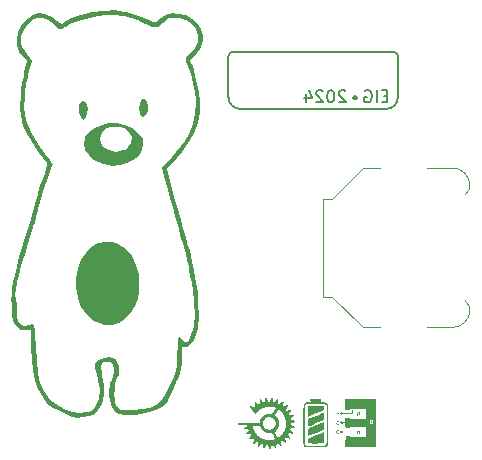
<source format=gbo>
G04 #@! TF.GenerationSoftware,KiCad,Pcbnew,8.0.1*
G04 #@! TF.CreationDate,2024-07-10T16:12:50+08:00*
G04 #@! TF.ProjectId,555Sandbox,35353553-616e-4646-926f-782e6b696361,1.0.0*
G04 #@! TF.SameCoordinates,Original*
G04 #@! TF.FileFunction,Legend,Bot*
G04 #@! TF.FilePolarity,Positive*
%FSLAX46Y46*%
G04 Gerber Fmt 4.6, Leading zero omitted, Abs format (unit mm)*
G04 Created by KiCad (PCBNEW 8.0.1) date 2024-07-10 16:12:50*
%MOMM*%
%LPD*%
G01*
G04 APERTURE LIST*
%ADD10C,0.200000*%
%ADD11C,0.150000*%
%ADD12C,0.120000*%
%ADD13C,0.000000*%
%ADD14C,0.300000*%
%ADD15C,10.200000*%
%ADD16R,3.300000X3.500000*%
%ADD17R,1.560000X1.560000*%
%ADD18C,1.560000*%
%ADD19C,5.000000*%
G04 APERTURE END LIST*
D10*
X89900000Y-71350000D02*
G75*
G02*
X88900000Y-72350000I-1000000J0D01*
G01*
X89500000Y-67500000D02*
G75*
G02*
X89900000Y-67900000I0J-400000D01*
G01*
X75950000Y-67500000D02*
X89500000Y-67500000D01*
X75550000Y-71350000D02*
X75550000Y-67900000D01*
X75550000Y-67900000D02*
G75*
G02*
X75950000Y-67500000I400000J0D01*
G01*
X89900000Y-67900000D02*
X89900000Y-71350000D01*
X88900000Y-72350000D02*
X76557107Y-72350000D01*
X76550000Y-72350000D02*
G75*
G02*
X75550000Y-71350000I0J1000000D01*
G01*
D11*
X89013220Y-71246009D02*
X88679887Y-71246009D01*
X88537030Y-71769819D02*
X89013220Y-71769819D01*
X89013220Y-71769819D02*
X89013220Y-70769819D01*
X89013220Y-70769819D02*
X88537030Y-70769819D01*
X88108458Y-71769819D02*
X88108458Y-70769819D01*
X87108459Y-70817438D02*
X87203697Y-70769819D01*
X87203697Y-70769819D02*
X87346554Y-70769819D01*
X87346554Y-70769819D02*
X87489411Y-70817438D01*
X87489411Y-70817438D02*
X87584649Y-70912676D01*
X87584649Y-70912676D02*
X87632268Y-71007914D01*
X87632268Y-71007914D02*
X87679887Y-71198390D01*
X87679887Y-71198390D02*
X87679887Y-71341247D01*
X87679887Y-71341247D02*
X87632268Y-71531723D01*
X87632268Y-71531723D02*
X87584649Y-71626961D01*
X87584649Y-71626961D02*
X87489411Y-71722200D01*
X87489411Y-71722200D02*
X87346554Y-71769819D01*
X87346554Y-71769819D02*
X87251316Y-71769819D01*
X87251316Y-71769819D02*
X87108459Y-71722200D01*
X87108459Y-71722200D02*
X87060840Y-71674580D01*
X87060840Y-71674580D02*
X87060840Y-71341247D01*
X87060840Y-71341247D02*
X87251316Y-71341247D01*
X86346554Y-71293628D02*
X86346554Y-71484104D01*
X86298935Y-71484104D02*
X86298935Y-71293628D01*
X86251316Y-71246009D02*
X86251316Y-71531723D01*
X86203697Y-71484104D02*
X86203697Y-71293628D01*
X86156078Y-71293628D02*
X86156078Y-71484104D01*
X86346554Y-71436485D02*
X86251316Y-71531723D01*
X86251316Y-71531723D02*
X86156078Y-71436485D01*
X86346554Y-71341247D02*
X86251316Y-71246009D01*
X86251316Y-71246009D02*
X86156078Y-71341247D01*
X86346554Y-71293628D02*
X86251316Y-71246009D01*
X86251316Y-71246009D02*
X86156078Y-71293628D01*
X86156078Y-71293628D02*
X86108459Y-71388866D01*
X86108459Y-71388866D02*
X86156078Y-71484104D01*
X86156078Y-71484104D02*
X86251316Y-71531723D01*
X86251316Y-71531723D02*
X86346554Y-71484104D01*
X86346554Y-71484104D02*
X86394173Y-71388866D01*
X86394173Y-71388866D02*
X86346554Y-71293628D01*
X85441792Y-70865057D02*
X85394173Y-70817438D01*
X85394173Y-70817438D02*
X85298935Y-70769819D01*
X85298935Y-70769819D02*
X85060840Y-70769819D01*
X85060840Y-70769819D02*
X84965602Y-70817438D01*
X84965602Y-70817438D02*
X84917983Y-70865057D01*
X84917983Y-70865057D02*
X84870364Y-70960295D01*
X84870364Y-70960295D02*
X84870364Y-71055533D01*
X84870364Y-71055533D02*
X84917983Y-71198390D01*
X84917983Y-71198390D02*
X85489411Y-71769819D01*
X85489411Y-71769819D02*
X84870364Y-71769819D01*
X84251316Y-70769819D02*
X84156078Y-70769819D01*
X84156078Y-70769819D02*
X84060840Y-70817438D01*
X84060840Y-70817438D02*
X84013221Y-70865057D01*
X84013221Y-70865057D02*
X83965602Y-70960295D01*
X83965602Y-70960295D02*
X83917983Y-71150771D01*
X83917983Y-71150771D02*
X83917983Y-71388866D01*
X83917983Y-71388866D02*
X83965602Y-71579342D01*
X83965602Y-71579342D02*
X84013221Y-71674580D01*
X84013221Y-71674580D02*
X84060840Y-71722200D01*
X84060840Y-71722200D02*
X84156078Y-71769819D01*
X84156078Y-71769819D02*
X84251316Y-71769819D01*
X84251316Y-71769819D02*
X84346554Y-71722200D01*
X84346554Y-71722200D02*
X84394173Y-71674580D01*
X84394173Y-71674580D02*
X84441792Y-71579342D01*
X84441792Y-71579342D02*
X84489411Y-71388866D01*
X84489411Y-71388866D02*
X84489411Y-71150771D01*
X84489411Y-71150771D02*
X84441792Y-70960295D01*
X84441792Y-70960295D02*
X84394173Y-70865057D01*
X84394173Y-70865057D02*
X84346554Y-70817438D01*
X84346554Y-70817438D02*
X84251316Y-70769819D01*
X83537030Y-70865057D02*
X83489411Y-70817438D01*
X83489411Y-70817438D02*
X83394173Y-70769819D01*
X83394173Y-70769819D02*
X83156078Y-70769819D01*
X83156078Y-70769819D02*
X83060840Y-70817438D01*
X83060840Y-70817438D02*
X83013221Y-70865057D01*
X83013221Y-70865057D02*
X82965602Y-70960295D01*
X82965602Y-70960295D02*
X82965602Y-71055533D01*
X82965602Y-71055533D02*
X83013221Y-71198390D01*
X83013221Y-71198390D02*
X83584649Y-71769819D01*
X83584649Y-71769819D02*
X82965602Y-71769819D01*
X82108459Y-71103152D02*
X82108459Y-71769819D01*
X82346554Y-70722200D02*
X82584649Y-71436485D01*
X82584649Y-71436485D02*
X81965602Y-71436485D01*
D12*
X96000000Y-89400000D02*
G75*
G02*
X94450000Y-90850000I-1500000J50000D01*
G01*
X95600000Y-88600000D02*
G75*
G02*
X95984160Y-89514615I-600000J-790000D01*
G01*
X95984160Y-78685385D02*
G75*
G02*
X95600000Y-79600000I-984161J-124615D01*
G01*
X94450000Y-77350000D02*
G75*
G02*
X96000000Y-78800000I50001J-1499999D01*
G01*
X94500000Y-90850000D02*
X92400000Y-90850000D01*
X88400000Y-90850000D02*
X86950000Y-90850000D01*
X86950000Y-90850000D02*
X84350000Y-88250000D01*
X84350000Y-88250000D02*
X83550000Y-88250000D01*
X83550000Y-79950000D02*
X84350000Y-79950000D01*
X83550000Y-88250000D02*
X83550000Y-79950000D01*
X94500000Y-77350000D02*
X92400000Y-77350000D01*
X86950000Y-77350000D02*
X88400000Y-77350000D01*
X84350000Y-79950000D02*
X86950000Y-77350000D01*
D13*
G36*
X63460264Y-71770031D02*
G01*
X63587118Y-72022489D01*
X63637788Y-72359890D01*
X63603183Y-72714024D01*
X63474211Y-73016685D01*
X63449991Y-73048753D01*
X63240072Y-73307992D01*
X63049541Y-73035971D01*
X62907469Y-72711667D01*
X62869721Y-72347197D01*
X62925845Y-72008378D01*
X63065392Y-71761030D01*
X63266317Y-71670721D01*
X63460264Y-71770031D01*
G37*
G36*
X68418063Y-71480887D02*
G01*
X68527492Y-71613514D01*
X68749083Y-72047976D01*
X68742125Y-72481948D01*
X68675827Y-72654963D01*
X68487740Y-72940627D01*
X68301255Y-73005691D01*
X68146385Y-72907827D01*
X68044197Y-72677452D01*
X68012031Y-72327029D01*
X68047436Y-71953558D01*
X68147958Y-71654038D01*
X68179279Y-71606778D01*
X68315742Y-71454144D01*
X68418063Y-71480887D01*
G37*
G36*
X65750682Y-83625541D02*
G01*
X66225524Y-83794432D01*
X66841969Y-84215402D01*
X67347497Y-84809945D01*
X67722619Y-85541864D01*
X67947847Y-86374960D01*
X68007020Y-87103321D01*
X67973616Y-87849963D01*
X67860065Y-88455476D01*
X67644503Y-89000008D01*
X67356915Y-89486602D01*
X66855470Y-90080133D01*
X66280290Y-90475402D01*
X65652870Y-90663000D01*
X64994706Y-90633516D01*
X64831410Y-90592167D01*
X64130439Y-90271840D01*
X63549576Y-89771944D01*
X63101618Y-89115017D01*
X62799364Y-88323598D01*
X62655610Y-87420225D01*
X62654627Y-86758552D01*
X62784749Y-85912178D01*
X63056822Y-85167285D01*
X63448108Y-84542742D01*
X63935873Y-84057425D01*
X64497381Y-83730203D01*
X65109896Y-83579951D01*
X65750682Y-83625541D01*
G37*
G36*
X66198453Y-73554568D02*
G01*
X66657661Y-73682613D01*
X66812694Y-73734751D01*
X67511993Y-74051542D01*
X68002694Y-74448844D01*
X68281619Y-74923305D01*
X68350147Y-75356560D01*
X68242493Y-75850208D01*
X67947891Y-76291616D01*
X67505791Y-76661810D01*
X66955643Y-76941815D01*
X66336895Y-77112657D01*
X65688999Y-77155362D01*
X65051404Y-77050956D01*
X64918469Y-77007100D01*
X64204218Y-76675873D01*
X63703615Y-76275474D01*
X63410002Y-75798611D01*
X63316667Y-75252546D01*
X63375145Y-74985965D01*
X64687403Y-74985965D01*
X64822072Y-75380733D01*
X64960722Y-75546762D01*
X65444549Y-75863152D01*
X65998204Y-75965078D01*
X66628789Y-75853546D01*
X66772223Y-75802880D01*
X67084408Y-75579617D01*
X67305550Y-75230554D01*
X67386374Y-74846585D01*
X67368318Y-74703353D01*
X67233113Y-74438397D01*
X66996006Y-74164887D01*
X66956661Y-74130293D01*
X66696891Y-73954328D01*
X66401235Y-73868067D01*
X65975929Y-73844609D01*
X65960826Y-73844595D01*
X65559503Y-73860361D01*
X65298188Y-73927147D01*
X65089100Y-74074180D01*
X64997082Y-74165495D01*
X64746258Y-74561186D01*
X64687403Y-74985965D01*
X63375145Y-74985965D01*
X63426014Y-74754068D01*
X63739049Y-74312692D01*
X64233265Y-73950910D01*
X64876414Y-73693930D01*
X65403265Y-73562238D01*
X65812133Y-73515113D01*
X66198453Y-73554568D01*
G37*
G36*
X66779194Y-64108043D02*
G01*
X66863514Y-64125971D01*
X67205500Y-64222072D01*
X67676068Y-64379437D01*
X68193123Y-64570017D01*
X68391441Y-64648009D01*
X69404504Y-65054624D01*
X69707207Y-64772598D01*
X70091727Y-64460324D01*
X70453230Y-64298190D01*
X70880872Y-64258238D01*
X71256451Y-64286765D01*
X71931383Y-64427532D01*
X72482781Y-64704869D01*
X72955429Y-65118061D01*
X73218869Y-65540233D01*
X73357150Y-66074394D01*
X73362022Y-66635822D01*
X73225234Y-67139795D01*
X73163450Y-67254207D01*
X72910090Y-67592945D01*
X72618601Y-67889944D01*
X72578296Y-67922907D01*
X72365216Y-68106587D01*
X72310605Y-68252538D01*
X72389096Y-68459287D01*
X72423154Y-68525499D01*
X72590156Y-68943645D01*
X72755523Y-69527686D01*
X72905775Y-70214996D01*
X73027435Y-70942948D01*
X73107022Y-71648915D01*
X73113323Y-71732241D01*
X73115844Y-72695266D01*
X72964765Y-73560486D01*
X72643507Y-74413364D01*
X72559961Y-74584845D01*
X72329610Y-74976353D01*
X71991858Y-75470460D01*
X71595487Y-76002525D01*
X71189281Y-76507907D01*
X70822025Y-76921966D01*
X70713106Y-77032003D01*
X70319032Y-77413954D01*
X70694747Y-78804274D01*
X70973730Y-79829866D01*
X71243332Y-80808154D01*
X71495307Y-81710089D01*
X71721410Y-82506621D01*
X71913397Y-83168700D01*
X72063022Y-83667277D01*
X72160967Y-83970270D01*
X72251146Y-84284637D01*
X72359028Y-84748547D01*
X72467480Y-85285382D01*
X72519127Y-85572072D01*
X72615702Y-86107237D01*
X72713083Y-86601280D01*
X72796626Y-86981780D01*
X72831443Y-87116667D01*
X72879894Y-87381855D01*
X72928842Y-87817866D01*
X72972923Y-88366767D01*
X73006768Y-88970627D01*
X73009828Y-89042581D01*
X73031598Y-89725482D01*
X73029846Y-90238595D01*
X73000821Y-90640106D01*
X72940774Y-90988201D01*
X72866027Y-91273663D01*
X72635139Y-91894517D01*
X72370375Y-92291145D01*
X72069827Y-92465909D01*
X71897908Y-92469762D01*
X71611321Y-92427700D01*
X71611517Y-93404841D01*
X71598995Y-93942354D01*
X71546893Y-94362140D01*
X71433785Y-94769617D01*
X71238245Y-95270204D01*
X71226875Y-95297297D01*
X71032039Y-95753775D01*
X70853318Y-96160432D01*
X70721773Y-96446936D01*
X70696302Y-96498649D01*
X70539396Y-96831661D01*
X70422736Y-97105851D01*
X70197183Y-97393348D01*
X69775149Y-97661970D01*
X69188883Y-97899465D01*
X68470637Y-98093582D01*
X67652662Y-98232070D01*
X67378379Y-98262322D01*
X66771934Y-98269496D01*
X66283416Y-98172317D01*
X65949638Y-97981583D01*
X65831593Y-97808652D01*
X65729957Y-97600015D01*
X65600000Y-97330000D01*
X65510000Y-97020000D01*
X65452793Y-96687221D01*
X65439340Y-96357094D01*
X65460000Y-96030000D01*
X65490000Y-95870000D01*
X65520000Y-95700000D01*
X65550000Y-95580000D01*
X65690000Y-95270000D01*
X65809209Y-94953355D01*
X65881378Y-94685813D01*
X65886712Y-94405289D01*
X65875749Y-94346822D01*
X65738360Y-93977757D01*
X65524785Y-93793963D01*
X65261712Y-93752703D01*
X64965772Y-93793058D01*
X64801147Y-93935780D01*
X64755678Y-94213357D01*
X64817203Y-94658275D01*
X64856248Y-94835899D01*
X64999392Y-95765878D01*
X64979222Y-96591941D01*
X64800209Y-97295521D01*
X64466825Y-97858050D01*
X64039394Y-98227823D01*
X63683728Y-98375290D01*
X63227236Y-98471256D01*
X62761703Y-98505313D01*
X62378912Y-98467052D01*
X62268424Y-98428640D01*
X61590686Y-98100774D01*
X61084599Y-97848870D01*
X60715875Y-97649135D01*
X60450226Y-97477772D01*
X60253364Y-97310988D01*
X60090999Y-97124989D01*
X59928845Y-96895979D01*
X59817024Y-96727478D01*
X59439220Y-96054816D01*
X59162743Y-95316181D01*
X58978159Y-94471102D01*
X58876033Y-93479109D01*
X58847480Y-92568936D01*
X58835857Y-91054883D01*
X58457529Y-91099050D01*
X58020814Y-91051040D01*
X57632158Y-90836906D01*
X57372712Y-90503393D01*
X57356934Y-90465109D01*
X57308987Y-90241277D01*
X57260346Y-89849072D01*
X57217471Y-89348839D01*
X57192558Y-88930169D01*
X57177763Y-88433078D01*
X57184659Y-88126666D01*
X57485599Y-88126666D01*
X57536798Y-88386546D01*
X57557815Y-88413370D01*
X57593799Y-88559641D01*
X57611356Y-88864394D01*
X57608070Y-89207606D01*
X57627031Y-89853460D01*
X57742750Y-90309829D01*
X57962172Y-90597694D01*
X58094356Y-90676834D01*
X58363377Y-90739399D01*
X58628923Y-90631065D01*
X58641229Y-90623078D01*
X58879684Y-90518653D01*
X59041006Y-90525353D01*
X59096768Y-90673530D01*
X59147389Y-91032483D01*
X59191083Y-91584184D01*
X59226060Y-92310606D01*
X59230561Y-92436937D01*
X59302142Y-93654002D01*
X59432404Y-94670826D01*
X59630273Y-95510520D01*
X59904674Y-96196197D01*
X60264532Y-96750968D01*
X60718773Y-97197947D01*
X61190933Y-97513317D01*
X61819778Y-97829779D01*
X62373525Y-98003880D01*
X62942146Y-98051739D01*
X63510000Y-98010000D01*
X63740688Y-97970114D01*
X63910000Y-97880000D01*
X64046856Y-97757207D01*
X64140000Y-97680000D01*
X64174775Y-97642793D01*
X64220000Y-97580000D01*
X64260000Y-97520000D01*
X64310000Y-97450000D01*
X64440000Y-97240000D01*
X64550000Y-96900000D01*
X64617614Y-96606465D01*
X64642767Y-96391568D01*
X64634004Y-96074617D01*
X64594864Y-95717148D01*
X64528888Y-95380698D01*
X64470921Y-95196374D01*
X64397343Y-94879085D01*
X64294987Y-94573370D01*
X64258971Y-94401982D01*
X64253104Y-94243864D01*
X64278154Y-93923032D01*
X64400899Y-93723329D01*
X64597199Y-93586301D01*
X64979488Y-93433286D01*
X65399148Y-93373266D01*
X65772498Y-93409853D01*
X65997313Y-93525866D01*
X66128452Y-93742869D01*
X66246273Y-94071749D01*
X66269931Y-94166847D01*
X66317353Y-94524244D01*
X66261420Y-94842465D01*
X66137734Y-95139370D01*
X65974581Y-95616760D01*
X65902436Y-96200109D01*
X65895813Y-96460514D01*
X65903127Y-96910571D01*
X65943483Y-97204057D01*
X66034757Y-97412726D01*
X66177027Y-97589275D01*
X66321936Y-97734450D01*
X66465003Y-97821747D01*
X66662314Y-97861659D01*
X66969957Y-97864678D01*
X67444020Y-97841299D01*
X67505232Y-97837769D01*
X68265487Y-97764880D01*
X68877009Y-97625854D01*
X69374941Y-97393260D01*
X69794423Y-97039671D01*
X70170598Y-96537657D01*
X70538606Y-95859787D01*
X70815345Y-95254091D01*
X70997873Y-94823142D01*
X71117446Y-94485129D01*
X71187129Y-94168724D01*
X71219990Y-93802596D01*
X71229093Y-93315417D01*
X71228797Y-92997025D01*
X71235264Y-92475214D01*
X71255970Y-92042336D01*
X71287588Y-91746708D01*
X71322392Y-91638065D01*
X71448826Y-91677535D01*
X71622387Y-91855537D01*
X71633449Y-91870469D01*
X71844032Y-92078229D01*
X72035548Y-92083489D01*
X72217459Y-91878729D01*
X72399230Y-91456427D01*
X72482951Y-91195261D01*
X72593625Y-90786752D01*
X72659967Y-90414997D01*
X72688226Y-90007740D01*
X72684651Y-89492723D01*
X72667837Y-89057531D01*
X72633199Y-88479763D01*
X72585835Y-87940165D01*
X72532563Y-87506957D01*
X72490604Y-87284108D01*
X72419713Y-86972052D01*
X72326775Y-86510324D01*
X72226788Y-85975063D01*
X72175875Y-85686487D01*
X72065588Y-85113744D01*
X71936885Y-84546298D01*
X71810855Y-84073975D01*
X71759476Y-83913063D01*
X71637723Y-83533620D01*
X71483765Y-83011116D01*
X71320421Y-82424606D01*
X71214510Y-82025225D01*
X71052782Y-81416136D01*
X70851000Y-80679214D01*
X70634502Y-79905915D01*
X70428629Y-79187692D01*
X70421983Y-79164865D01*
X70254933Y-78575956D01*
X70114158Y-78050057D01*
X70011441Y-77633506D01*
X69958569Y-77372639D01*
X69954001Y-77324964D01*
X70051524Y-77088180D01*
X70238857Y-76933721D01*
X70470262Y-76749868D01*
X70784313Y-76420548D01*
X71142608Y-75994486D01*
X71506744Y-75520407D01*
X71838320Y-75047034D01*
X72098933Y-74623091D01*
X72175656Y-74476318D01*
X72504192Y-73627821D01*
X72709815Y-72722996D01*
X72774476Y-71852182D01*
X72759025Y-71556306D01*
X72677156Y-70878369D01*
X72563585Y-70210481D01*
X72429884Y-69603196D01*
X72287626Y-69107063D01*
X72148386Y-68772636D01*
X72107198Y-68709120D01*
X71922572Y-68353877D01*
X71954469Y-68029416D01*
X72207603Y-67709094D01*
X72297494Y-67633300D01*
X72741783Y-67183473D01*
X72970314Y-66702917D01*
X72996148Y-66162872D01*
X72989019Y-66110645D01*
X72806761Y-65614313D01*
X72447588Y-65177836D01*
X71962955Y-64846612D01*
X71404319Y-64666041D01*
X71341987Y-64657494D01*
X70884737Y-64630318D01*
X70529931Y-64660874D01*
X70326131Y-64742377D01*
X70295946Y-64803640D01*
X70209984Y-64913701D01*
X69991959Y-65095493D01*
X69853371Y-65195854D01*
X69575889Y-65377651D01*
X69379291Y-65441437D01*
X69156623Y-65399886D01*
X68909452Y-65307719D01*
X68585597Y-65175386D01*
X68348492Y-65066891D01*
X68293694Y-65036276D01*
X67895919Y-64842073D01*
X67333781Y-64663876D01*
X66671744Y-64517579D01*
X65974275Y-64419079D01*
X65699372Y-64396596D01*
X65149074Y-64404017D01*
X64509644Y-64478775D01*
X63831905Y-64607518D01*
X63166678Y-64776895D01*
X62564784Y-64973554D01*
X62077045Y-65184144D01*
X61754284Y-65395312D01*
X61706118Y-65445674D01*
X61458590Y-65592957D01*
X61180056Y-65551436D01*
X61006263Y-65401850D01*
X60681549Y-65083224D01*
X60242523Y-64805534D01*
X59806775Y-64641204D01*
X59363368Y-64653496D01*
X58927458Y-64850765D01*
X58534508Y-65190875D01*
X58219978Y-65631687D01*
X58019329Y-66131065D01*
X57968024Y-66646873D01*
X57987811Y-66802579D01*
X58103164Y-67097553D01*
X58325764Y-67459050D01*
X58521988Y-67708454D01*
X58756209Y-67998923D01*
X58900815Y-68226626D01*
X58925854Y-68329820D01*
X58810058Y-68609961D01*
X58685351Y-69063594D01*
X58560939Y-69636100D01*
X58446025Y-70272859D01*
X58349815Y-70919254D01*
X58281513Y-71520666D01*
X58250325Y-72022474D01*
X58256771Y-72300000D01*
X58440823Y-73305088D01*
X58814425Y-74296480D01*
X59388951Y-75298962D01*
X60027252Y-76158066D01*
X60316447Y-76517672D01*
X60540868Y-76805447D01*
X60668096Y-76979389D01*
X60685135Y-77010402D01*
X60644765Y-77131208D01*
X60539676Y-77400977D01*
X60413937Y-77709529D01*
X60072789Y-78612868D01*
X59746951Y-79647059D01*
X59422123Y-80857988D01*
X59381080Y-81023244D01*
X59250973Y-81530954D01*
X59129336Y-81969859D01*
X59032495Y-82282878D01*
X58988363Y-82396217D01*
X58921378Y-82575501D01*
X58806660Y-82934240D01*
X58656124Y-83430971D01*
X58481686Y-84024232D01*
X58295261Y-84672560D01*
X58108765Y-85334492D01*
X57934112Y-85968566D01*
X57783219Y-86533318D01*
X57667999Y-86987286D01*
X57662609Y-87009562D01*
X57527692Y-87665583D01*
X57485599Y-88126666D01*
X57184659Y-88126666D01*
X57188254Y-87966942D01*
X57230769Y-87496573D01*
X57312044Y-86986783D01*
X57438814Y-86402381D01*
X57617815Y-85708181D01*
X57855784Y-84868993D01*
X58159457Y-83849628D01*
X58174868Y-83798649D01*
X58479919Y-82787814D01*
X58724896Y-81970412D01*
X58917091Y-81321184D01*
X59063794Y-80814875D01*
X59172298Y-80426229D01*
X59249895Y-80129988D01*
X59303877Y-79900897D01*
X59314496Y-79851351D01*
X59399267Y-79530915D01*
X59540708Y-79079234D01*
X59712685Y-78578387D01*
X59769885Y-78421171D01*
X59986820Y-77823491D01*
X60126570Y-77402026D01*
X60196276Y-77120265D01*
X60203075Y-76941697D01*
X60154108Y-76829811D01*
X60092186Y-76772880D01*
X59817581Y-76504986D01*
X59492649Y-76089520D01*
X59145435Y-75574891D01*
X58803987Y-75009502D01*
X58496354Y-74441761D01*
X58250583Y-73920074D01*
X58094722Y-73492846D01*
X58053604Y-73254595D01*
X58016799Y-72908210D01*
X57958040Y-72679295D01*
X57917122Y-72404092D01*
X57915133Y-71958031D01*
X57947208Y-71394852D01*
X58008480Y-70768298D01*
X58094083Y-70132108D01*
X58199153Y-69540023D01*
X58271050Y-69222178D01*
X58498334Y-68318231D01*
X58075744Y-67802515D01*
X57834513Y-67484541D01*
X57707821Y-67219496D01*
X57659577Y-66903804D01*
X57653153Y-66589796D01*
X57729561Y-65869286D01*
X57971456Y-65287381D01*
X58397850Y-64806886D01*
X58667210Y-64605631D01*
X59041059Y-64394492D01*
X59391350Y-64260576D01*
X59557596Y-64233784D01*
X60051856Y-64319335D01*
X60578158Y-64546301D01*
X61035176Y-64870155D01*
X61061144Y-64894526D01*
X61291745Y-65086064D01*
X61454044Y-65122293D01*
X61576009Y-65061533D01*
X62255438Y-64685044D01*
X63093034Y-64380889D01*
X64026502Y-64160088D01*
X64993549Y-64033666D01*
X65931878Y-64012643D01*
X66779194Y-64108043D01*
G37*
G36*
X83400337Y-96993683D02*
G01*
X83400258Y-97004733D01*
X83400026Y-97015629D01*
X83399648Y-97026308D01*
X83399133Y-97036707D01*
X83398488Y-97046763D01*
X83397721Y-97056413D01*
X83396840Y-97065594D01*
X83395852Y-97074243D01*
X83394766Y-97082295D01*
X83393588Y-97089689D01*
X83392327Y-97096361D01*
X83390990Y-97102248D01*
X83389585Y-97107287D01*
X83388120Y-97111414D01*
X83386603Y-97114567D01*
X83385827Y-97115758D01*
X83385041Y-97116682D01*
X83385007Y-97116682D01*
X83381186Y-97118238D01*
X83373035Y-97119687D01*
X83344670Y-97122242D01*
X83301761Y-97124309D01*
X83246159Y-97125849D01*
X83104277Y-97127191D01*
X82933829Y-97125959D01*
X82497961Y-97119940D01*
X82491240Y-97002965D01*
X82484519Y-96885991D01*
X83400337Y-96885991D01*
X83400337Y-96993683D01*
G37*
G36*
X83643507Y-98056103D02*
G01*
X83644741Y-98061628D01*
X83646755Y-98081148D01*
X83648150Y-98110889D01*
X83648910Y-98149562D01*
X83649018Y-98195879D01*
X83648459Y-98248549D01*
X83645274Y-98367798D01*
X83634145Y-98673118D01*
X82954588Y-98958871D01*
X82954740Y-98958866D01*
X82689514Y-99069961D01*
X82469713Y-99161188D01*
X82318206Y-99223078D01*
X82275209Y-99240063D01*
X82257862Y-99246162D01*
X82256995Y-99245829D01*
X82256153Y-99244683D01*
X82254547Y-99240031D01*
X82251673Y-99221855D01*
X82249295Y-99192923D01*
X82247467Y-99154523D01*
X82246242Y-99107945D01*
X82245675Y-99054475D01*
X82245821Y-98995404D01*
X82246732Y-98932019D01*
X82252893Y-98616321D01*
X82940289Y-98330542D01*
X83208332Y-98220276D01*
X83430003Y-98131311D01*
X83516254Y-98097655D01*
X83582276Y-98072730D01*
X83625192Y-98057672D01*
X83637086Y-98054198D01*
X83642123Y-98053617D01*
X83643507Y-98056103D01*
G37*
G36*
X83635707Y-98872410D02*
G01*
X83638708Y-98875737D01*
X83641180Y-98881832D01*
X83643173Y-98891230D01*
X83644736Y-98904462D01*
X83646764Y-98944564D01*
X83647654Y-99006402D01*
X83647584Y-99212346D01*
X83647108Y-99266009D01*
X83645966Y-99316738D01*
X83644235Y-99363376D01*
X83641992Y-99404763D01*
X83639312Y-99439742D01*
X83637832Y-99454466D01*
X83636272Y-99467154D01*
X83634641Y-99477661D01*
X83632949Y-99485843D01*
X83631205Y-99491553D01*
X83630316Y-99493437D01*
X83629418Y-99494649D01*
X83612251Y-99503743D01*
X83569863Y-99523247D01*
X83420679Y-99588625D01*
X83204375Y-99681064D01*
X82943458Y-99790848D01*
X82943475Y-99790837D01*
X82682626Y-99899339D01*
X82466506Y-99988320D01*
X82317589Y-100048629D01*
X82275356Y-100065172D01*
X82258353Y-100071116D01*
X82256649Y-100069607D01*
X82254992Y-100064987D01*
X82251856Y-100047044D01*
X82249015Y-100018554D01*
X82246537Y-99980784D01*
X82244490Y-99935000D01*
X82242944Y-99882470D01*
X82241965Y-99824461D01*
X82241624Y-99762238D01*
X82241624Y-99452394D01*
X82403166Y-99385076D01*
X83617450Y-98876130D01*
X83627927Y-98871931D01*
X83632130Y-98871319D01*
X83635707Y-98872410D01*
G37*
G36*
X83067611Y-97488325D02*
G01*
X83186466Y-97489371D01*
X83295216Y-97490984D01*
X83391186Y-97493092D01*
X83471701Y-97495625D01*
X83534084Y-97498513D01*
X83575660Y-97501683D01*
X83587810Y-97503352D01*
X83593754Y-97505065D01*
X83601529Y-97510891D01*
X83608898Y-97518180D01*
X83615839Y-97526850D01*
X83622328Y-97536818D01*
X83628341Y-97548002D01*
X83633857Y-97560321D01*
X83638852Y-97573693D01*
X83643303Y-97588035D01*
X83647187Y-97603266D01*
X83650481Y-97619304D01*
X83653162Y-97636066D01*
X83655206Y-97653471D01*
X83656591Y-97671437D01*
X83657295Y-97689882D01*
X83657292Y-97708723D01*
X83656562Y-97727879D01*
X83655269Y-97747274D01*
X83653665Y-97765771D01*
X83651812Y-97782933D01*
X83649774Y-97798325D01*
X83648705Y-97805221D01*
X83647614Y-97811511D01*
X83646507Y-97817140D01*
X83645392Y-97822054D01*
X83644279Y-97826198D01*
X83643174Y-97829518D01*
X83642085Y-97831960D01*
X83641549Y-97832834D01*
X83641021Y-97833468D01*
X83582730Y-97860052D01*
X83431477Y-97924971D01*
X82941848Y-98130794D01*
X82252756Y-98418047D01*
X82246700Y-97994102D01*
X82245177Y-97869089D01*
X82244811Y-97816515D01*
X82244748Y-97769994D01*
X82245016Y-97729100D01*
X82245644Y-97693408D01*
X82246660Y-97662491D01*
X82248092Y-97635924D01*
X82248974Y-97624138D01*
X82249970Y-97613280D01*
X82251085Y-97603297D01*
X82252322Y-97594135D01*
X82253685Y-97585740D01*
X82255177Y-97578061D01*
X82256801Y-97571043D01*
X82258563Y-97564633D01*
X82260464Y-97558778D01*
X82262508Y-97553425D01*
X82264700Y-97548521D01*
X82267042Y-97544012D01*
X82269539Y-97539844D01*
X82272194Y-97535966D01*
X82275010Y-97532323D01*
X82277991Y-97528863D01*
X82284772Y-97522056D01*
X82292611Y-97516041D01*
X82302272Y-97510768D01*
X82314519Y-97506189D01*
X82330117Y-97502258D01*
X82349828Y-97498924D01*
X82404651Y-97493860D01*
X82485100Y-97490612D01*
X82597287Y-97488795D01*
X82941328Y-97487916D01*
X83067611Y-97488325D01*
G37*
G36*
X85522294Y-97650576D02*
G01*
X85523259Y-97650850D01*
X85525447Y-97651812D01*
X85527961Y-97653311D01*
X85530777Y-97655329D01*
X85533875Y-97657850D01*
X85537232Y-97660856D01*
X85540824Y-97664330D01*
X85544631Y-97668255D01*
X85548630Y-97672613D01*
X85552798Y-97677388D01*
X85557113Y-97682562D01*
X85561553Y-97688119D01*
X85565992Y-97693908D01*
X85570306Y-97699762D01*
X85574473Y-97705640D01*
X85578471Y-97711503D01*
X85582278Y-97717311D01*
X85585872Y-97723023D01*
X85589229Y-97728600D01*
X85592327Y-97734001D01*
X85595145Y-97739187D01*
X85597659Y-97744117D01*
X85599848Y-97748752D01*
X85601689Y-97753052D01*
X85603160Y-97756976D01*
X85604238Y-97760485D01*
X85604901Y-97763538D01*
X85605070Y-97764882D01*
X85605127Y-97766096D01*
X85605130Y-97766091D01*
X85605073Y-97767160D01*
X85604904Y-97768071D01*
X85604625Y-97768826D01*
X85604241Y-97769428D01*
X85603752Y-97769879D01*
X85603163Y-97770180D01*
X85602476Y-97770334D01*
X85601693Y-97770343D01*
X85600818Y-97770209D01*
X85599853Y-97769935D01*
X85597665Y-97768973D01*
X85595152Y-97767474D01*
X85592336Y-97765455D01*
X85589238Y-97762935D01*
X85585882Y-97759928D01*
X85582289Y-97756454D01*
X85578483Y-97752529D01*
X85574484Y-97748170D01*
X85570316Y-97743395D01*
X85566001Y-97738221D01*
X85561561Y-97732664D01*
X85557120Y-97726876D01*
X85552804Y-97721023D01*
X85548635Y-97715145D01*
X85544635Y-97709283D01*
X85540828Y-97703476D01*
X85537234Y-97697764D01*
X85533877Y-97692188D01*
X85530778Y-97686787D01*
X85527961Y-97681601D01*
X85525447Y-97676671D01*
X85523259Y-97672036D01*
X85521418Y-97667737D01*
X85519948Y-97663812D01*
X85518870Y-97660304D01*
X85518208Y-97657250D01*
X85518039Y-97655907D01*
X85517982Y-97654692D01*
X85518039Y-97653623D01*
X85518208Y-97652713D01*
X85518486Y-97651958D01*
X85518871Y-97651356D01*
X85519359Y-97650906D01*
X85519949Y-97650605D01*
X85520636Y-97650451D01*
X85521419Y-97650442D01*
X85522294Y-97650576D01*
G37*
G36*
X83647079Y-99719882D02*
G01*
X83648374Y-99722129D01*
X83649578Y-99724815D01*
X83650687Y-99727907D01*
X83651695Y-99731368D01*
X83652600Y-99735162D01*
X83653397Y-99739255D01*
X83654082Y-99743611D01*
X83654650Y-99748194D01*
X83655098Y-99752970D01*
X83655420Y-99757901D01*
X83655614Y-99762954D01*
X83655674Y-99768092D01*
X83655597Y-99773280D01*
X83655379Y-99778483D01*
X83655015Y-99783666D01*
X83654500Y-99788791D01*
X83652228Y-99838157D01*
X83650088Y-99936083D01*
X83648317Y-100068390D01*
X83647149Y-100220897D01*
X83646312Y-100328534D01*
X83645658Y-100374501D01*
X83644812Y-100415627D01*
X83643749Y-100452206D01*
X83642443Y-100484532D01*
X83640867Y-100512900D01*
X83638996Y-100537604D01*
X83636803Y-100558939D01*
X83634264Y-100577198D01*
X83632856Y-100585266D01*
X83631351Y-100592676D01*
X83629747Y-100599465D01*
X83628039Y-100605668D01*
X83626226Y-100611324D01*
X83624302Y-100616468D01*
X83622267Y-100621138D01*
X83620115Y-100625370D01*
X83617844Y-100629202D01*
X83615450Y-100632669D01*
X83612931Y-100635809D01*
X83610283Y-100638659D01*
X83610280Y-100638653D01*
X83603811Y-100644021D01*
X83595338Y-100648824D01*
X83584296Y-100653093D01*
X83570118Y-100656858D01*
X83530088Y-100662997D01*
X83470716Y-100667479D01*
X83387472Y-100670547D01*
X83275823Y-100672440D01*
X82949186Y-100673666D01*
X82705306Y-100673696D01*
X82607784Y-100673142D01*
X82524949Y-100671683D01*
X82488665Y-100670491D01*
X82455605Y-100668924D01*
X82425619Y-100666934D01*
X82398558Y-100664471D01*
X82374273Y-100661485D01*
X82352613Y-100657929D01*
X82333431Y-100653751D01*
X82316577Y-100648903D01*
X82301901Y-100643335D01*
X82289254Y-100636998D01*
X82278487Y-100629843D01*
X82269450Y-100621821D01*
X82261994Y-100612882D01*
X82255970Y-100602976D01*
X82251228Y-100592055D01*
X82247619Y-100580069D01*
X82244994Y-100566969D01*
X82243204Y-100552705D01*
X82242099Y-100537228D01*
X82241530Y-100520489D01*
X82241624Y-100439925D01*
X82241621Y-100279938D01*
X82937883Y-99990137D01*
X83078014Y-99932321D01*
X83209253Y-99879156D01*
X83328693Y-99831749D01*
X83433423Y-99791209D01*
X83520536Y-99758644D01*
X83587122Y-99735162D01*
X83611809Y-99727174D01*
X83630273Y-99721872D01*
X83642151Y-99719395D01*
X83645507Y-99719260D01*
X83647079Y-99719882D01*
G37*
G36*
X87638313Y-98779988D02*
G01*
X87642116Y-98780431D01*
X87645787Y-98781161D01*
X87649323Y-98782171D01*
X87652721Y-98783455D01*
X87655978Y-98785005D01*
X87659093Y-98786815D01*
X87662061Y-98788879D01*
X87664880Y-98791189D01*
X87667548Y-98793739D01*
X87670062Y-98796521D01*
X87672418Y-98799530D01*
X87674615Y-98802759D01*
X87676649Y-98806200D01*
X87678518Y-98809847D01*
X87680218Y-98813693D01*
X87683104Y-98821956D01*
X87685284Y-98830935D01*
X87686737Y-98840576D01*
X87687440Y-98850824D01*
X87687371Y-98861626D01*
X87686509Y-98872928D01*
X87684831Y-98884675D01*
X87682315Y-98896814D01*
X87682317Y-98896830D01*
X87680979Y-98901524D01*
X87679300Y-98905906D01*
X87677301Y-98909975D01*
X87675005Y-98913732D01*
X87672433Y-98917178D01*
X87669607Y-98920313D01*
X87666550Y-98923137D01*
X87663282Y-98925652D01*
X87659827Y-98927857D01*
X87656206Y-98929753D01*
X87652441Y-98931341D01*
X87648554Y-98932622D01*
X87644566Y-98933595D01*
X87640501Y-98934261D01*
X87636379Y-98934621D01*
X87632222Y-98934675D01*
X87628053Y-98934424D01*
X87623894Y-98933868D01*
X87619766Y-98933008D01*
X87615691Y-98931845D01*
X87611691Y-98930378D01*
X87607789Y-98928608D01*
X87604005Y-98926536D01*
X87600363Y-98924163D01*
X87596883Y-98921489D01*
X87593588Y-98918514D01*
X87590500Y-98915238D01*
X87587641Y-98911663D01*
X87585032Y-98907790D01*
X87582696Y-98903617D01*
X87580654Y-98899147D01*
X87578929Y-98894378D01*
X87577304Y-98888851D01*
X87575941Y-98883354D01*
X87574836Y-98877897D01*
X87573984Y-98872490D01*
X87573381Y-98867143D01*
X87573023Y-98861864D01*
X87572904Y-98856664D01*
X87573019Y-98851551D01*
X87573366Y-98846535D01*
X87573938Y-98841627D01*
X87574731Y-98836834D01*
X87575741Y-98832167D01*
X87576963Y-98827636D01*
X87578393Y-98823249D01*
X87580025Y-98819016D01*
X87581856Y-98814947D01*
X87583881Y-98811051D01*
X87586094Y-98807337D01*
X87588493Y-98803816D01*
X87591071Y-98800496D01*
X87593824Y-98797388D01*
X87596749Y-98794500D01*
X87599840Y-98791842D01*
X87603092Y-98789424D01*
X87606501Y-98787254D01*
X87610063Y-98785344D01*
X87613773Y-98783701D01*
X87617626Y-98782335D01*
X87621618Y-98781257D01*
X87625744Y-98780475D01*
X87630000Y-98780000D01*
X87634380Y-98779839D01*
X87638313Y-98779988D01*
G37*
G36*
X84937691Y-99715620D02*
G01*
X84937683Y-99871570D01*
X84849427Y-99871570D01*
X84835434Y-99871162D01*
X84821889Y-99869955D01*
X84808810Y-99867980D01*
X84796213Y-99865266D01*
X84784114Y-99861843D01*
X84772529Y-99857739D01*
X84761474Y-99852986D01*
X84750966Y-99847612D01*
X84741020Y-99841646D01*
X84731654Y-99835119D01*
X84722883Y-99828060D01*
X84714724Y-99820498D01*
X84707193Y-99812463D01*
X84700306Y-99803984D01*
X84694079Y-99795091D01*
X84688529Y-99785813D01*
X84683672Y-99776181D01*
X84679524Y-99766223D01*
X84676101Y-99755969D01*
X84673419Y-99745448D01*
X84671496Y-99734690D01*
X84670347Y-99723725D01*
X84670024Y-99713722D01*
X84734385Y-99713722D01*
X84734577Y-99722221D01*
X84735290Y-99730643D01*
X84736534Y-99738939D01*
X84738319Y-99747058D01*
X84740655Y-99754951D01*
X84743549Y-99762568D01*
X84747012Y-99769858D01*
X84751053Y-99776772D01*
X84755681Y-99783260D01*
X84760906Y-99789271D01*
X84766737Y-99794756D01*
X84773183Y-99799665D01*
X84780254Y-99803948D01*
X84780259Y-99803948D01*
X84793811Y-99810927D01*
X84805990Y-99816553D01*
X84816864Y-99820759D01*
X84821833Y-99822309D01*
X84826502Y-99823478D01*
X84830880Y-99824258D01*
X84834974Y-99824641D01*
X84838793Y-99824619D01*
X84842347Y-99824183D01*
X84845644Y-99823325D01*
X84848692Y-99822036D01*
X84851500Y-99820308D01*
X84854076Y-99818132D01*
X84856430Y-99815500D01*
X84858569Y-99812405D01*
X84860503Y-99808836D01*
X84862239Y-99804787D01*
X84863787Y-99800248D01*
X84865156Y-99795211D01*
X84867388Y-99783610D01*
X84869004Y-99769916D01*
X84870073Y-99754063D01*
X84870664Y-99735983D01*
X84870846Y-99715610D01*
X84870787Y-99697442D01*
X84870569Y-99681350D01*
X84870135Y-99667210D01*
X84869422Y-99654896D01*
X84868944Y-99649385D01*
X84868373Y-99644284D01*
X84867703Y-99639577D01*
X84866927Y-99635249D01*
X84866037Y-99631284D01*
X84865025Y-99627667D01*
X84863884Y-99624381D01*
X84862607Y-99621412D01*
X84861185Y-99618743D01*
X84859613Y-99616360D01*
X84857881Y-99614247D01*
X84855983Y-99612387D01*
X84853912Y-99610766D01*
X84851659Y-99609367D01*
X84849218Y-99608176D01*
X84846580Y-99607177D01*
X84843739Y-99606353D01*
X84840687Y-99605690D01*
X84837417Y-99605172D01*
X84833920Y-99604784D01*
X84830190Y-99604509D01*
X84826219Y-99604332D01*
X84817525Y-99604210D01*
X84809571Y-99604664D01*
X84801961Y-99605990D01*
X84794706Y-99608140D01*
X84787813Y-99611064D01*
X84781294Y-99614710D01*
X84775157Y-99619030D01*
X84769411Y-99623973D01*
X84764066Y-99629490D01*
X84759131Y-99635530D01*
X84754615Y-99642044D01*
X84750528Y-99648981D01*
X84746879Y-99656291D01*
X84743677Y-99663925D01*
X84740933Y-99671833D01*
X84738654Y-99679963D01*
X84736850Y-99688268D01*
X84735532Y-99696696D01*
X84734707Y-99705197D01*
X84734385Y-99713722D01*
X84670024Y-99713722D01*
X84669987Y-99712583D01*
X84670435Y-99701291D01*
X84671705Y-99689881D01*
X84673814Y-99678381D01*
X84676779Y-99666822D01*
X84680615Y-99655232D01*
X84685339Y-99643642D01*
X84690967Y-99632080D01*
X84697515Y-99620577D01*
X84704999Y-99609161D01*
X84710104Y-99602259D01*
X84715336Y-99595977D01*
X84720761Y-99590292D01*
X84726444Y-99585180D01*
X84732452Y-99580615D01*
X84738850Y-99576575D01*
X84745703Y-99573034D01*
X84753077Y-99569969D01*
X84761038Y-99567355D01*
X84769650Y-99565168D01*
X84778981Y-99563384D01*
X84789094Y-99561978D01*
X84800056Y-99560928D01*
X84811932Y-99560207D01*
X84824789Y-99559792D01*
X84838690Y-99559659D01*
X84937691Y-99559659D01*
X84937691Y-99715610D01*
X84937691Y-99715620D01*
G37*
G36*
X86573729Y-98026447D02*
G01*
X86596479Y-98027480D01*
X86703614Y-98033467D01*
X86707750Y-98156012D01*
X86708413Y-98180967D01*
X86708702Y-98204906D01*
X86708634Y-98227260D01*
X86708228Y-98247456D01*
X86707499Y-98264926D01*
X86706467Y-98279097D01*
X86705842Y-98284767D01*
X86705147Y-98289399D01*
X86704385Y-98292921D01*
X86703558Y-98295262D01*
X86703574Y-98295278D01*
X86702558Y-98296977D01*
X86701245Y-98298628D01*
X86699653Y-98300224D01*
X86697806Y-98301755D01*
X86695722Y-98303213D01*
X86693422Y-98304590D01*
X86690928Y-98305876D01*
X86688260Y-98307064D01*
X86685439Y-98308144D01*
X86682486Y-98309108D01*
X86679420Y-98309948D01*
X86676263Y-98310654D01*
X86673036Y-98311218D01*
X86669759Y-98311631D01*
X86666452Y-98311886D01*
X86663138Y-98311973D01*
X86658891Y-98311628D01*
X86654987Y-98310572D01*
X86651417Y-98308773D01*
X86648171Y-98306198D01*
X86645240Y-98302814D01*
X86642614Y-98298590D01*
X86640283Y-98293492D01*
X86638239Y-98287489D01*
X86636470Y-98280547D01*
X86634969Y-98272634D01*
X86633725Y-98263719D01*
X86632728Y-98253767D01*
X86631970Y-98242748D01*
X86631440Y-98230627D01*
X86631129Y-98217374D01*
X86631028Y-98202955D01*
X86630905Y-98189807D01*
X86630540Y-98177391D01*
X86629932Y-98165710D01*
X86629083Y-98154768D01*
X86627993Y-98144566D01*
X86626663Y-98135109D01*
X86625093Y-98126400D01*
X86624219Y-98122326D01*
X86623285Y-98118441D01*
X86622292Y-98114744D01*
X86621239Y-98111235D01*
X86620127Y-98107916D01*
X86618956Y-98104786D01*
X86617726Y-98101847D01*
X86616437Y-98099097D01*
X86615089Y-98096538D01*
X86613682Y-98094170D01*
X86612216Y-98091994D01*
X86610692Y-98090009D01*
X86609110Y-98088217D01*
X86607469Y-98086617D01*
X86605769Y-98085211D01*
X86604012Y-98083997D01*
X86602196Y-98082977D01*
X86600322Y-98082152D01*
X86595691Y-98080558D01*
X86591175Y-98079371D01*
X86586777Y-98078589D01*
X86582498Y-98078208D01*
X86578340Y-98078223D01*
X86574307Y-98078633D01*
X86570398Y-98079433D01*
X86566618Y-98080620D01*
X86562967Y-98082190D01*
X86559448Y-98084140D01*
X86556064Y-98086466D01*
X86552815Y-98089166D01*
X86549704Y-98092235D01*
X86546734Y-98095670D01*
X86543906Y-98099468D01*
X86541222Y-98103625D01*
X86536297Y-98113003D01*
X86531974Y-98123776D01*
X86528270Y-98135917D01*
X86525203Y-98149397D01*
X86522788Y-98164189D01*
X86521042Y-98180266D01*
X86519983Y-98197600D01*
X86519626Y-98216163D01*
X86519520Y-98228829D01*
X86519196Y-98240472D01*
X86518949Y-98245918D01*
X86518644Y-98251120D01*
X86518279Y-98256080D01*
X86517853Y-98260802D01*
X86517365Y-98265290D01*
X86516814Y-98269546D01*
X86516198Y-98273576D01*
X86515517Y-98277381D01*
X86514769Y-98280967D01*
X86513953Y-98284336D01*
X86513067Y-98287491D01*
X86512111Y-98290437D01*
X86511082Y-98293177D01*
X86509981Y-98295715D01*
X86508806Y-98298054D01*
X86507555Y-98300197D01*
X86506227Y-98302149D01*
X86504821Y-98303912D01*
X86503336Y-98305491D01*
X86501771Y-98306888D01*
X86500124Y-98308108D01*
X86498394Y-98309154D01*
X86496580Y-98310029D01*
X86494680Y-98310737D01*
X86492694Y-98311282D01*
X86490620Y-98311668D01*
X86488458Y-98311896D01*
X86486204Y-98311973D01*
X86481628Y-98311640D01*
X86477452Y-98310608D01*
X86473663Y-98308828D01*
X86470246Y-98306249D01*
X86467187Y-98302823D01*
X86464472Y-98298500D01*
X86462087Y-98293230D01*
X86460017Y-98286963D01*
X86458249Y-98279650D01*
X86456768Y-98271241D01*
X86455561Y-98261687D01*
X86454612Y-98250937D01*
X86453908Y-98238943D01*
X86453434Y-98225655D01*
X86453122Y-98194998D01*
X86453399Y-98167058D01*
X86454152Y-98142243D01*
X86455528Y-98120383D01*
X86457672Y-98101307D01*
X86459078Y-98092759D01*
X86460732Y-98084844D01*
X86462650Y-98077539D01*
X86464851Y-98070824D01*
X86467354Y-98064677D01*
X86470177Y-98059077D01*
X86473338Y-98054002D01*
X86476856Y-98049431D01*
X86480748Y-98045344D01*
X86485033Y-98041717D01*
X86489728Y-98038531D01*
X86494853Y-98035764D01*
X86500426Y-98033395D01*
X86506465Y-98031402D01*
X86512987Y-98029764D01*
X86520012Y-98028460D01*
X86527557Y-98027468D01*
X86535641Y-98026767D01*
X86553498Y-98026153D01*
X86573729Y-98026447D01*
G37*
G36*
X86613608Y-99588989D02*
G01*
X86630407Y-99590192D01*
X86646076Y-99592012D01*
X86660181Y-99594444D01*
X86672292Y-99597481D01*
X86677464Y-99599224D01*
X86681976Y-99601117D01*
X86685773Y-99603157D01*
X86688801Y-99605345D01*
X86691006Y-99607680D01*
X86692335Y-99610160D01*
X86693454Y-99615942D01*
X86694497Y-99626170D01*
X86695440Y-99640276D01*
X86696262Y-99657690D01*
X86697452Y-99700162D01*
X86697889Y-99749031D01*
X86697900Y-99748977D01*
X86697804Y-99765518D01*
X86697508Y-99780662D01*
X86697281Y-99787725D01*
X86697000Y-99794456D01*
X86696662Y-99800860D01*
X86696267Y-99806944D01*
X86695813Y-99812713D01*
X86695299Y-99818173D01*
X86694723Y-99823329D01*
X86694083Y-99828187D01*
X86693379Y-99832753D01*
X86692608Y-99837033D01*
X86691769Y-99841031D01*
X86690861Y-99844754D01*
X86689883Y-99848208D01*
X86688831Y-99851397D01*
X86687707Y-99854329D01*
X86686507Y-99857007D01*
X86685230Y-99859439D01*
X86683875Y-99861630D01*
X86682440Y-99863585D01*
X86680924Y-99865310D01*
X86679326Y-99866811D01*
X86677643Y-99868094D01*
X86675875Y-99869163D01*
X86674020Y-99870026D01*
X86672076Y-99870687D01*
X86670042Y-99871152D01*
X86667917Y-99871427D01*
X86665699Y-99871517D01*
X86661588Y-99871145D01*
X86657729Y-99870017D01*
X86654116Y-99868118D01*
X86650742Y-99865430D01*
X86647601Y-99861938D01*
X86644688Y-99857624D01*
X86641995Y-99852472D01*
X86639518Y-99846466D01*
X86637249Y-99839590D01*
X86635183Y-99831826D01*
X86633314Y-99823158D01*
X86631636Y-99813571D01*
X86630142Y-99803046D01*
X86628827Y-99791569D01*
X86627684Y-99779121D01*
X86626707Y-99765688D01*
X86625602Y-99749885D01*
X86624398Y-99735679D01*
X86623054Y-99722990D01*
X86622318Y-99717189D01*
X86621533Y-99711738D01*
X86620694Y-99706626D01*
X86619796Y-99701844D01*
X86618835Y-99697381D01*
X86617804Y-99693228D01*
X86616701Y-99689375D01*
X86615519Y-99685811D01*
X86614254Y-99682527D01*
X86612901Y-99679513D01*
X86611455Y-99676758D01*
X86609912Y-99674254D01*
X86608267Y-99671989D01*
X86606514Y-99669955D01*
X86604649Y-99668140D01*
X86602667Y-99666536D01*
X86600564Y-99665132D01*
X86598334Y-99663918D01*
X86595972Y-99662884D01*
X86593474Y-99662020D01*
X86590835Y-99661317D01*
X86588050Y-99660765D01*
X86585115Y-99660353D01*
X86582023Y-99660071D01*
X86578772Y-99659910D01*
X86575355Y-99659859D01*
X86568685Y-99660073D01*
X86562657Y-99660768D01*
X86557232Y-99662024D01*
X86552372Y-99663920D01*
X86550142Y-99665133D01*
X86548039Y-99666536D01*
X86546057Y-99668140D01*
X86544192Y-99669953D01*
X86542439Y-99671987D01*
X86540794Y-99674250D01*
X86537805Y-99679507D01*
X86535188Y-99685803D01*
X86532902Y-99693218D01*
X86530911Y-99701833D01*
X86529174Y-99711727D01*
X86527653Y-99722979D01*
X86526310Y-99735671D01*
X86525105Y-99749880D01*
X86524000Y-99765688D01*
X86523025Y-99779120D01*
X86521883Y-99791566D01*
X86521248Y-99797424D01*
X86520569Y-99803042D01*
X86519845Y-99808422D01*
X86519076Y-99813566D01*
X86518261Y-99818476D01*
X86517399Y-99823154D01*
X86516489Y-99827601D01*
X86515530Y-99831821D01*
X86514522Y-99835815D01*
X86513465Y-99839585D01*
X86512356Y-99843134D01*
X86511196Y-99846462D01*
X86509984Y-99849573D01*
X86508719Y-99852469D01*
X86507400Y-99855151D01*
X86506026Y-99857621D01*
X86504597Y-99859882D01*
X86503112Y-99861935D01*
X86501570Y-99863784D01*
X86499971Y-99865429D01*
X86498313Y-99866872D01*
X86496596Y-99868117D01*
X86494819Y-99869164D01*
X86492982Y-99870017D01*
X86491083Y-99870676D01*
X86489122Y-99871145D01*
X86487098Y-99871424D01*
X86485011Y-99871517D01*
X86481068Y-99870860D01*
X86477369Y-99868939D01*
X86473914Y-99865832D01*
X86470704Y-99861617D01*
X86467739Y-99856370D01*
X86465020Y-99850169D01*
X86460322Y-99835213D01*
X86456617Y-99817366D01*
X86453908Y-99797247D01*
X86452202Y-99775473D01*
X86451503Y-99752663D01*
X86451817Y-99729434D01*
X86453149Y-99706404D01*
X86455503Y-99684191D01*
X86458886Y-99663414D01*
X86463303Y-99644688D01*
X86468758Y-99628634D01*
X86471877Y-99621801D01*
X86475257Y-99615868D01*
X86478900Y-99610912D01*
X86482805Y-99607009D01*
X86486202Y-99604604D01*
X86490342Y-99602368D01*
X86495171Y-99600300D01*
X86500636Y-99598401D01*
X86513255Y-99595102D01*
X86527768Y-99592465D01*
X86543741Y-99590484D01*
X86560744Y-99589152D01*
X86578344Y-99588463D01*
X86596110Y-99588411D01*
X86613608Y-99588989D01*
G37*
G36*
X84002754Y-100707088D02*
G01*
X83952136Y-100807346D01*
X83945131Y-100820747D01*
X83938009Y-100833415D01*
X83930726Y-100845394D01*
X83923237Y-100856728D01*
X83915499Y-100867461D01*
X83907466Y-100877637D01*
X83899096Y-100887300D01*
X83890343Y-100896496D01*
X83881164Y-100905267D01*
X83871513Y-100913658D01*
X83861348Y-100921714D01*
X83850624Y-100929478D01*
X83839296Y-100936994D01*
X83827321Y-100944307D01*
X83814654Y-100951461D01*
X83801251Y-100958500D01*
X83801256Y-100958511D01*
X83766590Y-100975196D01*
X83730454Y-100987680D01*
X83708629Y-100992507D01*
X83682590Y-100996476D01*
X83612737Y-101002097D01*
X83510638Y-101005055D01*
X83366033Y-101005861D01*
X82908267Y-101003073D01*
X82115538Y-100996739D01*
X82031395Y-100932529D01*
X81980818Y-100893738D01*
X81960583Y-100873645D01*
X81943405Y-100848938D01*
X81929048Y-100816504D01*
X81917279Y-100773231D01*
X81907862Y-100716007D01*
X81900564Y-100641720D01*
X81891384Y-100429507D01*
X81887862Y-100111695D01*
X81888271Y-99934381D01*
X82020672Y-99934381D01*
X82021272Y-100225059D01*
X82022153Y-100339224D01*
X82023462Y-100435000D01*
X82025233Y-100514182D01*
X82027496Y-100578564D01*
X82030284Y-100629943D01*
X82033627Y-100670112D01*
X82037557Y-100700867D01*
X82039753Y-100713276D01*
X82042107Y-100724003D01*
X82044624Y-100733275D01*
X82047307Y-100741315D01*
X82050161Y-100748348D01*
X82053190Y-100754597D01*
X82057208Y-100761835D01*
X82061669Y-100769123D01*
X82066528Y-100776413D01*
X82071736Y-100783657D01*
X82077248Y-100790805D01*
X82083016Y-100797809D01*
X82088994Y-100804621D01*
X82095135Y-100811193D01*
X82101391Y-100817475D01*
X82107717Y-100823421D01*
X82114065Y-100828980D01*
X82120389Y-100834105D01*
X82126642Y-100838747D01*
X82132777Y-100842857D01*
X82138747Y-100846388D01*
X82144506Y-100849291D01*
X82144498Y-100849307D01*
X82172072Y-100854509D01*
X82227933Y-100859094D01*
X82408398Y-100866379D01*
X82653651Y-100871082D01*
X82931450Y-100873126D01*
X83209552Y-100872434D01*
X83455717Y-100868927D01*
X83637703Y-100862527D01*
X83694553Y-100858219D01*
X83723268Y-100853158D01*
X83728038Y-100851040D01*
X83733128Y-100848478D01*
X83738492Y-100845506D01*
X83744085Y-100842158D01*
X83749861Y-100838470D01*
X83755774Y-100834476D01*
X83761779Y-100830212D01*
X83767829Y-100825711D01*
X83773880Y-100821009D01*
X83779885Y-100816140D01*
X83785798Y-100811139D01*
X83791574Y-100806042D01*
X83797166Y-100800882D01*
X83802530Y-100795694D01*
X83807620Y-100790514D01*
X83812389Y-100785375D01*
X83826896Y-100764792D01*
X83837855Y-100726975D01*
X83845762Y-100653163D01*
X83851116Y-100524597D01*
X83856153Y-100028165D01*
X83856948Y-99087601D01*
X83856948Y-97439360D01*
X83783280Y-97373537D01*
X83709612Y-97307715D01*
X82920505Y-97314086D01*
X82660412Y-97316286D01*
X82554930Y-97317376D01*
X82464196Y-97318568D01*
X82423977Y-97319229D01*
X82386986Y-97319948D01*
X82353070Y-97320733D01*
X82322078Y-97321597D01*
X82293855Y-97322548D01*
X82268249Y-97323598D01*
X82245108Y-97324758D01*
X82224278Y-97326036D01*
X82205607Y-97327444D01*
X82188942Y-97328993D01*
X82174129Y-97330692D01*
X82161017Y-97332552D01*
X82155051Y-97333545D01*
X82149453Y-97334583D01*
X82144203Y-97335666D01*
X82139283Y-97336796D01*
X82134674Y-97337974D01*
X82130355Y-97339201D01*
X82126309Y-97340479D01*
X82122516Y-97341808D01*
X82118958Y-97343191D01*
X82115614Y-97344629D01*
X82112466Y-97346122D01*
X82109495Y-97347672D01*
X82106681Y-97349281D01*
X82104006Y-97350949D01*
X82101450Y-97352679D01*
X82098995Y-97354471D01*
X82094310Y-97358246D01*
X82089796Y-97362287D01*
X82085302Y-97366602D01*
X82080675Y-97371203D01*
X82029950Y-97421944D01*
X82023229Y-99053378D01*
X82021409Y-99548608D01*
X82020672Y-99934381D01*
X81888271Y-99934381D01*
X81890289Y-99059680D01*
X81892357Y-98518835D01*
X81893391Y-98299024D01*
X81894522Y-98109737D01*
X81895824Y-97948557D01*
X81897368Y-97813070D01*
X81898254Y-97754208D01*
X81899228Y-97700863D01*
X81900300Y-97652735D01*
X81901477Y-97609521D01*
X81902771Y-97570919D01*
X81904188Y-97536628D01*
X81905740Y-97506346D01*
X81907434Y-97479772D01*
X81909280Y-97456602D01*
X81911287Y-97436536D01*
X81913464Y-97419272D01*
X81915820Y-97404508D01*
X81918365Y-97391942D01*
X81921107Y-97381272D01*
X81924056Y-97372197D01*
X81927221Y-97364414D01*
X81930610Y-97357622D01*
X81934233Y-97351520D01*
X81938100Y-97345805D01*
X81942218Y-97340175D01*
X81947217Y-97333670D01*
X81952701Y-97326880D01*
X81958617Y-97319860D01*
X81964909Y-97312665D01*
X81978399Y-97297970D01*
X81992732Y-97283235D01*
X82007467Y-97268902D01*
X82022164Y-97255411D01*
X82029361Y-97249119D01*
X82036382Y-97243202D01*
X82043174Y-97237717D01*
X82049681Y-97232717D01*
X82072139Y-97217955D01*
X82085233Y-97211938D01*
X82101149Y-97206748D01*
X82146187Y-97198608D01*
X82216729Y-97193044D01*
X82322252Y-97189569D01*
X82472230Y-97187692D01*
X82943458Y-97186777D01*
X83210777Y-97186927D01*
X83320066Y-97187206D01*
X83414687Y-97187701D01*
X83495825Y-97188474D01*
X83564665Y-97189586D01*
X83594844Y-97190288D01*
X83622391Y-97191097D01*
X83647457Y-97192021D01*
X83670188Y-97193069D01*
X83690733Y-97194246D01*
X83709239Y-97195561D01*
X83725856Y-97197022D01*
X83740730Y-97198636D01*
X83754010Y-97200411D01*
X83765845Y-97202354D01*
X83776381Y-97204473D01*
X83785768Y-97206775D01*
X83794153Y-97209269D01*
X83801684Y-97211962D01*
X83808510Y-97214861D01*
X83814778Y-97217973D01*
X83820637Y-97221308D01*
X83826234Y-97224872D01*
X83831718Y-97228672D01*
X83837236Y-97232717D01*
X83843742Y-97237716D01*
X83850534Y-97243200D01*
X83857556Y-97249115D01*
X83864752Y-97255406D01*
X83879449Y-97268895D01*
X83894186Y-97283227D01*
X83908520Y-97297960D01*
X83922011Y-97312655D01*
X83928303Y-97319851D01*
X83934220Y-97326872D01*
X83939705Y-97333663D01*
X83944704Y-97340169D01*
X83959702Y-97364400D01*
X83971102Y-97404431D01*
X83979489Y-97479511D01*
X83985448Y-97608890D01*
X83992421Y-98107544D01*
X83996698Y-99054387D01*
X83996819Y-99087601D01*
X84002754Y-100707088D01*
G37*
G36*
X84847917Y-97979296D02*
G01*
X84856059Y-97980574D01*
X84863999Y-97982235D01*
X84871690Y-97984287D01*
X84879084Y-97986734D01*
X84886132Y-97989585D01*
X84892787Y-97992844D01*
X84899001Y-97996518D01*
X84904725Y-98000613D01*
X84909913Y-98005135D01*
X84914516Y-98010091D01*
X84918449Y-98015094D01*
X84921967Y-98020116D01*
X84925072Y-98025149D01*
X84927767Y-98030188D01*
X84930056Y-98035226D01*
X84931941Y-98040257D01*
X84933426Y-98045274D01*
X84934512Y-98050271D01*
X84935205Y-98055242D01*
X84935506Y-98060179D01*
X84935419Y-98065077D01*
X84934946Y-98069929D01*
X84934091Y-98074729D01*
X84932857Y-98079470D01*
X84931247Y-98084146D01*
X84929264Y-98088751D01*
X84926910Y-98093277D01*
X84924190Y-98097719D01*
X84921106Y-98102071D01*
X84917661Y-98106325D01*
X84913858Y-98110475D01*
X84909700Y-98114515D01*
X84905191Y-98118439D01*
X84900333Y-98122240D01*
X84895129Y-98125912D01*
X84889583Y-98129447D01*
X84883697Y-98132841D01*
X84877475Y-98136086D01*
X84870919Y-98139176D01*
X84864034Y-98142104D01*
X84856820Y-98144865D01*
X84849283Y-98147451D01*
X84841424Y-98150116D01*
X84833699Y-98152963D01*
X84826152Y-98155966D01*
X84818828Y-98159100D01*
X84811769Y-98162338D01*
X84805019Y-98165657D01*
X84798623Y-98169029D01*
X84792623Y-98172429D01*
X84787063Y-98175831D01*
X84781988Y-98179211D01*
X84777440Y-98182542D01*
X84773464Y-98185798D01*
X84771703Y-98187390D01*
X84770103Y-98188954D01*
X84768666Y-98190487D01*
X84767400Y-98191985D01*
X84766310Y-98193445D01*
X84765400Y-98194864D01*
X84764677Y-98196239D01*
X84764146Y-98197567D01*
X84763180Y-98201180D01*
X84762714Y-98204667D01*
X84762728Y-98208022D01*
X84763199Y-98211241D01*
X84764108Y-98214317D01*
X84765433Y-98217246D01*
X84767151Y-98220022D01*
X84769243Y-98222641D01*
X84771686Y-98225098D01*
X84774460Y-98227386D01*
X84777543Y-98229502D01*
X84780914Y-98231439D01*
X84784551Y-98233193D01*
X84788434Y-98234758D01*
X84796849Y-98237302D01*
X84805990Y-98239030D01*
X84815685Y-98239900D01*
X84825765Y-98239872D01*
X84836058Y-98238903D01*
X84846396Y-98236952D01*
X84851527Y-98235596D01*
X84856606Y-98233979D01*
X84861610Y-98232096D01*
X84866519Y-98229942D01*
X84871311Y-98227511D01*
X84875965Y-98224798D01*
X84880934Y-98221792D01*
X84885723Y-98219087D01*
X84890325Y-98216680D01*
X84894734Y-98214566D01*
X84898944Y-98212740D01*
X84902949Y-98211197D01*
X84906744Y-98209934D01*
X84910322Y-98208946D01*
X84913677Y-98208227D01*
X84916805Y-98207775D01*
X84919697Y-98207582D01*
X84922350Y-98207647D01*
X84924757Y-98207963D01*
X84926911Y-98208526D01*
X84928808Y-98209331D01*
X84930441Y-98210375D01*
X84931803Y-98211652D01*
X84932891Y-98213158D01*
X84933696Y-98214888D01*
X84934214Y-98216838D01*
X84934439Y-98219003D01*
X84934364Y-98221378D01*
X84933984Y-98223959D01*
X84933293Y-98226742D01*
X84932285Y-98229722D01*
X84930953Y-98232893D01*
X84929293Y-98236253D01*
X84927298Y-98239795D01*
X84924962Y-98243516D01*
X84922280Y-98247411D01*
X84919244Y-98251475D01*
X84915851Y-98255704D01*
X84915861Y-98255758D01*
X84910041Y-98262056D01*
X84903651Y-98267657D01*
X84896742Y-98272576D01*
X84889364Y-98276830D01*
X84881564Y-98280431D01*
X84873394Y-98283397D01*
X84864902Y-98285742D01*
X84856138Y-98287481D01*
X84847151Y-98288630D01*
X84837991Y-98289204D01*
X84828706Y-98289218D01*
X84819347Y-98288687D01*
X84809963Y-98287626D01*
X84800603Y-98286051D01*
X84791317Y-98283977D01*
X84782154Y-98281419D01*
X84773164Y-98278391D01*
X84764395Y-98274911D01*
X84755898Y-98270992D01*
X84747721Y-98266650D01*
X84739914Y-98261900D01*
X84732528Y-98256757D01*
X84725610Y-98251237D01*
X84719210Y-98245354D01*
X84713379Y-98239124D01*
X84708164Y-98232562D01*
X84703616Y-98225684D01*
X84699785Y-98218504D01*
X84696718Y-98211037D01*
X84694467Y-98203300D01*
X84693080Y-98195307D01*
X84692607Y-98187073D01*
X84692744Y-98185351D01*
X84693142Y-98183537D01*
X84694696Y-98179654D01*
X84697216Y-98175462D01*
X84700650Y-98171001D01*
X84704947Y-98166311D01*
X84710054Y-98161431D01*
X84715920Y-98156400D01*
X84722493Y-98151258D01*
X84729720Y-98146044D01*
X84737550Y-98140799D01*
X84745932Y-98135560D01*
X84754813Y-98130368D01*
X84764141Y-98125263D01*
X84773865Y-98120283D01*
X84783932Y-98115468D01*
X84794291Y-98110857D01*
X84804577Y-98106299D01*
X84814434Y-98101641D01*
X84823817Y-98096915D01*
X84832681Y-98092157D01*
X84840980Y-98087399D01*
X84848669Y-98082676D01*
X84855704Y-98078021D01*
X84862039Y-98073469D01*
X84864930Y-98071241D01*
X84867629Y-98069052D01*
X84870130Y-98066906D01*
X84872428Y-98064806D01*
X84874518Y-98062758D01*
X84876392Y-98060764D01*
X84878047Y-98058831D01*
X84879476Y-98056960D01*
X84880673Y-98055158D01*
X84881633Y-98053428D01*
X84882350Y-98051774D01*
X84882819Y-98050201D01*
X84883034Y-98048713D01*
X84882990Y-98047314D01*
X84882679Y-98046008D01*
X84882098Y-98044800D01*
X84880253Y-98042168D01*
X84878090Y-98039706D01*
X84875631Y-98037412D01*
X84872896Y-98035288D01*
X84869907Y-98033334D01*
X84866685Y-98031548D01*
X84863252Y-98029932D01*
X84859627Y-98028486D01*
X84855834Y-98027208D01*
X84851892Y-98026100D01*
X84847823Y-98025162D01*
X84843649Y-98024393D01*
X84835067Y-98023363D01*
X84826317Y-98023011D01*
X84817567Y-98023338D01*
X84808988Y-98024343D01*
X84804815Y-98025100D01*
X84800748Y-98026027D01*
X84796809Y-98027124D01*
X84793018Y-98028390D01*
X84789397Y-98029826D01*
X84785967Y-98031432D01*
X84782749Y-98033207D01*
X84779764Y-98035153D01*
X84777034Y-98037268D01*
X84774579Y-98039554D01*
X84772421Y-98042009D01*
X84770582Y-98044634D01*
X84768643Y-98047587D01*
X84766624Y-98050317D01*
X84764534Y-98052826D01*
X84762383Y-98055114D01*
X84760180Y-98057185D01*
X84757933Y-98059038D01*
X84755653Y-98060676D01*
X84753348Y-98062100D01*
X84751029Y-98063311D01*
X84748703Y-98064311D01*
X84746381Y-98065102D01*
X84744072Y-98065684D01*
X84741785Y-98066060D01*
X84739529Y-98066230D01*
X84737314Y-98066196D01*
X84735148Y-98065960D01*
X84733042Y-98065523D01*
X84731005Y-98064887D01*
X84729045Y-98064053D01*
X84727173Y-98063022D01*
X84725397Y-98061796D01*
X84723726Y-98060376D01*
X84722171Y-98058764D01*
X84720740Y-98056961D01*
X84719442Y-98054969D01*
X84718287Y-98052790D01*
X84717285Y-98050424D01*
X84716444Y-98047873D01*
X84715773Y-98045138D01*
X84715283Y-98042222D01*
X84714982Y-98039125D01*
X84714880Y-98035849D01*
X84715322Y-98030241D01*
X84716618Y-98024880D01*
X84718720Y-98019775D01*
X84721579Y-98014929D01*
X84725148Y-98010351D01*
X84729378Y-98006045D01*
X84734222Y-98002018D01*
X84739632Y-97998276D01*
X84745559Y-97994826D01*
X84751956Y-97991673D01*
X84758775Y-97988824D01*
X84765969Y-97986285D01*
X84781285Y-97982161D01*
X84797521Y-97979351D01*
X84814295Y-97977904D01*
X84831221Y-97977869D01*
X84847917Y-97979296D01*
G37*
G36*
X84812337Y-98759851D02*
G01*
X84817896Y-98760400D01*
X84823424Y-98761273D01*
X84828922Y-98762470D01*
X84834392Y-98763990D01*
X84839836Y-98765835D01*
X84845255Y-98768004D01*
X84850650Y-98770496D01*
X84856022Y-98773313D01*
X84861374Y-98776454D01*
X84866706Y-98779919D01*
X84872020Y-98783708D01*
X84877317Y-98787822D01*
X84882598Y-98792260D01*
X84887866Y-98797022D01*
X84893121Y-98802109D01*
X84900045Y-98809582D01*
X84906368Y-98817518D01*
X84912098Y-98825881D01*
X84917239Y-98834629D01*
X84921799Y-98843723D01*
X84925784Y-98853124D01*
X84929201Y-98862794D01*
X84932055Y-98872691D01*
X84934354Y-98882777D01*
X84936103Y-98893013D01*
X84937309Y-98903359D01*
X84937979Y-98913776D01*
X84938119Y-98924224D01*
X84937735Y-98934663D01*
X84936833Y-98945056D01*
X84935421Y-98955361D01*
X84933504Y-98965540D01*
X84931089Y-98975554D01*
X84928182Y-98985362D01*
X84924790Y-98994926D01*
X84920919Y-99004207D01*
X84916576Y-99013164D01*
X84911766Y-99021758D01*
X84906497Y-99029950D01*
X84900774Y-99037701D01*
X84894604Y-99044971D01*
X84887994Y-99051721D01*
X84880950Y-99057912D01*
X84873478Y-99063503D01*
X84865584Y-99068456D01*
X84857276Y-99072731D01*
X84848560Y-99076289D01*
X84848557Y-99076444D01*
X84844979Y-99077549D01*
X84841161Y-99078502D01*
X84837138Y-99079301D01*
X84832943Y-99079948D01*
X84828611Y-99080441D01*
X84824176Y-99080782D01*
X84819673Y-99080969D01*
X84815135Y-99081003D01*
X84810597Y-99080883D01*
X84806094Y-99080610D01*
X84801659Y-99080184D01*
X84797328Y-99079604D01*
X84793133Y-99078870D01*
X84789110Y-99077982D01*
X84785294Y-99076940D01*
X84781717Y-99075744D01*
X84778111Y-99074494D01*
X84774209Y-99073291D01*
X84770048Y-99072142D01*
X84765666Y-99071054D01*
X84756386Y-99069084D01*
X84746665Y-99067432D01*
X84736800Y-99066147D01*
X84727088Y-99065280D01*
X84722381Y-99065018D01*
X84717824Y-99064880D01*
X84713454Y-99064872D01*
X84709307Y-99064999D01*
X84703942Y-99065002D01*
X84699048Y-99064532D01*
X84694607Y-99063558D01*
X84692551Y-99062871D01*
X84690602Y-99062046D01*
X84688758Y-99061078D01*
X84687016Y-99059963D01*
X84685375Y-99058698D01*
X84683832Y-99057277D01*
X84682385Y-99055698D01*
X84681032Y-99053955D01*
X84679771Y-99052045D01*
X84678599Y-99049963D01*
X84676517Y-99045270D01*
X84674768Y-99039841D01*
X84673335Y-99033644D01*
X84672201Y-99026647D01*
X84671349Y-99018816D01*
X84670762Y-99010118D01*
X84670422Y-99000521D01*
X84670312Y-98989991D01*
X84670404Y-98978116D01*
X84670713Y-98967510D01*
X84671288Y-98958103D01*
X84671692Y-98953828D01*
X84672181Y-98949826D01*
X84672762Y-98946089D01*
X84673441Y-98942609D01*
X84674225Y-98939377D01*
X84675120Y-98936384D01*
X84676132Y-98933621D01*
X84677268Y-98931080D01*
X84678533Y-98928752D01*
X84679935Y-98926629D01*
X84681479Y-98924701D01*
X84683171Y-98922961D01*
X84685019Y-98921399D01*
X84687028Y-98920007D01*
X84689204Y-98918776D01*
X84691555Y-98917697D01*
X84694086Y-98916763D01*
X84696803Y-98915963D01*
X84699713Y-98915290D01*
X84702823Y-98914734D01*
X84706138Y-98914288D01*
X84709664Y-98913942D01*
X84717378Y-98913518D01*
X84726015Y-98913391D01*
X84728870Y-98913420D01*
X84731690Y-98913506D01*
X84734470Y-98913648D01*
X84737206Y-98913845D01*
X84739895Y-98914094D01*
X84742534Y-98914395D01*
X84745119Y-98914746D01*
X84747646Y-98915146D01*
X84750112Y-98915593D01*
X84752513Y-98916086D01*
X84754846Y-98916623D01*
X84757107Y-98917204D01*
X84759292Y-98917826D01*
X84761398Y-98918488D01*
X84763422Y-98919188D01*
X84765359Y-98919926D01*
X84767207Y-98920700D01*
X84768961Y-98921509D01*
X84770618Y-98922350D01*
X84772175Y-98923224D01*
X84773628Y-98924127D01*
X84774973Y-98925059D01*
X84776207Y-98926018D01*
X84777326Y-98927004D01*
X84778326Y-98928014D01*
X84779205Y-98929047D01*
X84779958Y-98930102D01*
X84780582Y-98931177D01*
X84781074Y-98932270D01*
X84781429Y-98933382D01*
X84781645Y-98934509D01*
X84781717Y-98935650D01*
X84781672Y-98936792D01*
X84781536Y-98937920D01*
X84781312Y-98939031D01*
X84781001Y-98940125D01*
X84780607Y-98941200D01*
X84780131Y-98942255D01*
X84779575Y-98943288D01*
X84778942Y-98944299D01*
X84778235Y-98945284D01*
X84777454Y-98946244D01*
X84775684Y-98948080D01*
X84773651Y-98949795D01*
X84771371Y-98951378D01*
X84768864Y-98952818D01*
X84766148Y-98954102D01*
X84763239Y-98955220D01*
X84760157Y-98956159D01*
X84756919Y-98956910D01*
X84753543Y-98957459D01*
X84750047Y-98957796D01*
X84746450Y-98957910D01*
X84741586Y-98958067D01*
X84737212Y-98958527D01*
X84733317Y-98959270D01*
X84729892Y-98960278D01*
X84726925Y-98961533D01*
X84724407Y-98963016D01*
X84722327Y-98964710D01*
X84720675Y-98966595D01*
X84719439Y-98968652D01*
X84718611Y-98970865D01*
X84718179Y-98973213D01*
X84718133Y-98975680D01*
X84718462Y-98978245D01*
X84719156Y-98980891D01*
X84720206Y-98983600D01*
X84721599Y-98986352D01*
X84723326Y-98989130D01*
X84725377Y-98991914D01*
X84727741Y-98994688D01*
X84730407Y-98997431D01*
X84733365Y-99000126D01*
X84736606Y-99002754D01*
X84740117Y-99005297D01*
X84743890Y-99007736D01*
X84747913Y-99010053D01*
X84752176Y-99012230D01*
X84756669Y-99014247D01*
X84761381Y-99016087D01*
X84766302Y-99017731D01*
X84771421Y-99019161D01*
X84776729Y-99020357D01*
X84782214Y-99021303D01*
X84787152Y-99021848D01*
X84792113Y-99022054D01*
X84797085Y-99021933D01*
X84802056Y-99021494D01*
X84807015Y-99020747D01*
X84811949Y-99019704D01*
X84816847Y-99018374D01*
X84821697Y-99016769D01*
X84826488Y-99014898D01*
X84831206Y-99012773D01*
X84835842Y-99010403D01*
X84840383Y-99007799D01*
X84844817Y-99004971D01*
X84849132Y-99001931D01*
X84853317Y-98998688D01*
X84857360Y-98995253D01*
X84861249Y-98991636D01*
X84864973Y-98987848D01*
X84868519Y-98983899D01*
X84871876Y-98979800D01*
X84875032Y-98975561D01*
X84877975Y-98971193D01*
X84880694Y-98966706D01*
X84883177Y-98962110D01*
X84885411Y-98957417D01*
X84887386Y-98952636D01*
X84889090Y-98947778D01*
X84890510Y-98942854D01*
X84891635Y-98937873D01*
X84892453Y-98932847D01*
X84892952Y-98927786D01*
X84893121Y-98922700D01*
X84892905Y-98919713D01*
X84892270Y-98916287D01*
X84891239Y-98912460D01*
X84889832Y-98908274D01*
X84888070Y-98903767D01*
X84885976Y-98898980D01*
X84883571Y-98893954D01*
X84880875Y-98888727D01*
X84877911Y-98883341D01*
X84874699Y-98877835D01*
X84871262Y-98872250D01*
X84867620Y-98866625D01*
X84863795Y-98861000D01*
X84859808Y-98855416D01*
X84855681Y-98849912D01*
X84851435Y-98844530D01*
X84844209Y-98835654D01*
X84837748Y-98827942D01*
X84831913Y-98821375D01*
X84826563Y-98815937D01*
X84824027Y-98813637D01*
X84821560Y-98811612D01*
X84819143Y-98809862D01*
X84816761Y-98808383D01*
X84814395Y-98807174D01*
X84812028Y-98806233D01*
X84809642Y-98805557D01*
X84807220Y-98805145D01*
X84804744Y-98804995D01*
X84802197Y-98805104D01*
X84799561Y-98805470D01*
X84796818Y-98806092D01*
X84793952Y-98806966D01*
X84790945Y-98808092D01*
X84787779Y-98809467D01*
X84784436Y-98811088D01*
X84777151Y-98815064D01*
X84768951Y-98820002D01*
X84759695Y-98825886D01*
X84749243Y-98832700D01*
X84742162Y-98837206D01*
X84735363Y-98841269D01*
X84728858Y-98844899D01*
X84722656Y-98848104D01*
X84716766Y-98850893D01*
X84711198Y-98853273D01*
X84705963Y-98855255D01*
X84701071Y-98856845D01*
X84696530Y-98858054D01*
X84692350Y-98858888D01*
X84688543Y-98859358D01*
X84685116Y-98859471D01*
X84682081Y-98859236D01*
X84679447Y-98858661D01*
X84677223Y-98857756D01*
X84675420Y-98856528D01*
X84674048Y-98854986D01*
X84673116Y-98853139D01*
X84672633Y-98850995D01*
X84672611Y-98848563D01*
X84673058Y-98845852D01*
X84673984Y-98842869D01*
X84675400Y-98839623D01*
X84677315Y-98836124D01*
X84679739Y-98832379D01*
X84682681Y-98828398D01*
X84686152Y-98824187D01*
X84690161Y-98819757D01*
X84694718Y-98815116D01*
X84699833Y-98810272D01*
X84705516Y-98805234D01*
X84711777Y-98800010D01*
X84724314Y-98790438D01*
X84730502Y-98786136D01*
X84736639Y-98782157D01*
X84742725Y-98778501D01*
X84748762Y-98775168D01*
X84754752Y-98772159D01*
X84760695Y-98769472D01*
X84766593Y-98767109D01*
X84772449Y-98765070D01*
X84778262Y-98763354D01*
X84784034Y-98761961D01*
X84789768Y-98760892D01*
X84795463Y-98760146D01*
X84801123Y-98759724D01*
X84806747Y-98759626D01*
X84812337Y-98759851D01*
G37*
G36*
X80937217Y-98944716D02*
G01*
X80919967Y-98951222D01*
X80912249Y-98954321D01*
X80905106Y-98957338D01*
X80898517Y-98960289D01*
X80892459Y-98963190D01*
X80886910Y-98966058D01*
X80881849Y-98968908D01*
X80877254Y-98971757D01*
X80873102Y-98974620D01*
X80869371Y-98977513D01*
X80866041Y-98980453D01*
X80863088Y-98983455D01*
X80860491Y-98986536D01*
X80858227Y-98989711D01*
X80856276Y-98992997D01*
X80854615Y-98996409D01*
X80853221Y-98999963D01*
X80852074Y-99003676D01*
X80851151Y-99007564D01*
X80850430Y-99011642D01*
X80849889Y-99015926D01*
X80849507Y-99020433D01*
X80849261Y-99025179D01*
X80849090Y-99035450D01*
X80849229Y-99047311D01*
X80849787Y-99057959D01*
X80850982Y-99067575D01*
X80853030Y-99076340D01*
X80856148Y-99084435D01*
X80858175Y-99088288D01*
X80860550Y-99092041D01*
X80866455Y-99099341D01*
X80874077Y-99106516D01*
X80883635Y-99113747D01*
X80895342Y-99121215D01*
X80909418Y-99129102D01*
X80926076Y-99137589D01*
X80945535Y-99146858D01*
X80968009Y-99157089D01*
X81022872Y-99181167D01*
X81040965Y-99189333D01*
X81057708Y-99197538D01*
X81073108Y-99205767D01*
X81087169Y-99214003D01*
X81099896Y-99222230D01*
X81111295Y-99230432D01*
X81121372Y-99238593D01*
X81130131Y-99246695D01*
X81137577Y-99254723D01*
X81143716Y-99262661D01*
X81148553Y-99270491D01*
X81152093Y-99278199D01*
X81154342Y-99285767D01*
X81155304Y-99293180D01*
X81154986Y-99300420D01*
X81153391Y-99307472D01*
X81150526Y-99314319D01*
X81146395Y-99320946D01*
X81141005Y-99327335D01*
X81134359Y-99333471D01*
X81126464Y-99339336D01*
X81117324Y-99344916D01*
X81106945Y-99350193D01*
X81095332Y-99355151D01*
X81082490Y-99359775D01*
X81068425Y-99364046D01*
X81053141Y-99367951D01*
X81036644Y-99371471D01*
X81018939Y-99374591D01*
X81000032Y-99377294D01*
X80979928Y-99379564D01*
X80958631Y-99381386D01*
X80933100Y-99383296D01*
X80910503Y-99385153D01*
X80890625Y-99387046D01*
X80873255Y-99389066D01*
X80865444Y-99390152D01*
X80858180Y-99391304D01*
X80851437Y-99392532D01*
X80845188Y-99393849D01*
X80839407Y-99395266D01*
X80834067Y-99396793D01*
X80829142Y-99398442D01*
X80824604Y-99400225D01*
X80820428Y-99402153D01*
X80816588Y-99404237D01*
X80813055Y-99406488D01*
X80809805Y-99408917D01*
X80806809Y-99411537D01*
X80804043Y-99414358D01*
X80801479Y-99417392D01*
X80799090Y-99420650D01*
X80796851Y-99424142D01*
X80794734Y-99427882D01*
X80792714Y-99431879D01*
X80790763Y-99436145D01*
X80786963Y-99445530D01*
X80783123Y-99456127D01*
X80779776Y-99466033D01*
X80777013Y-99475059D01*
X80775859Y-99479273D01*
X80774862Y-99483302D01*
X80774026Y-99487158D01*
X80773355Y-99490854D01*
X80772851Y-99494402D01*
X80772519Y-99497812D01*
X80772362Y-99501098D01*
X80772385Y-99504271D01*
X80772590Y-99507342D01*
X80772982Y-99510324D01*
X80773564Y-99513228D01*
X80774339Y-99516067D01*
X80775313Y-99518852D01*
X80776487Y-99521595D01*
X80777867Y-99524308D01*
X80779455Y-99527002D01*
X80781255Y-99529690D01*
X80783272Y-99532384D01*
X80785508Y-99535095D01*
X80787967Y-99537835D01*
X80790654Y-99540616D01*
X80793571Y-99543450D01*
X80800113Y-99549324D01*
X80807622Y-99555552D01*
X80816128Y-99562228D01*
X80842986Y-99582989D01*
X80868125Y-99602635D01*
X80891542Y-99621166D01*
X80913236Y-99638579D01*
X80933205Y-99654873D01*
X80951446Y-99670048D01*
X80967959Y-99684100D01*
X80982742Y-99697028D01*
X80995792Y-99708832D01*
X81007108Y-99719508D01*
X81016687Y-99729057D01*
X81024529Y-99737475D01*
X81030632Y-99744762D01*
X81033030Y-99747981D01*
X81034993Y-99750916D01*
X81036520Y-99753568D01*
X81037610Y-99755936D01*
X81038265Y-99758019D01*
X81038483Y-99759819D01*
X81038275Y-99763352D01*
X81037667Y-99766968D01*
X81036677Y-99770651D01*
X81035325Y-99774386D01*
X81033631Y-99778160D01*
X81031615Y-99781956D01*
X81029296Y-99785762D01*
X81026694Y-99789561D01*
X81020718Y-99797082D01*
X81013845Y-99804402D01*
X81006232Y-99811404D01*
X80998036Y-99817970D01*
X80989413Y-99823983D01*
X80980521Y-99829325D01*
X80971516Y-99833879D01*
X80962556Y-99837527D01*
X80958142Y-99838974D01*
X80953798Y-99840152D01*
X80949543Y-99841044D01*
X80945398Y-99841636D01*
X80941381Y-99841914D01*
X80937513Y-99841862D01*
X80933814Y-99841467D01*
X80930302Y-99840713D01*
X80920415Y-99838396D01*
X80906308Y-99835685D01*
X80868064Y-99829469D01*
X80820833Y-99822847D01*
X80769879Y-99816600D01*
X80749330Y-99814327D01*
X80731094Y-99812473D01*
X80714990Y-99811089D01*
X80700832Y-99810224D01*
X80694426Y-99810002D01*
X80688439Y-99809929D01*
X80682846Y-99810010D01*
X80677626Y-99810253D01*
X80672755Y-99810663D01*
X80668211Y-99811247D01*
X80663970Y-99812011D01*
X80660010Y-99812961D01*
X80656308Y-99814103D01*
X80652841Y-99815444D01*
X80649585Y-99816990D01*
X80646519Y-99818747D01*
X80643619Y-99820721D01*
X80640862Y-99822919D01*
X80638225Y-99825347D01*
X80635686Y-99828012D01*
X80633221Y-99830918D01*
X80630808Y-99834073D01*
X80628424Y-99837484D01*
X80626045Y-99841155D01*
X80621214Y-99849306D01*
X80616132Y-99858577D01*
X80611264Y-99867971D01*
X80607252Y-99876619D01*
X80604181Y-99884739D01*
X80602140Y-99892546D01*
X80601533Y-99896399D01*
X80601215Y-99900256D01*
X80601199Y-99904142D01*
X80601495Y-99908085D01*
X80602114Y-99912111D01*
X80603067Y-99916248D01*
X80604365Y-99920524D01*
X80606018Y-99924963D01*
X80610436Y-99934446D01*
X80616409Y-99944911D01*
X80624023Y-99956575D01*
X80633366Y-99969655D01*
X80644526Y-99984365D01*
X80657590Y-100000923D01*
X80689781Y-100040445D01*
X80709569Y-100064717D01*
X80727032Y-100086702D01*
X80742228Y-100106574D01*
X80748994Y-100115770D01*
X80755214Y-100124503D01*
X80760895Y-100132793D01*
X80766045Y-100140662D01*
X80770672Y-100148132D01*
X80774781Y-100155224D01*
X80778380Y-100161960D01*
X80781476Y-100168361D01*
X80784076Y-100174448D01*
X80786188Y-100180244D01*
X80787818Y-100185769D01*
X80788974Y-100191046D01*
X80789663Y-100196095D01*
X80789892Y-100200939D01*
X80789667Y-100205598D01*
X80788996Y-100210095D01*
X80787887Y-100214451D01*
X80786346Y-100218687D01*
X80784380Y-100222825D01*
X80781997Y-100226886D01*
X80779203Y-100230893D01*
X80776007Y-100234866D01*
X80772413Y-100238827D01*
X80768431Y-100242797D01*
X80764067Y-100246799D01*
X80759328Y-100250853D01*
X80753982Y-100254875D01*
X80748377Y-100258192D01*
X80742380Y-100260782D01*
X80735862Y-100262622D01*
X80728692Y-100263690D01*
X80720738Y-100263962D01*
X80711870Y-100263416D01*
X80701957Y-100262029D01*
X80690868Y-100259779D01*
X80678472Y-100256644D01*
X80664639Y-100252599D01*
X80649237Y-100247623D01*
X80613203Y-100234788D01*
X80569324Y-100217955D01*
X80546827Y-100209224D01*
X80526290Y-100201469D01*
X80507598Y-100194671D01*
X80490637Y-100188809D01*
X80475294Y-100183862D01*
X80461453Y-100179811D01*
X80455060Y-100178114D01*
X80449000Y-100176633D01*
X80443259Y-100175366D01*
X80437822Y-100174310D01*
X80432676Y-100173462D01*
X80427805Y-100172820D01*
X80423196Y-100172381D01*
X80418834Y-100172143D01*
X80414705Y-100172102D01*
X80410795Y-100172258D01*
X80407089Y-100172606D01*
X80403574Y-100173145D01*
X80400234Y-100173872D01*
X80397056Y-100174784D01*
X80394026Y-100175879D01*
X80391128Y-100177154D01*
X80388350Y-100178607D01*
X80385676Y-100180234D01*
X80383093Y-100182035D01*
X80380585Y-100184005D01*
X80372218Y-100191685D01*
X80365168Y-100199826D01*
X80359451Y-100208535D01*
X80355082Y-100217916D01*
X80352074Y-100228077D01*
X80350442Y-100239122D01*
X80350201Y-100251159D01*
X80351365Y-100264292D01*
X80352932Y-100272984D01*
X80353949Y-100278629D01*
X80357967Y-100294275D01*
X80363433Y-100311336D01*
X80370361Y-100329919D01*
X80378768Y-100350128D01*
X80388666Y-100372071D01*
X80400070Y-100395853D01*
X80412995Y-100421580D01*
X80421683Y-100438799D01*
X80429506Y-100454844D01*
X80436480Y-100469774D01*
X80442618Y-100483647D01*
X80447937Y-100496521D01*
X80452452Y-100508457D01*
X80456179Y-100519511D01*
X80459133Y-100529743D01*
X80461328Y-100539211D01*
X80462147Y-100543677D01*
X80462781Y-100547974D01*
X80463234Y-100552110D01*
X80463507Y-100556091D01*
X80463603Y-100559925D01*
X80463522Y-100563619D01*
X80463267Y-100567181D01*
X80462840Y-100570618D01*
X80462242Y-100573937D01*
X80461477Y-100577146D01*
X80460544Y-100580252D01*
X80459448Y-100583261D01*
X80458189Y-100586183D01*
X80456769Y-100589023D01*
X80450476Y-100599505D01*
X80443647Y-100608283D01*
X80439998Y-100612026D01*
X80436177Y-100615334D01*
X80432168Y-100618205D01*
X80427959Y-100620636D01*
X80423538Y-100622623D01*
X80418890Y-100624163D01*
X80414003Y-100625254D01*
X80408863Y-100625894D01*
X80403457Y-100626078D01*
X80397772Y-100625803D01*
X80391795Y-100625068D01*
X80385512Y-100623869D01*
X80371979Y-100620068D01*
X80357065Y-100614375D01*
X80340666Y-100606769D01*
X80322676Y-100597225D01*
X80302990Y-100585719D01*
X80281502Y-100572229D01*
X80258107Y-100556731D01*
X80232700Y-100539201D01*
X80212411Y-100525056D01*
X80194165Y-100512565D01*
X80177792Y-100501669D01*
X80163119Y-100492307D01*
X80156366Y-100488183D01*
X80149975Y-100484421D01*
X80143922Y-100481012D01*
X80138188Y-100477949D01*
X80132750Y-100475226D01*
X80127588Y-100472834D01*
X80122679Y-100470766D01*
X80118002Y-100469014D01*
X80113537Y-100467571D01*
X80109260Y-100466430D01*
X80105152Y-100465583D01*
X80101190Y-100465023D01*
X80097353Y-100464741D01*
X80093620Y-100464732D01*
X80089970Y-100464986D01*
X80086380Y-100465498D01*
X80082829Y-100466258D01*
X80079297Y-100467261D01*
X80075761Y-100468497D01*
X80072200Y-100469961D01*
X80068593Y-100471644D01*
X80064919Y-100473539D01*
X80057280Y-100477934D01*
X80040930Y-100487978D01*
X80034489Y-100492764D01*
X80029191Y-100498027D01*
X80025025Y-100504243D01*
X80021982Y-100511889D01*
X80020053Y-100521441D01*
X80019226Y-100533375D01*
X80019492Y-100548167D01*
X80020841Y-100566294D01*
X80026748Y-100614455D01*
X80036868Y-100681667D01*
X80051120Y-100771741D01*
X80052989Y-100784228D01*
X80054452Y-100795711D01*
X80055495Y-100806258D01*
X80055853Y-100811201D01*
X80056100Y-100815936D01*
X80056233Y-100820471D01*
X80056252Y-100824814D01*
X80056153Y-100828973D01*
X80055935Y-100832958D01*
X80055595Y-100836777D01*
X80055133Y-100840438D01*
X80054545Y-100843949D01*
X80053830Y-100847320D01*
X80052986Y-100850558D01*
X80052010Y-100853672D01*
X80050902Y-100856670D01*
X80049658Y-100859562D01*
X80048277Y-100862355D01*
X80046758Y-100865058D01*
X80045097Y-100867679D01*
X80043292Y-100870227D01*
X80041343Y-100872710D01*
X80039247Y-100875137D01*
X80037002Y-100877517D01*
X80034605Y-100879857D01*
X80032056Y-100882166D01*
X80029351Y-100884453D01*
X80026490Y-100886725D01*
X80023469Y-100888993D01*
X80016684Y-100893665D01*
X80010214Y-100897382D01*
X80003886Y-100900047D01*
X80000722Y-100900956D01*
X79997529Y-100901565D01*
X79994286Y-100901864D01*
X79990972Y-100901839D01*
X79987565Y-100901480D01*
X79984043Y-100900773D01*
X79980385Y-100899707D01*
X79976571Y-100898269D01*
X79972577Y-100896448D01*
X79968383Y-100894232D01*
X79959309Y-100888565D01*
X79949177Y-100881171D01*
X79937815Y-100871955D01*
X79925053Y-100860819D01*
X79910717Y-100847668D01*
X79894638Y-100832404D01*
X79856560Y-100795154D01*
X79837386Y-100776320D01*
X79819942Y-100759505D01*
X79804078Y-100744617D01*
X79789642Y-100731568D01*
X79776483Y-100720267D01*
X79764449Y-100710625D01*
X79758807Y-100706397D01*
X79753389Y-100702551D01*
X79748177Y-100699074D01*
X79743151Y-100695956D01*
X79738293Y-100693186D01*
X79733584Y-100690751D01*
X79729005Y-100688641D01*
X79724537Y-100686845D01*
X79720161Y-100685352D01*
X79715857Y-100684149D01*
X79711609Y-100683227D01*
X79707395Y-100682573D01*
X79703198Y-100682177D01*
X79698998Y-100682027D01*
X79694776Y-100682112D01*
X79690515Y-100682421D01*
X79686193Y-100682943D01*
X79681794Y-100683666D01*
X79672684Y-100685672D01*
X79662738Y-100688282D01*
X79653974Y-100690982D01*
X79646307Y-100694027D01*
X79639653Y-100697674D01*
X79633927Y-100702182D01*
X79629042Y-100707805D01*
X79624915Y-100714802D01*
X79621461Y-100723429D01*
X79618593Y-100733943D01*
X79616228Y-100746601D01*
X79614281Y-100761659D01*
X79612666Y-100779376D01*
X79610092Y-100823808D01*
X79607828Y-100881954D01*
X79605575Y-100940957D01*
X79604401Y-100964966D01*
X79603073Y-100985662D01*
X79602324Y-100994848D01*
X79601501Y-101003304D01*
X79600595Y-101011062D01*
X79599594Y-101018155D01*
X79598486Y-101024614D01*
X79597260Y-101030473D01*
X79595904Y-101035765D01*
X79594408Y-101040521D01*
X79592759Y-101044775D01*
X79590947Y-101048559D01*
X79588960Y-101051905D01*
X79586787Y-101054847D01*
X79584416Y-101057416D01*
X79581836Y-101059646D01*
X79579035Y-101061569D01*
X79576002Y-101063217D01*
X79572726Y-101064623D01*
X79569196Y-101065820D01*
X79565399Y-101066841D01*
X79561325Y-101067717D01*
X79556962Y-101068482D01*
X79552299Y-101069168D01*
X79542027Y-101070434D01*
X79532594Y-101071300D01*
X79523903Y-101071535D01*
X79515825Y-101071010D01*
X79508233Y-101069597D01*
X79500997Y-101067168D01*
X79497473Y-101065532D01*
X79493991Y-101063595D01*
X79487085Y-101058750D01*
X79480153Y-101052504D01*
X79473065Y-101044730D01*
X79465694Y-101035299D01*
X79457911Y-101024084D01*
X79449590Y-101010956D01*
X79440600Y-100995787D01*
X79430816Y-100978449D01*
X79408347Y-100936754D01*
X79396625Y-100914782D01*
X79385915Y-100895186D01*
X79376084Y-100877831D01*
X79367003Y-100862587D01*
X79358538Y-100849322D01*
X79354496Y-100843390D01*
X79350559Y-100837903D01*
X79346711Y-100832844D01*
X79342935Y-100828198D01*
X79339215Y-100823947D01*
X79335534Y-100820075D01*
X79331877Y-100816565D01*
X79328225Y-100813402D01*
X79324564Y-100810568D01*
X79320877Y-100808048D01*
X79317147Y-100805823D01*
X79313357Y-100803879D01*
X79309493Y-100802198D01*
X79305536Y-100800764D01*
X79301471Y-100799561D01*
X79297281Y-100798572D01*
X79292949Y-100797780D01*
X79288460Y-100797169D01*
X79283798Y-100796723D01*
X79278944Y-100796425D01*
X79268600Y-100796206D01*
X79257614Y-100796326D01*
X79247829Y-100796807D01*
X79239120Y-100797831D01*
X79231359Y-100799582D01*
X79227795Y-100800786D01*
X79224420Y-100802240D01*
X79221219Y-100803966D01*
X79218175Y-100805987D01*
X79215274Y-100808327D01*
X79212498Y-100811007D01*
X79209833Y-100814051D01*
X79207261Y-100817481D01*
X79202339Y-100825592D01*
X79197603Y-100835520D01*
X79192928Y-100847450D01*
X79188185Y-100861562D01*
X79183249Y-100878040D01*
X79177993Y-100897064D01*
X79166010Y-100943483D01*
X79158221Y-100973585D01*
X79150337Y-101002671D01*
X79142574Y-101030031D01*
X79135149Y-101054957D01*
X79128278Y-101076740D01*
X79122177Y-101094673D01*
X79119482Y-101101975D01*
X79117061Y-101108047D01*
X79114940Y-101112804D01*
X79113147Y-101116154D01*
X79112874Y-101116277D01*
X79110998Y-101118864D01*
X79108630Y-101121377D01*
X79105806Y-101123806D01*
X79102561Y-101126135D01*
X79098930Y-101128353D01*
X79094949Y-101130445D01*
X79090653Y-101132400D01*
X79086078Y-101134205D01*
X79081259Y-101135845D01*
X79076232Y-101137309D01*
X79071032Y-101138583D01*
X79065695Y-101139654D01*
X79060255Y-101140509D01*
X79054749Y-101141136D01*
X79049212Y-101141520D01*
X79043679Y-101141650D01*
X79033869Y-101141345D01*
X79024970Y-101140258D01*
X79016857Y-101138129D01*
X79009406Y-101134699D01*
X79002492Y-101129710D01*
X78995990Y-101122903D01*
X78989776Y-101114019D01*
X78983723Y-101102800D01*
X78977709Y-101088985D01*
X78971607Y-101072316D01*
X78965294Y-101052535D01*
X78958644Y-101029383D01*
X78943834Y-100971928D01*
X78926181Y-100897880D01*
X78923584Y-100887493D01*
X78920811Y-100877875D01*
X78917834Y-100868992D01*
X78914624Y-100860810D01*
X78912923Y-100856972D01*
X78911153Y-100853296D01*
X78909310Y-100849778D01*
X78907391Y-100846414D01*
X78905392Y-100843200D01*
X78903309Y-100840132D01*
X78901139Y-100837204D01*
X78898879Y-100834414D01*
X78896524Y-100831757D01*
X78894072Y-100829228D01*
X78891517Y-100826823D01*
X78888858Y-100824539D01*
X78886090Y-100822370D01*
X78883210Y-100820313D01*
X78880214Y-100818363D01*
X78877098Y-100816517D01*
X78873859Y-100814769D01*
X78870493Y-100813115D01*
X78866997Y-100811552D01*
X78863367Y-100810075D01*
X78855690Y-100807362D01*
X78847434Y-100804943D01*
X78835287Y-100801981D01*
X78824179Y-100800036D01*
X78813925Y-100799307D01*
X78804339Y-100799995D01*
X78799739Y-100800933D01*
X78795236Y-100802299D01*
X78790807Y-100804118D01*
X78786429Y-100806417D01*
X78782079Y-100809218D01*
X78777734Y-100812549D01*
X78768964Y-100820894D01*
X78759934Y-100831652D01*
X78750458Y-100845022D01*
X78740349Y-100861203D01*
X78729424Y-100880395D01*
X78717495Y-100902796D01*
X78704378Y-100928607D01*
X78673833Y-100991254D01*
X78666774Y-101005655D01*
X78660000Y-101018820D01*
X78653472Y-101030791D01*
X78647149Y-101041612D01*
X78640991Y-101051324D01*
X78637961Y-101055778D01*
X78634957Y-101059970D01*
X78631973Y-101063906D01*
X78629006Y-101067592D01*
X78626050Y-101071032D01*
X78623099Y-101074231D01*
X78620149Y-101077196D01*
X78617195Y-101079932D01*
X78614231Y-101082443D01*
X78611253Y-101084735D01*
X78608256Y-101086814D01*
X78605234Y-101088684D01*
X78602182Y-101090350D01*
X78599096Y-101091819D01*
X78595970Y-101093096D01*
X78592800Y-101094185D01*
X78589580Y-101095092D01*
X78586304Y-101095823D01*
X78582969Y-101096382D01*
X78579570Y-101096775D01*
X78576100Y-101097007D01*
X78572555Y-101097083D01*
X78559888Y-101096340D01*
X78548225Y-101094068D01*
X78542763Y-101092340D01*
X78537541Y-101090207D01*
X78532558Y-101087661D01*
X78527810Y-101084694D01*
X78523294Y-101081299D01*
X78519006Y-101077467D01*
X78514944Y-101073192D01*
X78511103Y-101068465D01*
X78504076Y-101057626D01*
X78497897Y-101044888D01*
X78492543Y-101030190D01*
X78487986Y-101013468D01*
X78484201Y-100994662D01*
X78481163Y-100973710D01*
X78478844Y-100950550D01*
X78477220Y-100925120D01*
X78476264Y-100897359D01*
X78475952Y-100867203D01*
X78475907Y-100843053D01*
X78475725Y-100821737D01*
X78475334Y-100803062D01*
X78474662Y-100786833D01*
X78474199Y-100779576D01*
X78473638Y-100772859D01*
X78472971Y-100766656D01*
X78472189Y-100760944D01*
X78471283Y-100755699D01*
X78470245Y-100750897D01*
X78469064Y-100746512D01*
X78467732Y-100742522D01*
X78466241Y-100738902D01*
X78464580Y-100735628D01*
X78462742Y-100732675D01*
X78460717Y-100730019D01*
X78458496Y-100727637D01*
X78456071Y-100725504D01*
X78453432Y-100723595D01*
X78450570Y-100721887D01*
X78447476Y-100720356D01*
X78444142Y-100718977D01*
X78440559Y-100717726D01*
X78436717Y-100716579D01*
X78432607Y-100715511D01*
X78428221Y-100714499D01*
X78418583Y-100712546D01*
X78410217Y-100711191D01*
X78402169Y-100710459D01*
X78394361Y-100710393D01*
X78386715Y-100711037D01*
X78382929Y-100711638D01*
X78379154Y-100712433D01*
X78375381Y-100713426D01*
X78371600Y-100714624D01*
X78367801Y-100716032D01*
X78363974Y-100717655D01*
X78356199Y-100721566D01*
X78348196Y-100726403D01*
X78339888Y-100732208D01*
X78331197Y-100739024D01*
X78322045Y-100746893D01*
X78312354Y-100755860D01*
X78302046Y-100765968D01*
X78291042Y-100777258D01*
X78279266Y-100789776D01*
X78262453Y-100808159D01*
X78246065Y-100826551D01*
X78230511Y-100844460D01*
X78216200Y-100861394D01*
X78203541Y-100876862D01*
X78192942Y-100890372D01*
X78184814Y-100901431D01*
X78181803Y-100905888D01*
X78179563Y-100909549D01*
X78177588Y-100912756D01*
X78175398Y-100915790D01*
X78173003Y-100918648D01*
X78170412Y-100921329D01*
X78167635Y-100923834D01*
X78164680Y-100926161D01*
X78161557Y-100928309D01*
X78158275Y-100930278D01*
X78154844Y-100932066D01*
X78151273Y-100933673D01*
X78147570Y-100935097D01*
X78143746Y-100936338D01*
X78135770Y-100938268D01*
X78127420Y-100939454D01*
X78118768Y-100939890D01*
X78109890Y-100939569D01*
X78100860Y-100938483D01*
X78091752Y-100936627D01*
X78082641Y-100933992D01*
X78073601Y-100930571D01*
X78064706Y-100926358D01*
X78056030Y-100921346D01*
X78051718Y-100918180D01*
X78047970Y-100914479D01*
X78044783Y-100910109D01*
X78042157Y-100904935D01*
X78040091Y-100898825D01*
X78038582Y-100891645D01*
X78037631Y-100883260D01*
X78037236Y-100873537D01*
X78037395Y-100862342D01*
X78038107Y-100849542D01*
X78039371Y-100835001D01*
X78041187Y-100818587D01*
X78046465Y-100779604D01*
X78053931Y-100731521D01*
X78058447Y-100703266D01*
X78062320Y-100678204D01*
X78065531Y-100656098D01*
X78066883Y-100646079D01*
X78068064Y-100636709D01*
X78069071Y-100627960D01*
X78069902Y-100619801D01*
X78070556Y-100612202D01*
X78071028Y-100605135D01*
X78071319Y-100598568D01*
X78071425Y-100592474D01*
X78071344Y-100586820D01*
X78071075Y-100581579D01*
X78070614Y-100576721D01*
X78069961Y-100572214D01*
X78069112Y-100568031D01*
X78068066Y-100564141D01*
X78066820Y-100560515D01*
X78065373Y-100557122D01*
X78063721Y-100553934D01*
X78061864Y-100550919D01*
X78059799Y-100548050D01*
X78057524Y-100545295D01*
X78055036Y-100542626D01*
X78052333Y-100540012D01*
X78049414Y-100537425D01*
X78046276Y-100534833D01*
X78042918Y-100532207D01*
X78039336Y-100529519D01*
X78031128Y-100523581D01*
X78023553Y-100518634D01*
X78016257Y-100514831D01*
X78008891Y-100512324D01*
X78001102Y-100511263D01*
X77992539Y-100511800D01*
X77982851Y-100514086D01*
X77971687Y-100518274D01*
X77958695Y-100524515D01*
X77943524Y-100532960D01*
X77925822Y-100543761D01*
X77905239Y-100557069D01*
X77854021Y-100591814D01*
X77787060Y-100638408D01*
X77693982Y-100703440D01*
X77649126Y-100658584D01*
X77604268Y-100613724D01*
X77677442Y-100465336D01*
X77750616Y-100316948D01*
X77703659Y-100269988D01*
X77656707Y-100223034D01*
X77504829Y-100283783D01*
X77490570Y-100289410D01*
X77476872Y-100294650D01*
X77463727Y-100299502D01*
X77451124Y-100303965D01*
X77439053Y-100308039D01*
X77427504Y-100311723D01*
X77416467Y-100315016D01*
X77405933Y-100317917D01*
X77395891Y-100320427D01*
X77386330Y-100322543D01*
X77377242Y-100324266D01*
X77368616Y-100325595D01*
X77360442Y-100326529D01*
X77352710Y-100327067D01*
X77345410Y-100327209D01*
X77338531Y-100326955D01*
X77332065Y-100326302D01*
X77326001Y-100325252D01*
X77320329Y-100323802D01*
X77315038Y-100321953D01*
X77310120Y-100319704D01*
X77305563Y-100317054D01*
X77301358Y-100314002D01*
X77297495Y-100310548D01*
X77293964Y-100306690D01*
X77290755Y-100302429D01*
X77287857Y-100297764D01*
X77285261Y-100292694D01*
X77282957Y-100287218D01*
X77280934Y-100281335D01*
X77279184Y-100275046D01*
X77277695Y-100268349D01*
X77277571Y-100264341D01*
X77278508Y-100259162D01*
X77280455Y-100252893D01*
X77283363Y-100245616D01*
X77287181Y-100237412D01*
X77291861Y-100228363D01*
X77297351Y-100218550D01*
X77303602Y-100208055D01*
X77318188Y-100185344D01*
X77335219Y-100160882D01*
X77354297Y-100135323D01*
X77375021Y-100109317D01*
X77392979Y-100087459D01*
X77408667Y-100068176D01*
X77422176Y-100051214D01*
X77433601Y-100036320D01*
X77438560Y-100029569D01*
X77443033Y-100023240D01*
X77447030Y-100017301D01*
X77450564Y-100011720D01*
X77453646Y-100006467D01*
X77456288Y-100001508D01*
X77458501Y-99996813D01*
X77460297Y-99992349D01*
X77461688Y-99988085D01*
X77462684Y-99983990D01*
X77463298Y-99980031D01*
X77463541Y-99976177D01*
X77463424Y-99972396D01*
X77462960Y-99968657D01*
X77462160Y-99964928D01*
X77461035Y-99961177D01*
X77459597Y-99957372D01*
X77457858Y-99953482D01*
X77455828Y-99949476D01*
X77453521Y-99945320D01*
X77448117Y-99936437D01*
X77441738Y-99926578D01*
X77435769Y-99917682D01*
X77430143Y-99909822D01*
X77424743Y-99902960D01*
X77419453Y-99897057D01*
X77416812Y-99894453D01*
X77414156Y-99892075D01*
X77411468Y-99889917D01*
X77408736Y-99887975D01*
X77405943Y-99886245D01*
X77403076Y-99884721D01*
X77400120Y-99883398D01*
X77397060Y-99882272D01*
X77393882Y-99881338D01*
X77390571Y-99880592D01*
X77387113Y-99880028D01*
X77383493Y-99879641D01*
X77379697Y-99879427D01*
X77375710Y-99879382D01*
X77367104Y-99879776D01*
X77357559Y-99880784D01*
X77346959Y-99882370D01*
X77335188Y-99884493D01*
X77322128Y-99887117D01*
X77303509Y-99890575D01*
X77282182Y-99893817D01*
X77258898Y-99896770D01*
X77234407Y-99899360D01*
X77209458Y-99901516D01*
X77184802Y-99903165D01*
X77161188Y-99904233D01*
X77139366Y-99904650D01*
X77124077Y-99904617D01*
X77110350Y-99904376D01*
X77098097Y-99903888D01*
X77092494Y-99903539D01*
X77087227Y-99903113D01*
X77082283Y-99902606D01*
X77077652Y-99902012D01*
X77073322Y-99901326D01*
X77069282Y-99900544D01*
X77065522Y-99899660D01*
X77062029Y-99898670D01*
X77058793Y-99897568D01*
X77055803Y-99896350D01*
X77053047Y-99895010D01*
X77050514Y-99893544D01*
X77048193Y-99891947D01*
X77046074Y-99890213D01*
X77044144Y-99888338D01*
X77042393Y-99886317D01*
X77040809Y-99884144D01*
X77039382Y-99881815D01*
X77038100Y-99879325D01*
X77036952Y-99876669D01*
X77035927Y-99873842D01*
X77035014Y-99870838D01*
X77034201Y-99867654D01*
X77033478Y-99864283D01*
X77032833Y-99860722D01*
X77032255Y-99856964D01*
X77031717Y-99850248D01*
X77032035Y-99843446D01*
X77033247Y-99836510D01*
X77035392Y-99829391D01*
X77038509Y-99822041D01*
X77042636Y-99814413D01*
X77047812Y-99806456D01*
X77054076Y-99798124D01*
X77061466Y-99789368D01*
X77070021Y-99780139D01*
X77079780Y-99770390D01*
X77090781Y-99760072D01*
X77103063Y-99749137D01*
X77116665Y-99737536D01*
X77131625Y-99725221D01*
X77147983Y-99712144D01*
X77169133Y-99695173D01*
X77188060Y-99679360D01*
X77204835Y-99664573D01*
X77219530Y-99650681D01*
X77226119Y-99644029D01*
X77232215Y-99637551D01*
X77237827Y-99631231D01*
X77242963Y-99625053D01*
X77247632Y-99618999D01*
X77251844Y-99613054D01*
X77255606Y-99607200D01*
X77258929Y-99601422D01*
X77261820Y-99595703D01*
X77264290Y-99590026D01*
X77266346Y-99584375D01*
X77267998Y-99578734D01*
X77269254Y-99573086D01*
X77270124Y-99567415D01*
X77270617Y-99561703D01*
X77270740Y-99555935D01*
X77270504Y-99550095D01*
X77269917Y-99544165D01*
X77268987Y-99538129D01*
X77267725Y-99531972D01*
X77266139Y-99525675D01*
X77264237Y-99519224D01*
X77259523Y-99505789D01*
X77257257Y-99500923D01*
X77254312Y-99496487D01*
X77250616Y-99492464D01*
X77246100Y-99488839D01*
X77240692Y-99485596D01*
X77234321Y-99482718D01*
X77226917Y-99480190D01*
X77218409Y-99477996D01*
X77208725Y-99476120D01*
X77197796Y-99474545D01*
X77185551Y-99473257D01*
X77171917Y-99472239D01*
X77156826Y-99471474D01*
X77140205Y-99470948D01*
X77102094Y-99470547D01*
X77076322Y-99470281D01*
X77052031Y-99469493D01*
X77029227Y-99468192D01*
X77007911Y-99466390D01*
X76988088Y-99464098D01*
X76969762Y-99461328D01*
X76952936Y-99458089D01*
X76937614Y-99454394D01*
X76923800Y-99450253D01*
X76911498Y-99445677D01*
X76900710Y-99440678D01*
X76891441Y-99435267D01*
X76883695Y-99429454D01*
X76877475Y-99423250D01*
X76872785Y-99416668D01*
X76869629Y-99409717D01*
X76868010Y-99402410D01*
X76867933Y-99394756D01*
X76869400Y-99386768D01*
X76872416Y-99378456D01*
X76876983Y-99369831D01*
X76883107Y-99360904D01*
X76890791Y-99351687D01*
X76900038Y-99342190D01*
X76910851Y-99332425D01*
X76923236Y-99322402D01*
X76937195Y-99312134D01*
X76952733Y-99301630D01*
X76969852Y-99290902D01*
X76988557Y-99279961D01*
X77008851Y-99268818D01*
X77030738Y-99257484D01*
X77047918Y-99248694D01*
X77064175Y-99240090D01*
X77079464Y-99231705D01*
X77093739Y-99223571D01*
X77106955Y-99215722D01*
X77119066Y-99208190D01*
X77130027Y-99201007D01*
X77139793Y-99194208D01*
X77148318Y-99187824D01*
X77152101Y-99184797D01*
X77155557Y-99181887D01*
X77157229Y-99180394D01*
X77631176Y-99180394D01*
X77631380Y-99186584D01*
X77632950Y-99202531D01*
X77635978Y-99222680D01*
X77640348Y-99246368D01*
X77645950Y-99272929D01*
X77652670Y-99301699D01*
X77660395Y-99332012D01*
X77689506Y-99427007D01*
X77725499Y-99519356D01*
X77768022Y-99608730D01*
X77816722Y-99694801D01*
X77871247Y-99777241D01*
X77931246Y-99855724D01*
X77996365Y-99929920D01*
X78066253Y-99999503D01*
X78140557Y-100064143D01*
X78218926Y-100123514D01*
X78301006Y-100177287D01*
X78386446Y-100225135D01*
X78474893Y-100266730D01*
X78565995Y-100301744D01*
X78659400Y-100329848D01*
X78754756Y-100350716D01*
X78754748Y-100350962D01*
X78817797Y-100361299D01*
X78877757Y-100369278D01*
X78935121Y-100374917D01*
X78962985Y-100376865D01*
X78990385Y-100378236D01*
X79017384Y-100379032D01*
X79044044Y-100379255D01*
X79070426Y-100378909D01*
X79096592Y-100377994D01*
X79122605Y-100376514D01*
X79148525Y-100374472D01*
X79174415Y-100371869D01*
X79200337Y-100368709D01*
X79222960Y-100365317D01*
X79246791Y-100361033D01*
X79271462Y-100355974D01*
X79296603Y-100350258D01*
X79321848Y-100344001D01*
X79346829Y-100337321D01*
X79371177Y-100330334D01*
X79394524Y-100323158D01*
X79416503Y-100315909D01*
X79436745Y-100308706D01*
X79454882Y-100301664D01*
X79470547Y-100294902D01*
X79483371Y-100288535D01*
X79492987Y-100282682D01*
X79496477Y-100279985D01*
X79499026Y-100277459D01*
X79500590Y-100275121D01*
X79501121Y-100272984D01*
X79500416Y-100269658D01*
X79498344Y-100264076D01*
X79490382Y-100246662D01*
X79477794Y-100221775D01*
X79461137Y-100190446D01*
X79417858Y-100112588D01*
X79365016Y-100021342D01*
X79228909Y-99790591D01*
X79047519Y-99791990D01*
X79005995Y-99791760D01*
X78966256Y-99790328D01*
X78928124Y-99787637D01*
X78891422Y-99783629D01*
X78855973Y-99778245D01*
X78821599Y-99771427D01*
X78788125Y-99763118D01*
X78755372Y-99753259D01*
X78723163Y-99741791D01*
X78691322Y-99728657D01*
X78659672Y-99713799D01*
X78628035Y-99697159D01*
X78618854Y-99691823D01*
X79453104Y-99691823D01*
X79582946Y-99937393D01*
X79582952Y-99937377D01*
X79609327Y-99986714D01*
X79634506Y-100032749D01*
X79657896Y-100074475D01*
X79678906Y-100110885D01*
X79696942Y-100140971D01*
X79704660Y-100153328D01*
X79711413Y-100163727D01*
X79717127Y-100172042D01*
X79721727Y-100178146D01*
X79725140Y-100181914D01*
X79726378Y-100182882D01*
X79727291Y-100183220D01*
X79729458Y-100182728D01*
X79732917Y-100181233D01*
X79743409Y-100175437D01*
X79758165Y-100166240D01*
X79776579Y-100154053D01*
X79798047Y-100139283D01*
X79821964Y-100122340D01*
X79847726Y-100103633D01*
X79874729Y-100083570D01*
X79913516Y-100053309D01*
X79951028Y-100021802D01*
X79987264Y-99989049D01*
X80022222Y-99955054D01*
X80055899Y-99919819D01*
X80088296Y-99883345D01*
X80119409Y-99845635D01*
X80149238Y-99806691D01*
X80177780Y-99766516D01*
X80205034Y-99725111D01*
X80230998Y-99682479D01*
X80255671Y-99638622D01*
X80279051Y-99593543D01*
X80301136Y-99547242D01*
X80321924Y-99499724D01*
X80341415Y-99450989D01*
X80354964Y-99411634D01*
X80367194Y-99368293D01*
X80378075Y-99321507D01*
X80387579Y-99271818D01*
X80395678Y-99219767D01*
X80402344Y-99165895D01*
X80407546Y-99110744D01*
X80411258Y-99054855D01*
X80413451Y-98998769D01*
X80414096Y-98943028D01*
X80413164Y-98888174D01*
X80410627Y-98834747D01*
X80406457Y-98783289D01*
X80400625Y-98734342D01*
X80393103Y-98688446D01*
X80383862Y-98646143D01*
X80372855Y-98605712D01*
X80359886Y-98564189D01*
X80345098Y-98521846D01*
X80328635Y-98478955D01*
X80310641Y-98435788D01*
X80291259Y-98392616D01*
X80270634Y-98349713D01*
X80248909Y-98307349D01*
X80226229Y-98265797D01*
X80202737Y-98225328D01*
X80178577Y-98186214D01*
X80153893Y-98148727D01*
X80128829Y-98113139D01*
X80103529Y-98079723D01*
X80078136Y-98048749D01*
X80052794Y-98020489D01*
X80030412Y-97997184D01*
X80007250Y-97973889D01*
X79983592Y-97950839D01*
X79959722Y-97928268D01*
X79935922Y-97906408D01*
X79912478Y-97885493D01*
X79889673Y-97865756D01*
X79867791Y-97847431D01*
X79847115Y-97830752D01*
X79827929Y-97815951D01*
X79810518Y-97803262D01*
X79795165Y-97792919D01*
X79782153Y-97785155D01*
X79776614Y-97782314D01*
X79771767Y-97780204D01*
X79767648Y-97778856D01*
X79764291Y-97778298D01*
X79761733Y-97778561D01*
X79760008Y-97779672D01*
X79746543Y-97802214D01*
X79715258Y-97857180D01*
X79617876Y-98031347D01*
X79483029Y-98274343D01*
X79588025Y-98376690D01*
X79614188Y-98403330D01*
X79638968Y-98430881D01*
X79662347Y-98459303D01*
X79684305Y-98488555D01*
X79704823Y-98518597D01*
X79723882Y-98549387D01*
X79741463Y-98580887D01*
X79757548Y-98613055D01*
X79772116Y-98645851D01*
X79785149Y-98679235D01*
X79796629Y-98713166D01*
X79806535Y-98747604D01*
X79814849Y-98782508D01*
X79821551Y-98817838D01*
X79826624Y-98853554D01*
X79830047Y-98889615D01*
X79832570Y-98941616D01*
X79832588Y-98975337D01*
X79832596Y-98992329D01*
X79830112Y-99041789D01*
X79825102Y-99090030D01*
X79817556Y-99137089D01*
X79807457Y-99183000D01*
X79794794Y-99227799D01*
X79779553Y-99271521D01*
X79761720Y-99314200D01*
X79741282Y-99355873D01*
X79718225Y-99396574D01*
X79692536Y-99436338D01*
X79664202Y-99475201D01*
X79633208Y-99513199D01*
X79599541Y-99550365D01*
X79563189Y-99586736D01*
X79453104Y-99691823D01*
X78618854Y-99691823D01*
X78596234Y-99678677D01*
X78564092Y-99658297D01*
X78531432Y-99635960D01*
X78498078Y-99611607D01*
X78478299Y-99596516D01*
X78460075Y-99582094D01*
X78443261Y-99568162D01*
X78427711Y-99554539D01*
X78413280Y-99541044D01*
X78399823Y-99527498D01*
X78387194Y-99513719D01*
X78375247Y-99499529D01*
X78363838Y-99484747D01*
X78352822Y-99469191D01*
X78342051Y-99452683D01*
X78331382Y-99435042D01*
X78320669Y-99416087D01*
X78309766Y-99395639D01*
X78298528Y-99373516D01*
X78286810Y-99349540D01*
X78209019Y-99187806D01*
X77927245Y-99172756D01*
X77870389Y-99169935D01*
X77816858Y-99167801D01*
X77767858Y-99166365D01*
X77724596Y-99165635D01*
X77688278Y-99165620D01*
X77660112Y-99166330D01*
X77649462Y-99166959D01*
X77641303Y-99167772D01*
X77635785Y-99168772D01*
X77634064Y-99169341D01*
X77633059Y-99169958D01*
X77632002Y-99171998D01*
X77631378Y-99175505D01*
X77631176Y-99180394D01*
X77157229Y-99180394D01*
X77158681Y-99179098D01*
X77161465Y-99176432D01*
X77163906Y-99173896D01*
X77165996Y-99171491D01*
X77167731Y-99169223D01*
X77169105Y-99167096D01*
X77170112Y-99165114D01*
X77170746Y-99163281D01*
X77171002Y-99161601D01*
X77170874Y-99160078D01*
X77170357Y-99158716D01*
X77169444Y-99157519D01*
X77165450Y-99155447D01*
X77157737Y-99153373D01*
X77131965Y-99149270D01*
X77093753Y-99145314D01*
X77044729Y-99141608D01*
X76986518Y-99138254D01*
X76920746Y-99135356D01*
X76849039Y-99133017D01*
X76773024Y-99131340D01*
X76396641Y-99125214D01*
X76375992Y-99063205D01*
X76361895Y-99019765D01*
X76358874Y-99002345D01*
X76360507Y-98987514D01*
X76361972Y-98985166D01*
X78476867Y-98985166D01*
X78477727Y-99012883D01*
X78480034Y-99040372D01*
X78483767Y-99067582D01*
X78488908Y-99094463D01*
X78495435Y-99120964D01*
X78503329Y-99147034D01*
X78512571Y-99172623D01*
X78523140Y-99197680D01*
X78535017Y-99222154D01*
X78548181Y-99245994D01*
X78562613Y-99269149D01*
X78578294Y-99291570D01*
X78595202Y-99313204D01*
X78613319Y-99334002D01*
X78632625Y-99353912D01*
X78653099Y-99372885D01*
X78674722Y-99390868D01*
X78697474Y-99407812D01*
X78721335Y-99423665D01*
X78746286Y-99438378D01*
X78772305Y-99451898D01*
X78799375Y-99464176D01*
X78827474Y-99475161D01*
X78827474Y-99475155D01*
X78866869Y-99488139D01*
X78905502Y-99498375D01*
X78943394Y-99505856D01*
X78980570Y-99510579D01*
X78998896Y-99511904D01*
X79017051Y-99512538D01*
X79035038Y-99512479D01*
X79052860Y-99511727D01*
X79070520Y-99510282D01*
X79088021Y-99508143D01*
X79105365Y-99505309D01*
X79122556Y-99501779D01*
X79139596Y-99497553D01*
X79156488Y-99492631D01*
X79173235Y-99487011D01*
X79189840Y-99480693D01*
X79206305Y-99473676D01*
X79222634Y-99465960D01*
X79254894Y-99448427D01*
X79286642Y-99428090D01*
X79317902Y-99404942D01*
X79348695Y-99378980D01*
X79379046Y-99350197D01*
X79402987Y-99325233D01*
X79424943Y-99300279D01*
X79444939Y-99275262D01*
X79463002Y-99250111D01*
X79479157Y-99224754D01*
X79493431Y-99199118D01*
X79505850Y-99173131D01*
X79516440Y-99146721D01*
X79525227Y-99119815D01*
X79532239Y-99092343D01*
X79537499Y-99064231D01*
X79541036Y-99035407D01*
X79542875Y-99005800D01*
X79543043Y-98975337D01*
X79541565Y-98943945D01*
X79538467Y-98911554D01*
X79530772Y-98863198D01*
X79519556Y-98817250D01*
X79505018Y-98773743D01*
X79487359Y-98732713D01*
X79466779Y-98694196D01*
X79443478Y-98658228D01*
X79417655Y-98624843D01*
X79389510Y-98594078D01*
X79359245Y-98565968D01*
X79327057Y-98540549D01*
X79293148Y-98517855D01*
X79257718Y-98497923D01*
X79220966Y-98480787D01*
X79183092Y-98466484D01*
X79144296Y-98455049D01*
X79104779Y-98446517D01*
X79064739Y-98440924D01*
X79024378Y-98438306D01*
X78983895Y-98438697D01*
X78943490Y-98442134D01*
X78903362Y-98448652D01*
X78863713Y-98458286D01*
X78824742Y-98471072D01*
X78786648Y-98487046D01*
X78749632Y-98506242D01*
X78713894Y-98528697D01*
X78679634Y-98554446D01*
X78647051Y-98583524D01*
X78616346Y-98615967D01*
X78587719Y-98651811D01*
X78561369Y-98691090D01*
X78537496Y-98733841D01*
X78524444Y-98761324D01*
X78513017Y-98789036D01*
X78503196Y-98816926D01*
X78494960Y-98844943D01*
X78488289Y-98873037D01*
X78483165Y-98901158D01*
X78479566Y-98929253D01*
X78477474Y-98957273D01*
X78476867Y-98985166D01*
X76361972Y-98985166D01*
X76368273Y-98975065D01*
X76383648Y-98964789D01*
X76408110Y-98956479D01*
X76443136Y-98949927D01*
X76490204Y-98944925D01*
X76550792Y-98941264D01*
X76718434Y-98937136D01*
X77280958Y-98935832D01*
X78181486Y-98935827D01*
X78196397Y-98829992D01*
X78203339Y-98789760D01*
X78212683Y-98750118D01*
X78224336Y-98711131D01*
X78238210Y-98672863D01*
X78254212Y-98635376D01*
X78272252Y-98598736D01*
X78292241Y-98563005D01*
X78314087Y-98528247D01*
X78337700Y-98494526D01*
X78362990Y-98461905D01*
X78389866Y-98430449D01*
X78418237Y-98400221D01*
X78448014Y-98371284D01*
X78479105Y-98343703D01*
X78511420Y-98317540D01*
X78544868Y-98292861D01*
X78579360Y-98269727D01*
X78614804Y-98248204D01*
X78651111Y-98228355D01*
X78688188Y-98210243D01*
X78725947Y-98193932D01*
X78764297Y-98179486D01*
X78803146Y-98166969D01*
X78842405Y-98156444D01*
X78881984Y-98147975D01*
X78921790Y-98141625D01*
X78961735Y-98137459D01*
X79001727Y-98135539D01*
X79041677Y-98135931D01*
X79081493Y-98138696D01*
X79121085Y-98143900D01*
X79160363Y-98151606D01*
X79254114Y-98173128D01*
X79409500Y-97925053D01*
X79440400Y-97874896D01*
X79468620Y-97827479D01*
X79493585Y-97783887D01*
X79514721Y-97745201D01*
X79523674Y-97728037D01*
X79531455Y-97712505D01*
X79537991Y-97698741D01*
X79543211Y-97686880D01*
X79547043Y-97677057D01*
X79549415Y-97669409D01*
X79550031Y-97666442D01*
X79550256Y-97664070D01*
X79550079Y-97662309D01*
X79549493Y-97661175D01*
X79538194Y-97652282D01*
X79521939Y-97643476D01*
X79501129Y-97634824D01*
X79476170Y-97626394D01*
X79447463Y-97618257D01*
X79415414Y-97610479D01*
X79342897Y-97596277D01*
X79261847Y-97584336D01*
X79175491Y-97575203D01*
X79087055Y-97569427D01*
X79043065Y-97567969D01*
X78999766Y-97567555D01*
X78928048Y-97568289D01*
X78867126Y-97570236D01*
X78839867Y-97571789D01*
X78814289Y-97573794D01*
X78790054Y-97576302D01*
X78766824Y-97579362D01*
X78744258Y-97583025D01*
X78722018Y-97587338D01*
X78699766Y-97592354D01*
X78677160Y-97598121D01*
X78653864Y-97604689D01*
X78629538Y-97612108D01*
X78576437Y-97629698D01*
X78538747Y-97643117D01*
X78499939Y-97657760D01*
X78461124Y-97673155D01*
X78423412Y-97688829D01*
X78387914Y-97704310D01*
X78355738Y-97719125D01*
X78327995Y-97732802D01*
X78305796Y-97744868D01*
X78281536Y-97759601D01*
X78256209Y-97776106D01*
X78230040Y-97794188D01*
X78203252Y-97813652D01*
X78176069Y-97834305D01*
X78148715Y-97855951D01*
X78121414Y-97878396D01*
X78094390Y-97901445D01*
X78067868Y-97924904D01*
X78042071Y-97948579D01*
X78017222Y-97972274D01*
X77993548Y-97995795D01*
X77971270Y-98018948D01*
X77950614Y-98041538D01*
X77931802Y-98063370D01*
X77915060Y-98084250D01*
X77846047Y-98174042D01*
X77721075Y-98039753D01*
X77693826Y-98009766D01*
X77664262Y-97975964D01*
X77633326Y-97939502D01*
X77601962Y-97901539D01*
X77571113Y-97863231D01*
X77541722Y-97825734D01*
X77514731Y-97790206D01*
X77491085Y-97757802D01*
X77460940Y-97713709D01*
X77447775Y-97693093D01*
X77435874Y-97673444D01*
X77425233Y-97654771D01*
X77415847Y-97637083D01*
X77407710Y-97620390D01*
X77400819Y-97604702D01*
X77395167Y-97590028D01*
X77390751Y-97576378D01*
X77387565Y-97563761D01*
X77385604Y-97552188D01*
X77384864Y-97541666D01*
X77385339Y-97532207D01*
X77387024Y-97523819D01*
X77389915Y-97516512D01*
X77394007Y-97510297D01*
X77399294Y-97505181D01*
X77405772Y-97501175D01*
X77413436Y-97498288D01*
X77422280Y-97496530D01*
X77432301Y-97495911D01*
X77443492Y-97496440D01*
X77455850Y-97498126D01*
X77469369Y-97500979D01*
X77484044Y-97505009D01*
X77499871Y-97510225D01*
X77516843Y-97516637D01*
X77534958Y-97524254D01*
X77554208Y-97533086D01*
X77574591Y-97543143D01*
X77596100Y-97554433D01*
X77635022Y-97574446D01*
X77670175Y-97590411D01*
X77686348Y-97596865D01*
X77701590Y-97602297D01*
X77715905Y-97606701D01*
X77729297Y-97610073D01*
X77741770Y-97612412D01*
X77753329Y-97613711D01*
X77763975Y-97613968D01*
X77773715Y-97613179D01*
X77782551Y-97611340D01*
X77790488Y-97608447D01*
X77797529Y-97604496D01*
X77803678Y-97599484D01*
X77808939Y-97593407D01*
X77813317Y-97586261D01*
X77816815Y-97578042D01*
X77819436Y-97568747D01*
X77821185Y-97558371D01*
X77822066Y-97546911D01*
X77822083Y-97534363D01*
X77821239Y-97520724D01*
X77819538Y-97505989D01*
X77816985Y-97490154D01*
X77809335Y-97455172D01*
X77798322Y-97415748D01*
X77783976Y-97371850D01*
X77775832Y-97348163D01*
X77768688Y-97326891D01*
X77762526Y-97307880D01*
X77757327Y-97290980D01*
X77755083Y-97283273D01*
X77753074Y-97276036D01*
X77751297Y-97269250D01*
X77749749Y-97262896D01*
X77748430Y-97256956D01*
X77747335Y-97251409D01*
X77746464Y-97246237D01*
X77745814Y-97241421D01*
X77745382Y-97236942D01*
X77745167Y-97232781D01*
X77745166Y-97228918D01*
X77745378Y-97225334D01*
X77745799Y-97222012D01*
X77746427Y-97218930D01*
X77747261Y-97216071D01*
X77748298Y-97213416D01*
X77749536Y-97210944D01*
X77750973Y-97208638D01*
X77752606Y-97206478D01*
X77754434Y-97204445D01*
X77756453Y-97202520D01*
X77758663Y-97200684D01*
X77761059Y-97198917D01*
X77763642Y-97197202D01*
X77774769Y-97190681D01*
X77785579Y-97185472D01*
X77790902Y-97183373D01*
X77796192Y-97181620D01*
X77801463Y-97180217D01*
X77806731Y-97179172D01*
X77812009Y-97178488D01*
X77817314Y-97178172D01*
X77822661Y-97178230D01*
X77828064Y-97178668D01*
X77833539Y-97179491D01*
X77839100Y-97180704D01*
X77844764Y-97182315D01*
X77850545Y-97184327D01*
X77856458Y-97186748D01*
X77862518Y-97189583D01*
X77875140Y-97196516D01*
X77888533Y-97205173D01*
X77902817Y-97215601D01*
X77918112Y-97227843D01*
X77934540Y-97241947D01*
X77952222Y-97257958D01*
X77971278Y-97275922D01*
X78010041Y-97313149D01*
X78025606Y-97327915D01*
X78039051Y-97340292D01*
X78050694Y-97350414D01*
X78055939Y-97354671D01*
X78060852Y-97358414D01*
X78065475Y-97361659D01*
X78069845Y-97364424D01*
X78074003Y-97366724D01*
X78077989Y-97368577D01*
X78081843Y-97369999D01*
X78085604Y-97371007D01*
X78089311Y-97371617D01*
X78093006Y-97371846D01*
X78096727Y-97371710D01*
X78100514Y-97371227D01*
X78104407Y-97370412D01*
X78108446Y-97369283D01*
X78112671Y-97367855D01*
X78117120Y-97366147D01*
X78126854Y-97361951D01*
X78150775Y-97350915D01*
X78168680Y-97342210D01*
X78175907Y-97337851D01*
X78182061Y-97333109D01*
X78187200Y-97327697D01*
X78191381Y-97321333D01*
X78194663Y-97313730D01*
X78197105Y-97304606D01*
X78198763Y-97293674D01*
X78199695Y-97280651D01*
X78199961Y-97265251D01*
X78199618Y-97247191D01*
X78197335Y-97201949D01*
X78193312Y-97142648D01*
X78191235Y-97112475D01*
X78189526Y-97085761D01*
X78188223Y-97062280D01*
X78187365Y-97041804D01*
X78187115Y-97032621D01*
X78186989Y-97024105D01*
X78186994Y-97016227D01*
X78187134Y-97008958D01*
X78187413Y-97002270D01*
X78187837Y-96996135D01*
X78188409Y-96990524D01*
X78189136Y-96985409D01*
X78190021Y-96980761D01*
X78191069Y-96976552D01*
X78192285Y-96972755D01*
X78193674Y-96969339D01*
X78195241Y-96966277D01*
X78196990Y-96963541D01*
X78198926Y-96961102D01*
X78201054Y-96958932D01*
X78203378Y-96957002D01*
X78205903Y-96955284D01*
X78208635Y-96953750D01*
X78211577Y-96952371D01*
X78214735Y-96951119D01*
X78218113Y-96949965D01*
X78221715Y-96948882D01*
X78225548Y-96947840D01*
X78236094Y-96945278D01*
X78245751Y-96943465D01*
X78254695Y-96942543D01*
X78263105Y-96942650D01*
X78267165Y-96943134D01*
X78271158Y-96943928D01*
X78275107Y-96945050D01*
X78279033Y-96946517D01*
X78282958Y-96948347D01*
X78286906Y-96950557D01*
X78290898Y-96953166D01*
X78294956Y-96956189D01*
X78303360Y-96963553D01*
X78312297Y-96972790D01*
X78321943Y-96984039D01*
X78332477Y-96997441D01*
X78344076Y-97013137D01*
X78356919Y-97031266D01*
X78387044Y-97075389D01*
X78402615Y-97098365D01*
X78416723Y-97118787D01*
X78429512Y-97136775D01*
X78441125Y-97152451D01*
X78446536Y-97159458D01*
X78451707Y-97165933D01*
X78456655Y-97171889D01*
X78461399Y-97177342D01*
X78465957Y-97182307D01*
X78470346Y-97186799D01*
X78474585Y-97190833D01*
X78478692Y-97194424D01*
X78482683Y-97197587D01*
X78486578Y-97200337D01*
X78490395Y-97202689D01*
X78494150Y-97204659D01*
X78497862Y-97206260D01*
X78501550Y-97207509D01*
X78505230Y-97208420D01*
X78508921Y-97209008D01*
X78512641Y-97209288D01*
X78516407Y-97209276D01*
X78520238Y-97208986D01*
X78524152Y-97208434D01*
X78528166Y-97207634D01*
X78532298Y-97206602D01*
X78536566Y-97205352D01*
X78540989Y-97203899D01*
X78552159Y-97199508D01*
X78562582Y-97194267D01*
X78572262Y-97188172D01*
X78581203Y-97181214D01*
X78589409Y-97173387D01*
X78596883Y-97164685D01*
X78603628Y-97155100D01*
X78609648Y-97144626D01*
X78614946Y-97133257D01*
X78619527Y-97120985D01*
X78623393Y-97107803D01*
X78626548Y-97093706D01*
X78628996Y-97078686D01*
X78630740Y-97062737D01*
X78631784Y-97045852D01*
X78632132Y-97028023D01*
X78632230Y-97016225D01*
X78632522Y-97004702D01*
X78633005Y-96993459D01*
X78633676Y-96982504D01*
X78634533Y-96971843D01*
X78635573Y-96961483D01*
X78636793Y-96951430D01*
X78638190Y-96941691D01*
X78639762Y-96932272D01*
X78641506Y-96923180D01*
X78643420Y-96914422D01*
X78645500Y-96906004D01*
X78647745Y-96897932D01*
X78650150Y-96890214D01*
X78652715Y-96882856D01*
X78655435Y-96875864D01*
X78658308Y-96869244D01*
X78661332Y-96863005D01*
X78664504Y-96857151D01*
X78667822Y-96851690D01*
X78671281Y-96846628D01*
X78674881Y-96841972D01*
X78678617Y-96837728D01*
X78682488Y-96833903D01*
X78686491Y-96830503D01*
X78690623Y-96827536D01*
X78694881Y-96825007D01*
X78699263Y-96822923D01*
X78703766Y-96821291D01*
X78708387Y-96820117D01*
X78713124Y-96819407D01*
X78717973Y-96819169D01*
X78727932Y-96819541D01*
X78737209Y-96820740D01*
X78745901Y-96822897D01*
X78754105Y-96826143D01*
X78761915Y-96830607D01*
X78769429Y-96836421D01*
X78776742Y-96843713D01*
X78783950Y-96852615D01*
X78791149Y-96863258D01*
X78798436Y-96875770D01*
X78805906Y-96890283D01*
X78813655Y-96906927D01*
X78821780Y-96925832D01*
X78830376Y-96947128D01*
X78849367Y-96997417D01*
X78856557Y-97016794D01*
X78863215Y-97034072D01*
X78869453Y-97049376D01*
X78875383Y-97062836D01*
X78878269Y-97068914D01*
X78881119Y-97074578D01*
X78883949Y-97079845D01*
X78886773Y-97084731D01*
X78889604Y-97089251D01*
X78892457Y-97093421D01*
X78895345Y-97097258D01*
X78898283Y-97100778D01*
X78901286Y-97103996D01*
X78904366Y-97106928D01*
X78907538Y-97109591D01*
X78910816Y-97112000D01*
X78914214Y-97114171D01*
X78917746Y-97116120D01*
X78921427Y-97117864D01*
X78925270Y-97119418D01*
X78929289Y-97120798D01*
X78933498Y-97122020D01*
X78937913Y-97123100D01*
X78942545Y-97124054D01*
X78952523Y-97125649D01*
X78963544Y-97126931D01*
X78988334Y-97129109D01*
X78998598Y-97129255D01*
X79007743Y-97128362D01*
X79015995Y-97126123D01*
X79019858Y-97124404D01*
X79023582Y-97122233D01*
X79027197Y-97119573D01*
X79030730Y-97116385D01*
X79037664Y-97108272D01*
X79044612Y-97097586D01*
X79051801Y-97084022D01*
X79059456Y-97067272D01*
X79067804Y-97047031D01*
X79087485Y-96994844D01*
X79112658Y-96925009D01*
X79118643Y-96908618D01*
X79124246Y-96893975D01*
X79129559Y-96880985D01*
X79134671Y-96869554D01*
X79137181Y-96864392D01*
X79139674Y-96859585D01*
X79142163Y-96855119D01*
X79144659Y-96850983D01*
X79147172Y-96847165D01*
X79149715Y-96843653D01*
X79152299Y-96840435D01*
X79154935Y-96837499D01*
X79157634Y-96834833D01*
X79160408Y-96832426D01*
X79163268Y-96830265D01*
X79166225Y-96828339D01*
X79169291Y-96826635D01*
X79172477Y-96825142D01*
X79175795Y-96823848D01*
X79179256Y-96822741D01*
X79182870Y-96821808D01*
X79186650Y-96821038D01*
X79190607Y-96820420D01*
X79194752Y-96819940D01*
X79203652Y-96819351D01*
X79213440Y-96819175D01*
X79235579Y-96819313D01*
X79244581Y-96820078D01*
X79252432Y-96821836D01*
X79259301Y-96824980D01*
X79265357Y-96829908D01*
X79270771Y-96837014D01*
X79275712Y-96846694D01*
X79280349Y-96859344D01*
X79284853Y-96875358D01*
X79289392Y-96895133D01*
X79294138Y-96919064D01*
X79304924Y-96980976D01*
X79318569Y-97064259D01*
X79321285Y-97080372D01*
X79323922Y-97094698D01*
X79326566Y-97107347D01*
X79329304Y-97118432D01*
X79330736Y-97123423D01*
X79332224Y-97128064D01*
X79333780Y-97132370D01*
X79335414Y-97136355D01*
X79337137Y-97140032D01*
X79338959Y-97143416D01*
X79340893Y-97146520D01*
X79342949Y-97149359D01*
X79345137Y-97151945D01*
X79347469Y-97154295D01*
X79349955Y-97156420D01*
X79352607Y-97158336D01*
X79355436Y-97160056D01*
X79358451Y-97161593D01*
X79361665Y-97162963D01*
X79365087Y-97164179D01*
X79368730Y-97165255D01*
X79372603Y-97166205D01*
X79376718Y-97167042D01*
X79381086Y-97167781D01*
X79390624Y-97169021D01*
X79401303Y-97170035D01*
X79411646Y-97170684D01*
X79421224Y-97170782D01*
X79430163Y-97170231D01*
X79438589Y-97168936D01*
X79442649Y-97167980D01*
X79446629Y-97166801D01*
X79450543Y-97165389D01*
X79454408Y-97163732D01*
X79458239Y-97161816D01*
X79462053Y-97159631D01*
X79465864Y-97157164D01*
X79469690Y-97154403D01*
X79477445Y-97147954D01*
X79485443Y-97140186D01*
X79493813Y-97131004D01*
X79502679Y-97120313D01*
X79512167Y-97108017D01*
X79522404Y-97094021D01*
X79533516Y-97078227D01*
X79545629Y-97060542D01*
X79563091Y-97035195D01*
X79579381Y-97012426D01*
X79594589Y-96992172D01*
X79601814Y-96982970D01*
X79608802Y-96974373D01*
X79615564Y-96966375D01*
X79622111Y-96958967D01*
X79628453Y-96952143D01*
X79634603Y-96945893D01*
X79640570Y-96940211D01*
X79646367Y-96935089D01*
X79652004Y-96930519D01*
X79657492Y-96926493D01*
X79662843Y-96923004D01*
X79668068Y-96920044D01*
X79673177Y-96917606D01*
X79678182Y-96915681D01*
X79683093Y-96914263D01*
X79687923Y-96913342D01*
X79692681Y-96912913D01*
X79697380Y-96912966D01*
X79702030Y-96913495D01*
X79706642Y-96914491D01*
X79711228Y-96915947D01*
X79715798Y-96917856D01*
X79720364Y-96920209D01*
X79724937Y-96922999D01*
X79729527Y-96926218D01*
X79734146Y-96929858D01*
X79739465Y-96934628D01*
X79744182Y-96939682D01*
X79748313Y-96945147D01*
X79751873Y-96951153D01*
X79754875Y-96957828D01*
X79757337Y-96965300D01*
X79759271Y-96973700D01*
X79760693Y-96983155D01*
X79761619Y-96993793D01*
X79762062Y-97005744D01*
X79762037Y-97019136D01*
X79761560Y-97034098D01*
X79759309Y-97069246D01*
X79755426Y-97112218D01*
X79753622Y-97132891D01*
X79752375Y-97152596D01*
X79751677Y-97171326D01*
X79751521Y-97189075D01*
X79751899Y-97205836D01*
X79752804Y-97221605D01*
X79754228Y-97236374D01*
X79756165Y-97250137D01*
X79758606Y-97262889D01*
X79761544Y-97274623D01*
X79764973Y-97285332D01*
X79768883Y-97295011D01*
X79773268Y-97303654D01*
X79778121Y-97311255D01*
X79783434Y-97317806D01*
X79789199Y-97323302D01*
X79795410Y-97327738D01*
X79802058Y-97331106D01*
X79809137Y-97333401D01*
X79816638Y-97334616D01*
X79824555Y-97334745D01*
X79832880Y-97333783D01*
X79841606Y-97331722D01*
X79850725Y-97328557D01*
X79860229Y-97324282D01*
X79870112Y-97318890D01*
X79880365Y-97312376D01*
X79890982Y-97304733D01*
X79901955Y-97295954D01*
X79913277Y-97286035D01*
X79924939Y-97274968D01*
X79936936Y-97262747D01*
X79951286Y-97248049D01*
X79966998Y-97232663D01*
X79983563Y-97217045D01*
X80000470Y-97201652D01*
X80017211Y-97186942D01*
X80033276Y-97173371D01*
X80048155Y-97161397D01*
X80061339Y-97151476D01*
X80071300Y-97144362D01*
X80080189Y-97138188D01*
X80088141Y-97132949D01*
X80091806Y-97130679D01*
X80095287Y-97128641D01*
X80098599Y-97126835D01*
X80101759Y-97125259D01*
X80104783Y-97123915D01*
X80107689Y-97122799D01*
X80110493Y-97121914D01*
X80113211Y-97121257D01*
X80115860Y-97120828D01*
X80118456Y-97120627D01*
X80121016Y-97120653D01*
X80123557Y-97120905D01*
X80126095Y-97121384D01*
X80128646Y-97122088D01*
X80131227Y-97123016D01*
X80133855Y-97124169D01*
X80136546Y-97125546D01*
X80139316Y-97127145D01*
X80142183Y-97128968D01*
X80145163Y-97131012D01*
X80151526Y-97135764D01*
X80158540Y-97141398D01*
X80166335Y-97147909D01*
X80212371Y-97186772D01*
X80168645Y-97308457D01*
X80158958Y-97336187D01*
X80150561Y-97361867D01*
X80143454Y-97385583D01*
X80140384Y-97396731D01*
X80137636Y-97407420D01*
X80135211Y-97417660D01*
X80133108Y-97427462D01*
X80131328Y-97436836D01*
X80129870Y-97445794D01*
X80128735Y-97454346D01*
X80127922Y-97462502D01*
X80127431Y-97470274D01*
X80127263Y-97477671D01*
X80127417Y-97484705D01*
X80127894Y-97491385D01*
X80128693Y-97497724D01*
X80129815Y-97503730D01*
X80131258Y-97509416D01*
X80133025Y-97514791D01*
X80135114Y-97519866D01*
X80137525Y-97524652D01*
X80140259Y-97529159D01*
X80143315Y-97533399D01*
X80146694Y-97537381D01*
X80150395Y-97541116D01*
X80154418Y-97544615D01*
X80158764Y-97547889D01*
X80163432Y-97550948D01*
X80168423Y-97553803D01*
X80174987Y-97556938D01*
X80181715Y-97559348D01*
X80188714Y-97560999D01*
X80196094Y-97561860D01*
X80203964Y-97561899D01*
X80212433Y-97561084D01*
X80221611Y-97559382D01*
X80231606Y-97556762D01*
X80242528Y-97553191D01*
X80254485Y-97548638D01*
X80267588Y-97543069D01*
X80281944Y-97536455D01*
X80297663Y-97528761D01*
X80314854Y-97519956D01*
X80354088Y-97498886D01*
X80383435Y-97482856D01*
X80409580Y-97468856D01*
X80432758Y-97456852D01*
X80443308Y-97451587D01*
X80453204Y-97446807D01*
X80462477Y-97442509D01*
X80471155Y-97438688D01*
X80479268Y-97435338D01*
X80486844Y-97432457D01*
X80493915Y-97430039D01*
X80500508Y-97428081D01*
X80506654Y-97426577D01*
X80512381Y-97425523D01*
X80517720Y-97424915D01*
X80522700Y-97424749D01*
X80527349Y-97425020D01*
X80531698Y-97425723D01*
X80535775Y-97426855D01*
X80539611Y-97428410D01*
X80543234Y-97430385D01*
X80546675Y-97432775D01*
X80549962Y-97435575D01*
X80553124Y-97438781D01*
X80556192Y-97442390D01*
X80559195Y-97446395D01*
X80562162Y-97450794D01*
X80565122Y-97455581D01*
X80568105Y-97460752D01*
X80571140Y-97466303D01*
X80574594Y-97473389D01*
X80577270Y-97480441D01*
X80579119Y-97487601D01*
X80580092Y-97495007D01*
X80580142Y-97502800D01*
X80579218Y-97511120D01*
X80577273Y-97520106D01*
X80574258Y-97529899D01*
X80570124Y-97540637D01*
X80564822Y-97552463D01*
X80558304Y-97565514D01*
X80550521Y-97579931D01*
X80541424Y-97595854D01*
X80530964Y-97613422D01*
X80505763Y-97654056D01*
X80490469Y-97678339D01*
X80477103Y-97699796D01*
X80465598Y-97718678D01*
X80455886Y-97735236D01*
X80451681Y-97742722D01*
X80447899Y-97749721D01*
X80444532Y-97756265D01*
X80441571Y-97762384D01*
X80439007Y-97768110D01*
X80436832Y-97773474D01*
X80435039Y-97778508D01*
X80433617Y-97783244D01*
X80432560Y-97787711D01*
X80431858Y-97791943D01*
X80431503Y-97795969D01*
X80431486Y-97799822D01*
X80431800Y-97803533D01*
X80432435Y-97807133D01*
X80433383Y-97810653D01*
X80434636Y-97814125D01*
X80436186Y-97817581D01*
X80438024Y-97821051D01*
X80440140Y-97824566D01*
X80442528Y-97828159D01*
X80445179Y-97831861D01*
X80448084Y-97835702D01*
X80454622Y-97843930D01*
X80493261Y-97891648D01*
X80658210Y-97845938D01*
X80680325Y-97839912D01*
X80700812Y-97834547D01*
X80719736Y-97829835D01*
X80737162Y-97825770D01*
X80753153Y-97822344D01*
X80767775Y-97819551D01*
X80781091Y-97817384D01*
X80793167Y-97815835D01*
X80804066Y-97814898D01*
X80813853Y-97814565D01*
X80818350Y-97814623D01*
X80822593Y-97814830D01*
X80826590Y-97815184D01*
X80830349Y-97815685D01*
X80833879Y-97816331D01*
X80837187Y-97817123D01*
X80840282Y-97818059D01*
X80843171Y-97819138D01*
X80845863Y-97820360D01*
X80848365Y-97821723D01*
X80850686Y-97823226D01*
X80852834Y-97824869D01*
X80861793Y-97833102D01*
X80865625Y-97837301D01*
X80869019Y-97841572D01*
X80871970Y-97845926D01*
X80874474Y-97850375D01*
X80876526Y-97854930D01*
X80878121Y-97859603D01*
X80879254Y-97864405D01*
X80879922Y-97869349D01*
X80880118Y-97874446D01*
X80879839Y-97879707D01*
X80879079Y-97885144D01*
X80877835Y-97890769D01*
X80876100Y-97896594D01*
X80873872Y-97902630D01*
X80871144Y-97908889D01*
X80867913Y-97915382D01*
X80859920Y-97929119D01*
X80849855Y-97943934D01*
X80837681Y-97959920D01*
X80823361Y-97977170D01*
X80806856Y-97995778D01*
X80788130Y-98015837D01*
X80767144Y-98037440D01*
X80748055Y-98056851D01*
X80731264Y-98074162D01*
X80716667Y-98089583D01*
X80704157Y-98103323D01*
X80698652Y-98109627D01*
X80693630Y-98115589D01*
X80689076Y-98121235D01*
X80684979Y-98126591D01*
X80681325Y-98131684D01*
X80678101Y-98136539D01*
X80675293Y-98141182D01*
X80672889Y-98145639D01*
X80670875Y-98149937D01*
X80669238Y-98154102D01*
X80667966Y-98158159D01*
X80667044Y-98162136D01*
X80666459Y-98166057D01*
X80666199Y-98169949D01*
X80666251Y-98173839D01*
X80666600Y-98177752D01*
X80667235Y-98181714D01*
X80668141Y-98185751D01*
X80669306Y-98189890D01*
X80670716Y-98194157D01*
X80672359Y-98198578D01*
X80674221Y-98203178D01*
X80678550Y-98213022D01*
X80687671Y-98232103D01*
X80692048Y-98239786D01*
X80696643Y-98246310D01*
X80701709Y-98251737D01*
X80704498Y-98254057D01*
X80707501Y-98256125D01*
X80710748Y-98257949D01*
X80714272Y-98259535D01*
X80718105Y-98260892D01*
X80722278Y-98262028D01*
X80731772Y-98263662D01*
X80743008Y-98264498D01*
X80756242Y-98264597D01*
X80771726Y-98264018D01*
X80789716Y-98262821D01*
X80810466Y-98261067D01*
X80861261Y-98256126D01*
X80881363Y-98254210D01*
X80900192Y-98252635D01*
X80917784Y-98251404D01*
X80934175Y-98250520D01*
X80949399Y-98249985D01*
X80963494Y-98249801D01*
X80976494Y-98249970D01*
X80988435Y-98250495D01*
X80999352Y-98251378D01*
X81009282Y-98252622D01*
X81018260Y-98254228D01*
X81026322Y-98256199D01*
X81033503Y-98258537D01*
X81036774Y-98259845D01*
X81039839Y-98261245D01*
X81042701Y-98262739D01*
X81045365Y-98264325D01*
X81047836Y-98266005D01*
X81050117Y-98267779D01*
X81055875Y-98272783D01*
X81061092Y-98277792D01*
X81065765Y-98282809D01*
X81069893Y-98287841D01*
X81073472Y-98292890D01*
X81076502Y-98297961D01*
X81078979Y-98303058D01*
X81080901Y-98308186D01*
X81082267Y-98313349D01*
X81083073Y-98318551D01*
X81083319Y-98323797D01*
X81083001Y-98329091D01*
X81082117Y-98334436D01*
X81080666Y-98339839D01*
X81078644Y-98345302D01*
X81076051Y-98350830D01*
X81072882Y-98356428D01*
X81069138Y-98362099D01*
X81064814Y-98367848D01*
X81059909Y-98373680D01*
X81054421Y-98379598D01*
X81048348Y-98385607D01*
X81034435Y-98397915D01*
X81018155Y-98410639D01*
X80999488Y-98423812D01*
X80978417Y-98437469D01*
X80954924Y-98451645D01*
X80934288Y-98463797D01*
X80915973Y-98474837D01*
X80899843Y-98484926D01*
X80885760Y-98494225D01*
X80873590Y-98502895D01*
X80868179Y-98507045D01*
X80863194Y-98511098D01*
X80858619Y-98515074D01*
X80854437Y-98518994D01*
X80850630Y-98522877D01*
X80847182Y-98526745D01*
X80844074Y-98530616D01*
X80841291Y-98534511D01*
X80838815Y-98538451D01*
X80836629Y-98542455D01*
X80834717Y-98546543D01*
X80833060Y-98550736D01*
X80831642Y-98555054D01*
X80830445Y-98559517D01*
X80829454Y-98564145D01*
X80828650Y-98568959D01*
X80828016Y-98573978D01*
X80827536Y-98579222D01*
X80826968Y-98590468D01*
X80826809Y-98602858D01*
X80827105Y-98628000D01*
X80827767Y-98638282D01*
X80829034Y-98647231D01*
X80829955Y-98651251D01*
X80831100Y-98654992D01*
X80832494Y-98658473D01*
X80834161Y-98661711D01*
X80836126Y-98664725D01*
X80838413Y-98667533D01*
X80841047Y-98670153D01*
X80844051Y-98672602D01*
X80847451Y-98674900D01*
X80851270Y-98677065D01*
X80855534Y-98679113D01*
X80860267Y-98681065D01*
X80871236Y-98684748D01*
X80884374Y-98688260D01*
X80899875Y-98691745D01*
X80917935Y-98695348D01*
X80962516Y-98703490D01*
X80996015Y-98709578D01*
X81025785Y-98715238D01*
X81052042Y-98720582D01*
X81075002Y-98725723D01*
X81085314Y-98728253D01*
X81094882Y-98730774D01*
X81103735Y-98733300D01*
X81111899Y-98735846D01*
X81119401Y-98738426D01*
X81126268Y-98741053D01*
X81132528Y-98743742D01*
X81138207Y-98746507D01*
X81143332Y-98749362D01*
X81147930Y-98752321D01*
X81152029Y-98755398D01*
X81155655Y-98758607D01*
X81158836Y-98761962D01*
X81161598Y-98765477D01*
X81163969Y-98769167D01*
X81165976Y-98773045D01*
X81167645Y-98777126D01*
X81169004Y-98781423D01*
X81170079Y-98785950D01*
X81170899Y-98790723D01*
X81171489Y-98795754D01*
X81171877Y-98801057D01*
X81172090Y-98806648D01*
X81172155Y-98812539D01*
X81172127Y-98818291D01*
X81172045Y-98823891D01*
X81171911Y-98829310D01*
X81171729Y-98834518D01*
X81171499Y-98839485D01*
X81171225Y-98844180D01*
X81170909Y-98848574D01*
X81170554Y-98852637D01*
X81170162Y-98856339D01*
X81169736Y-98859648D01*
X81169277Y-98862537D01*
X81168789Y-98864973D01*
X81168274Y-98866928D01*
X81167734Y-98868372D01*
X81167455Y-98868892D01*
X81167172Y-98869274D01*
X81166883Y-98869512D01*
X81166590Y-98869604D01*
X81152120Y-98873910D01*
X81116840Y-98885146D01*
X81005054Y-98921573D01*
X80979584Y-98930020D01*
X80957031Y-98937691D01*
X80941977Y-98943028D01*
X80937217Y-98944716D01*
G37*
G36*
X88034552Y-97333959D02*
G01*
X88034552Y-97487580D01*
X88034552Y-97609522D01*
X88034552Y-97728210D01*
X88034552Y-97754128D01*
X88034552Y-98915079D01*
X88034552Y-98946930D01*
X88034567Y-99292283D01*
X88034613Y-100373770D01*
X88034618Y-100494116D01*
X88034623Y-100605985D01*
X88034628Y-100736055D01*
X88034634Y-100872790D01*
X88034638Y-100963248D01*
X85449171Y-100963248D01*
X85449901Y-100908503D01*
X85480691Y-100908503D01*
X85480749Y-100909536D01*
X85480873Y-100910600D01*
X85481064Y-100911692D01*
X85481322Y-100912811D01*
X85481649Y-100913957D01*
X85482045Y-100915126D01*
X85482510Y-100916317D01*
X85483045Y-100917530D01*
X85483651Y-100918761D01*
X85484328Y-100920011D01*
X85485076Y-100921277D01*
X85486095Y-100922867D01*
X85487104Y-100924351D01*
X85488103Y-100925728D01*
X85489095Y-100926998D01*
X85490080Y-100928161D01*
X85491058Y-100929217D01*
X85492030Y-100930166D01*
X85492998Y-100931008D01*
X85493962Y-100931742D01*
X85494923Y-100932369D01*
X85495882Y-100932889D01*
X85496839Y-100933301D01*
X85497796Y-100933605D01*
X85498754Y-100933802D01*
X85499712Y-100933891D01*
X85500673Y-100933872D01*
X85501637Y-100933745D01*
X85502605Y-100933510D01*
X85503577Y-100933167D01*
X85504555Y-100932715D01*
X85505539Y-100932155D01*
X85506531Y-100931487D01*
X85507530Y-100930711D01*
X85508539Y-100929826D01*
X85509557Y-100928832D01*
X85510586Y-100927729D01*
X85511626Y-100926518D01*
X85512679Y-100925197D01*
X85513745Y-100923768D01*
X85514826Y-100922230D01*
X85515921Y-100920582D01*
X85517031Y-100918825D01*
X85518142Y-100917059D01*
X85519238Y-100915403D01*
X85520318Y-100913857D01*
X85521385Y-100912420D01*
X85522439Y-100911093D01*
X85523480Y-100909875D01*
X85524510Y-100908766D01*
X85525529Y-100907767D01*
X85526539Y-100906878D01*
X85527540Y-100906097D01*
X85528532Y-100905425D01*
X85529518Y-100904863D01*
X85530497Y-100904409D01*
X85531470Y-100904064D01*
X85532439Y-100903828D01*
X85533404Y-100903701D01*
X85534365Y-100903682D01*
X85535325Y-100903772D01*
X85536283Y-100903970D01*
X85537240Y-100904276D01*
X85538198Y-100904691D01*
X85539156Y-100905214D01*
X85540117Y-100905845D01*
X85541081Y-100906584D01*
X85542048Y-100907431D01*
X85543019Y-100908385D01*
X85543996Y-100909448D01*
X85544978Y-100910618D01*
X85545968Y-100911896D01*
X85546965Y-100913281D01*
X85547971Y-100914774D01*
X85548987Y-100916374D01*
X85548960Y-100916438D01*
X85550627Y-100918953D01*
X85552469Y-100921397D01*
X85554466Y-100923757D01*
X85556598Y-100926021D01*
X85558849Y-100928175D01*
X85561197Y-100930209D01*
X85563626Y-100932109D01*
X85566115Y-100933862D01*
X85568646Y-100935456D01*
X85571200Y-100936879D01*
X85573758Y-100938117D01*
X85576302Y-100939159D01*
X85578812Y-100939992D01*
X85581269Y-100940604D01*
X85583656Y-100940981D01*
X85584816Y-100941078D01*
X85585952Y-100941112D01*
X85588121Y-100940960D01*
X85590006Y-100940510D01*
X85591608Y-100939767D01*
X85592931Y-100938738D01*
X85593977Y-100937428D01*
X85594750Y-100935844D01*
X85595252Y-100933993D01*
X85595486Y-100931879D01*
X85595455Y-100929509D01*
X85595162Y-100926890D01*
X85593802Y-100920928D01*
X85591427Y-100914041D01*
X85588063Y-100906279D01*
X85583731Y-100897690D01*
X85578455Y-100888325D01*
X85572258Y-100878231D01*
X85565163Y-100867459D01*
X85557193Y-100856057D01*
X85548372Y-100844075D01*
X85538723Y-100831562D01*
X85528268Y-100818567D01*
X85516530Y-100804406D01*
X85511810Y-100798921D01*
X85507815Y-100794529D01*
X85504513Y-100791253D01*
X85503111Y-100790040D01*
X85501871Y-100789115D01*
X85500788Y-100788481D01*
X85499858Y-100788139D01*
X85499078Y-100788093D01*
X85498443Y-100788346D01*
X85497950Y-100788901D01*
X85497594Y-100789760D01*
X85497371Y-100790926D01*
X85497278Y-100792403D01*
X85497464Y-100796297D01*
X85498121Y-100801465D01*
X85499216Y-100807930D01*
X85500719Y-100815714D01*
X85504818Y-100835331D01*
X85505523Y-100838767D01*
X85506157Y-100842125D01*
X85506721Y-100845404D01*
X85507213Y-100848602D01*
X85507636Y-100851717D01*
X85507988Y-100854745D01*
X85508271Y-100857686D01*
X85508485Y-100860538D01*
X85508630Y-100863297D01*
X85508706Y-100865963D01*
X85508715Y-100868532D01*
X85508656Y-100871004D01*
X85508530Y-100873375D01*
X85508337Y-100875644D01*
X85508077Y-100877808D01*
X85507752Y-100879866D01*
X85507360Y-100881815D01*
X85506904Y-100883654D01*
X85506382Y-100885380D01*
X85505796Y-100886991D01*
X85505145Y-100888485D01*
X85504431Y-100889860D01*
X85503653Y-100891114D01*
X85502813Y-100892244D01*
X85501909Y-100893250D01*
X85500943Y-100894128D01*
X85499916Y-100894876D01*
X85498826Y-100895493D01*
X85497676Y-100895976D01*
X85496465Y-100896324D01*
X85495193Y-100896534D01*
X85493861Y-100896603D01*
X85492651Y-100896635D01*
X85491496Y-100896731D01*
X85490396Y-100896889D01*
X85489352Y-100897106D01*
X85488364Y-100897383D01*
X85487433Y-100897716D01*
X85486560Y-100898106D01*
X85485745Y-100898549D01*
X85484988Y-100899044D01*
X85484291Y-100899590D01*
X85483654Y-100900186D01*
X85483076Y-100900829D01*
X85482560Y-100901518D01*
X85482106Y-100902252D01*
X85481713Y-100903029D01*
X85481383Y-100903847D01*
X85481116Y-100904705D01*
X85480913Y-100905601D01*
X85480774Y-100906534D01*
X85480700Y-100907502D01*
X85480691Y-100908503D01*
X85449901Y-100908503D01*
X85452935Y-100681083D01*
X85483533Y-100681083D01*
X85483741Y-100684161D01*
X85484365Y-100687696D01*
X85485394Y-100691658D01*
X85486819Y-100696015D01*
X85488632Y-100700735D01*
X85490823Y-100705787D01*
X85493384Y-100711140D01*
X85496304Y-100716763D01*
X85499575Y-100722624D01*
X85503188Y-100728691D01*
X85507133Y-100734933D01*
X85593247Y-100868341D01*
X85597090Y-100874240D01*
X85600912Y-100879932D01*
X85604706Y-100885413D01*
X85608467Y-100890677D01*
X85612187Y-100895719D01*
X85615860Y-100900535D01*
X85619479Y-100905120D01*
X85623037Y-100909467D01*
X85626528Y-100913572D01*
X85629946Y-100917431D01*
X85633282Y-100921037D01*
X85636532Y-100924386D01*
X85639688Y-100927473D01*
X85642743Y-100930293D01*
X85644579Y-100931879D01*
X85645691Y-100932840D01*
X85648526Y-100935109D01*
X85651240Y-100937097D01*
X85653828Y-100938796D01*
X85656281Y-100940203D01*
X85658595Y-100941312D01*
X85660761Y-100942118D01*
X85662774Y-100942616D01*
X85664627Y-100942801D01*
X85665491Y-100942775D01*
X85666313Y-100942668D01*
X85667091Y-100942481D01*
X85667825Y-100942212D01*
X85668515Y-100941861D01*
X85669158Y-100941428D01*
X85669754Y-100940911D01*
X85670303Y-100940310D01*
X85670804Y-100939625D01*
X85671256Y-100938854D01*
X85671657Y-100937998D01*
X85672008Y-100937054D01*
X85672553Y-100934906D01*
X85672885Y-100932404D01*
X85672998Y-100929544D01*
X85672526Y-100926406D01*
X85671147Y-100922167D01*
X85665898Y-100910704D01*
X85657703Y-100895782D01*
X85647015Y-100878033D01*
X85634286Y-100858086D01*
X85619969Y-100836570D01*
X85588381Y-100791350D01*
X85555873Y-100747413D01*
X85540405Y-100727498D01*
X85526066Y-100709794D01*
X85513307Y-100694928D01*
X85502581Y-100683531D01*
X85494340Y-100676232D01*
X85491294Y-100674316D01*
X85489039Y-100673661D01*
X85487978Y-100673741D01*
X85487034Y-100673979D01*
X85486205Y-100674370D01*
X85485491Y-100674911D01*
X85484889Y-100675598D01*
X85484399Y-100676427D01*
X85484019Y-100677394D01*
X85483749Y-100678495D01*
X85483533Y-100681083D01*
X85452935Y-100681083D01*
X85454688Y-100549660D01*
X85479116Y-100549660D01*
X85479588Y-100553995D01*
X85481310Y-100560086D01*
X85484226Y-100567829D01*
X85493410Y-100587849D01*
X85506682Y-100613218D01*
X85523585Y-100643098D01*
X85543660Y-100676651D01*
X85566450Y-100713039D01*
X85591498Y-100751425D01*
X85604464Y-100770739D01*
X85617288Y-100789512D01*
X85629894Y-100807646D01*
X85642205Y-100825043D01*
X85654146Y-100841608D01*
X85665641Y-100857242D01*
X85676615Y-100871849D01*
X85686991Y-100885331D01*
X85696693Y-100897590D01*
X85705647Y-100908531D01*
X85713775Y-100918055D01*
X85721003Y-100926065D01*
X85724400Y-100929544D01*
X85727254Y-100932465D01*
X85732452Y-100937156D01*
X85734633Y-100938831D01*
X85736523Y-100940042D01*
X85738111Y-100940778D01*
X85739389Y-100941026D01*
X85740520Y-100940958D01*
X85741670Y-100940756D01*
X85742838Y-100940423D01*
X85744020Y-100939964D01*
X85746421Y-100938676D01*
X85748855Y-100936918D01*
X85751305Y-100934719D01*
X85753752Y-100932103D01*
X85756178Y-100929099D01*
X85758567Y-100925731D01*
X85760900Y-100922028D01*
X85763159Y-100918016D01*
X85765327Y-100913721D01*
X85767385Y-100909170D01*
X85769317Y-100904390D01*
X85771104Y-100899407D01*
X85772728Y-100894248D01*
X85774172Y-100888939D01*
X85775547Y-100881198D01*
X85775894Y-100872790D01*
X85775160Y-100863604D01*
X85773288Y-100853527D01*
X85770222Y-100842448D01*
X85765907Y-100830253D01*
X85760287Y-100816832D01*
X85753306Y-100802071D01*
X85744908Y-100785859D01*
X85735038Y-100768082D01*
X85710659Y-100727389D01*
X85679722Y-100679095D01*
X85641782Y-100622301D01*
X85626902Y-100600545D01*
X85612317Y-100579597D01*
X85598110Y-100559555D01*
X85584360Y-100540520D01*
X85571148Y-100522591D01*
X85558554Y-100505869D01*
X85546660Y-100490454D01*
X85535547Y-100476445D01*
X85525294Y-100463943D01*
X85515983Y-100453048D01*
X85507694Y-100443859D01*
X85500508Y-100436478D01*
X85494506Y-100431002D01*
X85491974Y-100429011D01*
X85489768Y-100427534D01*
X85487899Y-100426583D01*
X85486375Y-100426172D01*
X85485209Y-100426312D01*
X85484409Y-100427017D01*
X85483967Y-100428263D01*
X85483865Y-100430004D01*
X85484652Y-100434914D01*
X85486708Y-100441638D01*
X85489975Y-100450064D01*
X85499897Y-100471578D01*
X85513938Y-100498567D01*
X85531615Y-100530145D01*
X85552450Y-100565424D01*
X85575959Y-100603514D01*
X85601664Y-100643529D01*
X85655378Y-100725612D01*
X85677148Y-100758978D01*
X85695806Y-100787692D01*
X85704032Y-100800414D01*
X85711559Y-100812104D01*
X85718411Y-100822805D01*
X85724616Y-100832562D01*
X85730199Y-100841418D01*
X85735186Y-100849416D01*
X85739603Y-100856600D01*
X85743477Y-100863014D01*
X85746833Y-100868701D01*
X85749698Y-100873705D01*
X85752097Y-100878070D01*
X85754057Y-100881838D01*
X85754881Y-100883513D01*
X85755604Y-100885055D01*
X85756231Y-100886470D01*
X85756764Y-100887763D01*
X85757207Y-100888940D01*
X85757562Y-100890006D01*
X85757834Y-100890967D01*
X85758026Y-100891828D01*
X85758140Y-100892595D01*
X85758180Y-100893272D01*
X85758149Y-100893866D01*
X85758051Y-100894382D01*
X85757889Y-100894826D01*
X85757666Y-100895202D01*
X85757385Y-100895516D01*
X85757050Y-100895775D01*
X85756664Y-100895982D01*
X85756229Y-100896144D01*
X85755750Y-100896266D01*
X85755230Y-100896354D01*
X85754078Y-100896448D01*
X85752799Y-100896470D01*
X85751001Y-100895573D01*
X85748078Y-100892944D01*
X85739119Y-100882842D01*
X85726445Y-100866873D01*
X85710576Y-100845744D01*
X85692034Y-100820163D01*
X85671342Y-100790839D01*
X85649021Y-100758480D01*
X85625592Y-100723793D01*
X85580069Y-100655642D01*
X85561949Y-100628582D01*
X85546571Y-100605774D01*
X85533673Y-100586896D01*
X85528071Y-100578832D01*
X85522990Y-100571630D01*
X85518396Y-100565251D01*
X85514258Y-100559654D01*
X85510541Y-100554801D01*
X85507213Y-100550650D01*
X85504241Y-100547162D01*
X85501592Y-100544297D01*
X85499233Y-100542015D01*
X85497131Y-100540275D01*
X85496167Y-100539597D01*
X85495254Y-100539039D01*
X85494388Y-100538596D01*
X85493567Y-100538265D01*
X85492785Y-100538039D01*
X85492038Y-100537914D01*
X85491323Y-100537884D01*
X85490634Y-100537946D01*
X85489969Y-100538093D01*
X85489323Y-100538321D01*
X85488691Y-100538624D01*
X85488070Y-100538998D01*
X85486844Y-100539939D01*
X85485611Y-100541102D01*
X85479952Y-100547185D01*
X85479367Y-100548183D01*
X85479116Y-100549660D01*
X85454688Y-100549660D01*
X85455190Y-100512066D01*
X85457900Y-100308931D01*
X85482092Y-100308931D01*
X85483782Y-100317215D01*
X85487288Y-100327599D01*
X85492658Y-100340179D01*
X85499942Y-100355049D01*
X85509187Y-100372305D01*
X85520443Y-100392040D01*
X85549182Y-100439330D01*
X85586549Y-100497678D01*
X85632935Y-100567843D01*
X85656109Y-100602404D01*
X85676854Y-100633091D01*
X85695298Y-100660047D01*
X85711572Y-100683414D01*
X85725803Y-100703337D01*
X85732193Y-100712051D01*
X85738121Y-100719957D01*
X85743602Y-100727074D01*
X85748654Y-100733419D01*
X85753291Y-100739010D01*
X85757531Y-100743865D01*
X85761388Y-100748002D01*
X85764881Y-100751439D01*
X85768023Y-100754194D01*
X85770833Y-100756284D01*
X85773325Y-100757727D01*
X85774457Y-100758212D01*
X85775515Y-100758542D01*
X85776503Y-100758720D01*
X85777421Y-100758747D01*
X85778272Y-100758625D01*
X85779058Y-100758358D01*
X85779780Y-100757947D01*
X85780441Y-100757395D01*
X85781043Y-100756703D01*
X85781588Y-100755874D01*
X85782078Y-100754910D01*
X85782515Y-100753814D01*
X85783236Y-100751233D01*
X85783769Y-100748149D01*
X85784130Y-100744579D01*
X85784335Y-100740542D01*
X85784399Y-100736055D01*
X85783630Y-100731637D01*
X85781382Y-100725197D01*
X85772830Y-100706814D01*
X85759494Y-100682042D01*
X85742125Y-100652014D01*
X85698293Y-100580734D01*
X85647342Y-100502053D01*
X85595280Y-100425050D01*
X85548115Y-100358805D01*
X85528247Y-100332555D01*
X85511856Y-100312398D01*
X85499693Y-100299471D01*
X85495432Y-100296072D01*
X85492510Y-100294907D01*
X85487426Y-100295736D01*
X85485489Y-100296790D01*
X85483963Y-100298287D01*
X85482854Y-100300237D01*
X85482168Y-100302654D01*
X85482092Y-100308931D01*
X85457900Y-100308931D01*
X85459753Y-100170050D01*
X85480385Y-100170050D01*
X85481188Y-100174804D01*
X85483387Y-100181639D01*
X85486917Y-100190433D01*
X85497706Y-100213413D01*
X85513030Y-100242769D01*
X85532362Y-100277531D01*
X85555178Y-100316725D01*
X85580952Y-100359380D01*
X85609159Y-100404523D01*
X85609159Y-100404528D01*
X85632950Y-100441779D01*
X85654709Y-100475374D01*
X85674505Y-100505392D01*
X85692405Y-100531911D01*
X85700667Y-100543884D01*
X85708480Y-100555012D01*
X85715854Y-100565304D01*
X85722797Y-100574772D01*
X85729318Y-100583424D01*
X85735425Y-100591270D01*
X85741128Y-100598320D01*
X85746433Y-100604585D01*
X85751351Y-100610074D01*
X85755889Y-100614796D01*
X85760056Y-100618763D01*
X85763862Y-100621983D01*
X85767313Y-100624466D01*
X85768909Y-100625434D01*
X85770420Y-100626222D01*
X85771846Y-100626831D01*
X85773189Y-100627262D01*
X85774451Y-100627516D01*
X85775631Y-100627595D01*
X85776732Y-100627499D01*
X85777754Y-100627230D01*
X85778698Y-100626789D01*
X85779565Y-100626178D01*
X85780357Y-100625398D01*
X85781075Y-100624449D01*
X85781719Y-100623333D01*
X85782291Y-100622052D01*
X85782791Y-100620606D01*
X85783221Y-100618997D01*
X85783876Y-100615295D01*
X85784262Y-100610954D01*
X85784389Y-100605985D01*
X85783678Y-100602563D01*
X85781593Y-100597148D01*
X85773581Y-100580806D01*
X85760914Y-100557896D01*
X85744154Y-100529355D01*
X85723863Y-100496119D01*
X85700603Y-100459126D01*
X85674935Y-100419311D01*
X85647422Y-100377611D01*
X85594214Y-100297824D01*
X85573050Y-100266150D01*
X85555108Y-100239445D01*
X85540087Y-100217328D01*
X85527684Y-100199416D01*
X85522369Y-100191918D01*
X85517595Y-100185328D01*
X85513325Y-100179597D01*
X85509520Y-100174679D01*
X85506142Y-100170526D01*
X85503153Y-100167090D01*
X85500517Y-100164323D01*
X85498194Y-100162177D01*
X85497139Y-100161322D01*
X85496148Y-100160605D01*
X85495217Y-100160019D01*
X85494340Y-100159558D01*
X85493513Y-100159217D01*
X85492732Y-100158989D01*
X85491992Y-100158869D01*
X85491287Y-100158851D01*
X85490614Y-100158928D01*
X85489967Y-100159095D01*
X85489342Y-100159345D01*
X85488734Y-100159674D01*
X85487550Y-100160539D01*
X85486378Y-100161644D01*
X85481044Y-100167497D01*
X85480528Y-100168490D01*
X85480385Y-100170050D01*
X85459753Y-100170050D01*
X85460665Y-100101693D01*
X85501901Y-100101693D01*
X85503076Y-100106802D01*
X85505934Y-100113862D01*
X85510645Y-100123188D01*
X85526303Y-100149898D01*
X85551410Y-100189454D01*
X85635405Y-100317188D01*
X85635405Y-100317183D01*
X85658907Y-100352647D01*
X85679837Y-100384050D01*
X85698342Y-100411566D01*
X85714566Y-100435368D01*
X85728655Y-100455627D01*
X85734945Y-100464482D01*
X85740755Y-100472516D01*
X85746105Y-100479752D01*
X85751012Y-100486210D01*
X85755494Y-100491912D01*
X85759571Y-100496879D01*
X85763259Y-100501134D01*
X85766577Y-100504698D01*
X85769544Y-100507592D01*
X85772177Y-100509838D01*
X85774495Y-100511458D01*
X85775541Y-100512040D01*
X85776516Y-100512473D01*
X85777421Y-100512761D01*
X85778258Y-100512905D01*
X85779030Y-100512909D01*
X85779739Y-100512776D01*
X85780388Y-100512507D01*
X85780978Y-100512106D01*
X85781513Y-100511576D01*
X85781993Y-100510919D01*
X85782422Y-100510137D01*
X85782802Y-100509234D01*
X85783423Y-100507074D01*
X85783874Y-100504461D01*
X85784173Y-100501416D01*
X85784340Y-100497960D01*
X85784391Y-100494116D01*
X85783703Y-100489128D01*
X85781692Y-100482432D01*
X85774035Y-100464405D01*
X85762078Y-100441014D01*
X85746482Y-100413238D01*
X85727905Y-100382058D01*
X85707006Y-100348451D01*
X85660879Y-100277875D01*
X85613375Y-100209347D01*
X85590753Y-100178298D01*
X85569765Y-100150699D01*
X85551068Y-100127528D01*
X85535649Y-100110134D01*
X85583866Y-100110134D01*
X85584333Y-100111734D01*
X85585702Y-100114638D01*
X85590964Y-100124067D01*
X85599282Y-100137841D01*
X85610289Y-100155379D01*
X85638891Y-100199426D01*
X85673820Y-100251568D01*
X85673815Y-100251568D01*
X85692094Y-100278176D01*
X85709555Y-100302999D01*
X85725785Y-100325493D01*
X85740373Y-100345116D01*
X85752907Y-100361324D01*
X85758276Y-100367977D01*
X85762977Y-100373574D01*
X85766959Y-100378044D01*
X85770170Y-100381322D01*
X85772560Y-100383338D01*
X85773430Y-100383852D01*
X85774076Y-100384025D01*
X85776431Y-100383861D01*
X85778500Y-100383369D01*
X85780285Y-100382554D01*
X85781787Y-100381420D01*
X85783008Y-100379970D01*
X85783949Y-100378210D01*
X85784612Y-100376142D01*
X85784999Y-100373770D01*
X85784949Y-100368133D01*
X85783812Y-100361330D01*
X85781601Y-100353391D01*
X85778327Y-100344350D01*
X85774003Y-100334236D01*
X85768642Y-100323083D01*
X85762257Y-100310920D01*
X85754859Y-100297781D01*
X85746462Y-100283695D01*
X85737077Y-100268696D01*
X85726718Y-100252814D01*
X85715396Y-100236081D01*
X85708426Y-100225813D01*
X85701760Y-100215725D01*
X85695430Y-100205873D01*
X85689464Y-100196314D01*
X85683893Y-100187105D01*
X85678745Y-100178302D01*
X85674052Y-100169961D01*
X85669843Y-100162140D01*
X85666147Y-100154896D01*
X85662994Y-100148284D01*
X85660415Y-100142361D01*
X85658438Y-100137184D01*
X85657095Y-100132809D01*
X85656669Y-100130940D01*
X85656413Y-100129294D01*
X85656331Y-100127876D01*
X85656424Y-100126694D01*
X85656699Y-100125755D01*
X85657157Y-100125066D01*
X85657777Y-100124626D01*
X85658524Y-100124411D01*
X85659394Y-100124416D01*
X85660385Y-100124636D01*
X85662708Y-100125705D01*
X85665461Y-100127578D01*
X85668613Y-100130219D01*
X85672129Y-100133589D01*
X85675979Y-100137650D01*
X85680129Y-100142364D01*
X85684547Y-100147694D01*
X85689201Y-100153601D01*
X85694059Y-100160048D01*
X85699088Y-100166996D01*
X85709529Y-100182244D01*
X85720267Y-100199044D01*
X85727507Y-100210608D01*
X85734157Y-100220909D01*
X85740245Y-100229967D01*
X85743086Y-100234037D01*
X85745797Y-100237803D01*
X85748380Y-100241268D01*
X85750839Y-100244436D01*
X85753178Y-100247307D01*
X85755400Y-100249885D01*
X85757507Y-100252173D01*
X85759504Y-100254172D01*
X85761394Y-100255885D01*
X85763180Y-100257315D01*
X85764866Y-100258464D01*
X85766454Y-100259334D01*
X85767948Y-100259929D01*
X85769352Y-100260250D01*
X85770021Y-100260309D01*
X85770669Y-100260301D01*
X85771296Y-100260225D01*
X85771902Y-100260082D01*
X85772488Y-100259873D01*
X85773054Y-100259598D01*
X85773601Y-100259257D01*
X85774130Y-100258850D01*
X85775131Y-100257842D01*
X85776062Y-100256574D01*
X85776926Y-100255051D01*
X85777726Y-100253274D01*
X85778466Y-100251246D01*
X85779149Y-100248970D01*
X85779778Y-100246447D01*
X85780357Y-100243680D01*
X85781392Y-100237062D01*
X85781963Y-100230425D01*
X85782083Y-100223786D01*
X85781766Y-100217161D01*
X85781025Y-100210563D01*
X85779875Y-100204010D01*
X85778329Y-100197516D01*
X85776400Y-100191096D01*
X85774103Y-100184766D01*
X85771451Y-100178541D01*
X85768459Y-100172436D01*
X85765139Y-100166468D01*
X85761505Y-100160650D01*
X85757572Y-100154999D01*
X85753352Y-100149530D01*
X85748860Y-100144258D01*
X85744110Y-100139199D01*
X85739114Y-100134368D01*
X85733888Y-100129779D01*
X85728444Y-100125450D01*
X85722796Y-100121394D01*
X85716959Y-100117628D01*
X85710945Y-100114166D01*
X85704769Y-100111024D01*
X85698444Y-100108218D01*
X85691984Y-100105762D01*
X85685403Y-100103672D01*
X85678715Y-100101964D01*
X85671932Y-100100652D01*
X85665070Y-100099752D01*
X85658141Y-100099280D01*
X85651160Y-100099250D01*
X85644304Y-100099490D01*
X85637641Y-100099816D01*
X85631205Y-100100220D01*
X85625030Y-100100698D01*
X85619151Y-100101244D01*
X85613602Y-100101853D01*
X85608418Y-100102518D01*
X85603633Y-100103234D01*
X85599282Y-100103996D01*
X85595399Y-100104798D01*
X85592019Y-100105634D01*
X85589177Y-100106499D01*
X85586905Y-100107387D01*
X85585995Y-100107838D01*
X85585240Y-100108292D01*
X85584646Y-100108750D01*
X85584216Y-100109210D01*
X85583954Y-100109672D01*
X85583866Y-100110134D01*
X85535649Y-100110134D01*
X85535322Y-100109765D01*
X85523186Y-100098389D01*
X85518678Y-100095402D01*
X85515320Y-100094379D01*
X85506773Y-100094919D01*
X85503919Y-100096067D01*
X85502238Y-100098220D01*
X85501901Y-100101693D01*
X85460665Y-100101693D01*
X85461209Y-100060888D01*
X85633883Y-100054341D01*
X85659476Y-100053452D01*
X85682513Y-100052820D01*
X85703118Y-100052464D01*
X85712548Y-100052396D01*
X85721417Y-100052405D01*
X85729740Y-100052493D01*
X85737534Y-100052663D01*
X85744813Y-100052917D01*
X85751594Y-100053258D01*
X85757892Y-100053688D01*
X85763723Y-100054210D01*
X85769102Y-100054827D01*
X85774044Y-100055541D01*
X85778567Y-100056354D01*
X85782684Y-100057269D01*
X85786412Y-100058288D01*
X85789766Y-100059415D01*
X85792763Y-100060651D01*
X85795417Y-100061999D01*
X85796620Y-100062716D01*
X85797744Y-100063462D01*
X85798790Y-100064237D01*
X85799760Y-100065042D01*
X85800656Y-100065877D01*
X85801480Y-100066742D01*
X85802234Y-100067637D01*
X85802920Y-100068564D01*
X85803540Y-100069521D01*
X85804096Y-100070510D01*
X85804590Y-100071531D01*
X85805023Y-100072584D01*
X85805718Y-100074788D01*
X85806194Y-100077124D01*
X85806469Y-100079595D01*
X85806557Y-100082203D01*
X85806884Y-100087007D01*
X85807903Y-100091377D01*
X85809677Y-100095330D01*
X85812267Y-100098884D01*
X85815732Y-100102055D01*
X85820134Y-100104860D01*
X85825535Y-100107317D01*
X85831994Y-100109442D01*
X85839573Y-100111254D01*
X85848333Y-100112768D01*
X85858334Y-100114003D01*
X85869638Y-100114974D01*
X85882306Y-100115700D01*
X85896398Y-100116197D01*
X85929100Y-100116575D01*
X86051642Y-100116575D01*
X86051642Y-99715519D01*
X85644815Y-99715524D01*
X85577154Y-99715565D01*
X85517334Y-99715721D01*
X85464832Y-99716046D01*
X85419125Y-99716594D01*
X85398656Y-99716969D01*
X85379689Y-99717419D01*
X85362159Y-99717952D01*
X85346001Y-99718573D01*
X85331150Y-99719291D01*
X85317539Y-99720112D01*
X85305103Y-99721042D01*
X85293778Y-99722088D01*
X85283497Y-99723256D01*
X85274195Y-99724555D01*
X85265807Y-99725989D01*
X85258267Y-99727567D01*
X85251511Y-99729294D01*
X85245472Y-99731177D01*
X85240085Y-99733223D01*
X85235285Y-99735440D01*
X85231006Y-99737832D01*
X85227183Y-99740408D01*
X85223750Y-99743174D01*
X85220643Y-99746136D01*
X85217795Y-99749302D01*
X85215142Y-99752678D01*
X85212618Y-99756270D01*
X85210157Y-99760086D01*
X85206637Y-99765338D01*
X85202847Y-99770247D01*
X85198802Y-99774813D01*
X85194516Y-99779036D01*
X85190004Y-99782917D01*
X85185281Y-99786454D01*
X85180362Y-99789650D01*
X85175261Y-99792503D01*
X85169992Y-99795014D01*
X85164571Y-99797183D01*
X85159013Y-99799010D01*
X85153331Y-99800495D01*
X85147541Y-99801639D01*
X85141658Y-99802442D01*
X85135695Y-99802903D01*
X85129668Y-99803023D01*
X85123592Y-99802803D01*
X85117481Y-99802241D01*
X85111350Y-99801339D01*
X85105214Y-99800097D01*
X85099086Y-99798514D01*
X85092983Y-99796591D01*
X85086919Y-99794328D01*
X85080907Y-99791726D01*
X85074964Y-99788783D01*
X85069104Y-99785501D01*
X85063341Y-99781880D01*
X85057691Y-99777919D01*
X85052167Y-99773619D01*
X85046785Y-99768980D01*
X85041560Y-99764003D01*
X85036505Y-99758687D01*
X85029808Y-99751166D01*
X85023976Y-99744301D01*
X85019000Y-99737975D01*
X85014873Y-99732076D01*
X85013124Y-99729250D01*
X85011584Y-99726488D01*
X85010251Y-99723775D01*
X85009125Y-99721097D01*
X85008204Y-99718440D01*
X85007486Y-99715789D01*
X85006972Y-99713130D01*
X85006660Y-99710449D01*
X85006549Y-99707731D01*
X85006637Y-99704962D01*
X85006924Y-99702129D01*
X85007408Y-99699216D01*
X85008089Y-99696209D01*
X85008901Y-99693318D01*
X85060277Y-99693318D01*
X85060498Y-99699405D01*
X85061151Y-99705240D01*
X85062216Y-99710802D01*
X85063671Y-99716085D01*
X85065497Y-99721084D01*
X85067674Y-99725793D01*
X85070182Y-99730206D01*
X85073002Y-99734318D01*
X85076112Y-99738123D01*
X85079493Y-99741614D01*
X85083125Y-99744788D01*
X85086988Y-99747637D01*
X85091061Y-99750156D01*
X85095326Y-99752340D01*
X85099762Y-99754183D01*
X85104348Y-99755679D01*
X85109066Y-99756822D01*
X85113894Y-99757607D01*
X85118813Y-99758028D01*
X85123803Y-99758080D01*
X85128844Y-99757757D01*
X85133916Y-99757052D01*
X85138998Y-99755962D01*
X85144072Y-99754478D01*
X85149116Y-99752597D01*
X85154111Y-99750313D01*
X85159036Y-99747619D01*
X85163873Y-99744510D01*
X85168600Y-99740981D01*
X85173198Y-99737025D01*
X85177647Y-99732638D01*
X85181926Y-99727813D01*
X85186030Y-99722717D01*
X85189587Y-99717934D01*
X85192596Y-99713421D01*
X85193896Y-99711252D01*
X85195059Y-99709132D01*
X85196085Y-99707058D01*
X85196974Y-99705023D01*
X85197726Y-99703021D01*
X85198342Y-99701048D01*
X85198820Y-99699097D01*
X85199162Y-99697163D01*
X85199368Y-99695240D01*
X85199436Y-99693322D01*
X85199368Y-99691404D01*
X85199162Y-99689481D01*
X85198820Y-99687547D01*
X85198342Y-99685596D01*
X85197726Y-99683622D01*
X85196974Y-99681620D01*
X85196085Y-99679584D01*
X85195059Y-99677510D01*
X85193896Y-99675390D01*
X85192596Y-99673220D01*
X85189587Y-99668705D01*
X85186030Y-99663921D01*
X85181926Y-99658823D01*
X85177647Y-99653999D01*
X85173198Y-99649612D01*
X85168601Y-99645658D01*
X85163874Y-99642129D01*
X85159037Y-99639021D01*
X85154112Y-99636328D01*
X85149117Y-99634043D01*
X85144073Y-99632163D01*
X85138999Y-99630680D01*
X85133917Y-99629589D01*
X85128845Y-99628885D01*
X85123804Y-99628562D01*
X85118814Y-99628614D01*
X85113895Y-99629035D01*
X85109067Y-99629820D01*
X85104349Y-99630963D01*
X85099763Y-99632459D01*
X85095327Y-99634302D01*
X85091062Y-99636485D01*
X85086988Y-99639004D01*
X85083125Y-99641853D01*
X85079493Y-99645026D01*
X85076112Y-99648517D01*
X85073002Y-99652322D01*
X85070183Y-99656433D01*
X85067674Y-99660846D01*
X85065497Y-99665554D01*
X85063671Y-99670553D01*
X85062216Y-99675835D01*
X85061151Y-99681397D01*
X85060498Y-99687232D01*
X85060277Y-99693318D01*
X85008901Y-99693318D01*
X85008964Y-99693094D01*
X85010034Y-99689857D01*
X85011297Y-99686483D01*
X85014397Y-99679268D01*
X85018255Y-99671335D01*
X85022863Y-99662570D01*
X85028211Y-99652858D01*
X85032420Y-99645786D01*
X85036926Y-99639083D01*
X85041710Y-99632753D01*
X85046751Y-99626798D01*
X85052029Y-99621222D01*
X85057522Y-99616027D01*
X85063211Y-99611217D01*
X85069076Y-99606795D01*
X85075095Y-99602764D01*
X85081249Y-99599127D01*
X85087517Y-99595887D01*
X85093879Y-99593048D01*
X85100314Y-99590612D01*
X85106801Y-99588583D01*
X85113321Y-99586963D01*
X85119853Y-99585757D01*
X85126376Y-99584966D01*
X85132871Y-99584594D01*
X85139316Y-99584645D01*
X85145691Y-99585121D01*
X85151976Y-99586025D01*
X85158151Y-99587361D01*
X85164195Y-99589131D01*
X85170087Y-99591340D01*
X85175807Y-99593989D01*
X85181335Y-99597082D01*
X85186651Y-99600622D01*
X85191733Y-99604613D01*
X85196562Y-99609057D01*
X85201117Y-99613957D01*
X85205378Y-99619317D01*
X85209323Y-99625140D01*
X85214460Y-99632880D01*
X85220005Y-99639700D01*
X85226501Y-99645657D01*
X85234492Y-99650811D01*
X85244521Y-99655219D01*
X85257132Y-99658939D01*
X85272868Y-99662029D01*
X85292274Y-99664548D01*
X85344267Y-99668101D01*
X85417461Y-99670064D01*
X85644842Y-99671074D01*
X86051671Y-99671080D01*
X86051671Y-99292310D01*
X85929137Y-99292310D01*
X85909879Y-99292380D01*
X85892717Y-99292616D01*
X85877534Y-99293061D01*
X85870648Y-99293375D01*
X85864212Y-99293759D01*
X85858212Y-99294216D01*
X85852633Y-99294754D01*
X85847460Y-99295376D01*
X85842679Y-99296089D01*
X85838275Y-99296898D01*
X85834233Y-99297809D01*
X85830538Y-99298827D01*
X85827176Y-99299957D01*
X85824132Y-99301206D01*
X85821391Y-99302578D01*
X85818939Y-99304078D01*
X85816760Y-99305714D01*
X85814840Y-99307489D01*
X85813164Y-99309410D01*
X85811718Y-99311481D01*
X85810487Y-99313709D01*
X85809456Y-99316099D01*
X85808610Y-99318656D01*
X85807934Y-99321385D01*
X85807415Y-99324293D01*
X85807036Y-99327385D01*
X85806784Y-99330666D01*
X85806644Y-99334141D01*
X85806600Y-99337817D01*
X85806497Y-99342415D01*
X85806431Y-99345324D01*
X85805789Y-99351942D01*
X85804473Y-99357715D01*
X85802279Y-99362691D01*
X85799006Y-99366915D01*
X85796901Y-99368759D01*
X85794451Y-99370432D01*
X85788412Y-99373288D01*
X85780687Y-99375530D01*
X85771074Y-99377202D01*
X85759371Y-99378350D01*
X85745375Y-99379021D01*
X85728884Y-99379260D01*
X85687609Y-99378624D01*
X85633929Y-99376809D01*
X85461254Y-99370299D01*
X85458406Y-99273184D01*
X85472968Y-99273184D01*
X85473071Y-99276256D01*
X85473835Y-99282833D01*
X85475333Y-99289854D01*
X85477555Y-99297161D01*
X85480493Y-99304594D01*
X85484135Y-99311992D01*
X85488472Y-99319198D01*
X85490898Y-99322678D01*
X85493494Y-99326051D01*
X85496259Y-99329295D01*
X85499191Y-99332391D01*
X85499183Y-99332391D01*
X85502000Y-99335114D01*
X85504928Y-99337761D01*
X85507943Y-99340318D01*
X85511023Y-99342771D01*
X85514143Y-99345106D01*
X85517282Y-99347310D01*
X85520415Y-99349370D01*
X85523519Y-99351271D01*
X85526571Y-99353000D01*
X85529548Y-99354543D01*
X85532427Y-99355886D01*
X85535184Y-99357016D01*
X85537796Y-99357920D01*
X85540240Y-99358582D01*
X85542492Y-99358991D01*
X85543539Y-99359096D01*
X85544530Y-99359131D01*
X85546420Y-99358900D01*
X85547958Y-99358221D01*
X85549158Y-99357122D01*
X85550031Y-99355628D01*
X85550593Y-99353766D01*
X85550854Y-99351560D01*
X85550828Y-99349038D01*
X85550528Y-99346225D01*
X85549156Y-99339829D01*
X85546844Y-99332580D01*
X85543692Y-99324685D01*
X85539805Y-99316352D01*
X85535285Y-99307788D01*
X85530236Y-99299201D01*
X85524761Y-99290797D01*
X85518963Y-99282784D01*
X85512946Y-99275370D01*
X85506812Y-99268762D01*
X85500664Y-99263167D01*
X85497618Y-99260814D01*
X85494606Y-99258793D01*
X85491768Y-99257206D01*
X85489134Y-99256069D01*
X85486704Y-99255363D01*
X85484476Y-99255067D01*
X85482450Y-99255161D01*
X85480623Y-99255625D01*
X85478995Y-99256440D01*
X85477564Y-99257586D01*
X85476329Y-99259042D01*
X85475289Y-99260789D01*
X85474443Y-99262806D01*
X85473789Y-99265074D01*
X85473326Y-99267573D01*
X85473053Y-99270283D01*
X85472968Y-99273184D01*
X85458406Y-99273184D01*
X85454883Y-99153065D01*
X85454772Y-99149290D01*
X85477724Y-99149290D01*
X85478189Y-99152912D01*
X85479275Y-99157402D01*
X85480957Y-99162700D01*
X85483206Y-99168750D01*
X85485995Y-99175493D01*
X85489300Y-99182870D01*
X85497344Y-99199300D01*
X85507126Y-99217575D01*
X85518430Y-99237231D01*
X85531042Y-99257805D01*
X85531045Y-99257805D01*
X85536293Y-99266026D01*
X85541444Y-99273938D01*
X85546496Y-99281537D01*
X85551442Y-99288818D01*
X85556279Y-99295777D01*
X85561001Y-99302410D01*
X85565604Y-99308712D01*
X85570084Y-99314680D01*
X85574435Y-99320309D01*
X85578653Y-99325595D01*
X85582734Y-99330533D01*
X85586673Y-99335119D01*
X85590465Y-99339350D01*
X85594105Y-99343220D01*
X85597589Y-99346726D01*
X85600912Y-99349863D01*
X85602852Y-99351560D01*
X85604070Y-99352627D01*
X85607058Y-99355014D01*
X85609871Y-99357019D01*
X85612504Y-99358638D01*
X85614954Y-99359868D01*
X85617215Y-99360703D01*
X85618273Y-99360971D01*
X85619283Y-99361140D01*
X85620243Y-99361207D01*
X85621153Y-99361173D01*
X85622012Y-99361038D01*
X85622820Y-99360800D01*
X85623576Y-99360459D01*
X85624280Y-99360015D01*
X85624931Y-99359468D01*
X85625528Y-99358815D01*
X85626071Y-99358058D01*
X85626559Y-99357195D01*
X85626993Y-99356226D01*
X85627370Y-99355151D01*
X85627955Y-99352679D01*
X85628309Y-99349774D01*
X85628428Y-99346432D01*
X85628030Y-99343512D01*
X85626870Y-99339719D01*
X85622456Y-99329775D01*
X85615576Y-99317124D01*
X85606618Y-99302290D01*
X85595971Y-99285798D01*
X85584026Y-99268171D01*
X85571171Y-99249934D01*
X85557795Y-99231612D01*
X85544289Y-99213728D01*
X85531040Y-99196808D01*
X85518438Y-99181376D01*
X85506873Y-99167955D01*
X85496734Y-99157071D01*
X85488410Y-99149247D01*
X85485050Y-99146646D01*
X85482290Y-99145008D01*
X85480178Y-99144397D01*
X85478764Y-99144878D01*
X85478249Y-99145609D01*
X85477906Y-99146593D01*
X85477724Y-99149290D01*
X85454772Y-99149290D01*
X85451176Y-99027374D01*
X85476163Y-99027374D01*
X85476866Y-99032311D01*
X85478577Y-99038631D01*
X85481247Y-99046243D01*
X85484829Y-99055054D01*
X85489273Y-99064970D01*
X85500558Y-99087751D01*
X85514716Y-99113843D01*
X85531363Y-99142505D01*
X85550112Y-99172997D01*
X85570579Y-99204575D01*
X85581175Y-99220319D01*
X85591726Y-99235621D01*
X85602165Y-99250402D01*
X85612428Y-99264583D01*
X85622449Y-99278086D01*
X85632162Y-99290830D01*
X85641503Y-99302736D01*
X85650406Y-99313726D01*
X85658806Y-99323719D01*
X85666636Y-99332637D01*
X85673832Y-99340401D01*
X85679832Y-99346432D01*
X85680329Y-99346931D01*
X85686060Y-99352147D01*
X85688619Y-99354238D01*
X85690961Y-99355972D01*
X85693080Y-99357337D01*
X85694966Y-99358324D01*
X85696612Y-99358924D01*
X85698010Y-99359126D01*
X85699296Y-99359052D01*
X85700462Y-99358830D01*
X85701508Y-99358464D01*
X85702435Y-99357957D01*
X85703244Y-99357311D01*
X85703934Y-99356529D01*
X85704508Y-99355615D01*
X85704966Y-99354570D01*
X85705308Y-99353398D01*
X85705536Y-99352102D01*
X85705648Y-99349147D01*
X85705310Y-99345729D01*
X85704525Y-99341871D01*
X85703301Y-99337594D01*
X85701642Y-99332922D01*
X85699554Y-99327877D01*
X85697042Y-99322482D01*
X85694113Y-99316761D01*
X85690771Y-99310734D01*
X85687022Y-99304426D01*
X85682872Y-99297859D01*
X85654894Y-99254899D01*
X85629466Y-99216100D01*
X85606472Y-99181309D01*
X85585797Y-99150371D01*
X85567324Y-99123135D01*
X85550940Y-99099445D01*
X85536528Y-99079150D01*
X85523972Y-99062095D01*
X85518355Y-99054734D01*
X85513158Y-99048127D01*
X85508368Y-99042253D01*
X85503970Y-99037093D01*
X85499949Y-99032629D01*
X85496292Y-99028840D01*
X85492983Y-99025708D01*
X85490009Y-99023214D01*
X85487354Y-99021338D01*
X85485005Y-99020062D01*
X85482947Y-99019365D01*
X85482022Y-99019229D01*
X85481165Y-99019230D01*
X85480373Y-99019366D01*
X85479645Y-99019636D01*
X85478979Y-99020036D01*
X85478374Y-99020565D01*
X85477826Y-99021220D01*
X85477335Y-99021997D01*
X85476515Y-99023914D01*
X85476163Y-99027374D01*
X85451176Y-99027374D01*
X85448477Y-98935832D01*
X85349022Y-98935832D01*
X85336260Y-98935999D01*
X85324101Y-98936482D01*
X85312523Y-98937288D01*
X85301504Y-98938424D01*
X85291024Y-98939897D01*
X85281059Y-98941715D01*
X85271589Y-98943885D01*
X85262591Y-98946412D01*
X85254044Y-98949306D01*
X85245926Y-98952572D01*
X85238214Y-98956217D01*
X85230889Y-98960250D01*
X85223926Y-98964676D01*
X85217306Y-98969503D01*
X85211005Y-98974738D01*
X85205003Y-98980388D01*
X85199508Y-98985689D01*
X85193984Y-98990636D01*
X85188435Y-98995230D01*
X85182866Y-98999471D01*
X85177282Y-99003358D01*
X85171689Y-99006893D01*
X85166091Y-99010075D01*
X85160493Y-99012904D01*
X85154900Y-99015381D01*
X85149318Y-99017506D01*
X85143751Y-99019278D01*
X85138203Y-99020699D01*
X85132681Y-99021767D01*
X85127189Y-99022484D01*
X85121732Y-99022849D01*
X85116316Y-99022863D01*
X85110944Y-99022526D01*
X85105622Y-99021838D01*
X85100355Y-99020798D01*
X85095149Y-99019408D01*
X85090007Y-99017667D01*
X85084935Y-99015576D01*
X85079938Y-99013134D01*
X85075022Y-99010342D01*
X85070190Y-99007200D01*
X85065447Y-99003708D01*
X85060800Y-98999866D01*
X85056253Y-98995675D01*
X85051810Y-98991134D01*
X85047478Y-98986244D01*
X85043260Y-98981005D01*
X85039162Y-98975416D01*
X85031455Y-98964043D01*
X85024777Y-98953329D01*
X85021825Y-98948199D01*
X85019129Y-98943211D01*
X85016692Y-98938356D01*
X85014512Y-98933627D01*
X85012589Y-98929015D01*
X85010923Y-98924512D01*
X85009516Y-98920112D01*
X85008365Y-98915804D01*
X85007473Y-98911583D01*
X85006837Y-98907440D01*
X85006459Y-98903366D01*
X85006380Y-98900732D01*
X85054350Y-98900732D01*
X85054400Y-98904930D01*
X85054738Y-98909174D01*
X85055371Y-98913451D01*
X85056302Y-98917747D01*
X85057537Y-98922050D01*
X85059081Y-98926345D01*
X85060940Y-98930621D01*
X85063118Y-98934863D01*
X85065621Y-98939058D01*
X85068454Y-98943194D01*
X85071622Y-98947256D01*
X85071619Y-98947256D01*
X85075143Y-98951333D01*
X85078710Y-98955127D01*
X85082314Y-98958639D01*
X85085950Y-98961869D01*
X85089615Y-98964817D01*
X85093301Y-98967484D01*
X85097006Y-98969870D01*
X85100723Y-98971975D01*
X85104449Y-98973800D01*
X85108177Y-98975344D01*
X85111903Y-98976610D01*
X85115622Y-98977596D01*
X85119330Y-98978303D01*
X85123020Y-98978732D01*
X85126689Y-98978883D01*
X85130332Y-98978756D01*
X85133942Y-98978351D01*
X85137516Y-98977670D01*
X85141049Y-98976711D01*
X85144535Y-98975477D01*
X85147970Y-98973966D01*
X85151349Y-98972180D01*
X85154667Y-98970119D01*
X85157918Y-98967782D01*
X85161098Y-98965172D01*
X85164203Y-98962287D01*
X85167226Y-98959128D01*
X85170164Y-98955696D01*
X85173011Y-98951990D01*
X85175762Y-98948012D01*
X85178412Y-98943762D01*
X85180957Y-98939239D01*
X85183219Y-98934704D01*
X85185138Y-98930203D01*
X85186721Y-98925742D01*
X85187973Y-98921330D01*
X85188899Y-98916973D01*
X85189505Y-98912679D01*
X85189795Y-98908455D01*
X85189777Y-98904308D01*
X85189455Y-98900245D01*
X85188834Y-98896274D01*
X85187920Y-98892402D01*
X85186719Y-98888635D01*
X85185236Y-98884982D01*
X85183477Y-98881450D01*
X85181447Y-98878045D01*
X85179151Y-98874775D01*
X85176595Y-98871648D01*
X85173785Y-98868669D01*
X85170725Y-98865848D01*
X85167422Y-98863190D01*
X85163881Y-98860703D01*
X85160108Y-98858395D01*
X85156107Y-98856272D01*
X85151885Y-98854342D01*
X85147446Y-98852612D01*
X85142797Y-98851089D01*
X85137943Y-98849781D01*
X85132888Y-98848694D01*
X85127640Y-98847836D01*
X85122203Y-98847215D01*
X85116583Y-98846836D01*
X85110784Y-98846708D01*
X85105971Y-98846875D01*
X85101337Y-98847366D01*
X85096888Y-98848169D01*
X85092630Y-98849270D01*
X85088566Y-98850655D01*
X85084704Y-98852312D01*
X85081047Y-98854227D01*
X85077601Y-98856388D01*
X85074371Y-98858780D01*
X85071362Y-98861390D01*
X85068580Y-98864206D01*
X85066029Y-98867213D01*
X85063716Y-98870400D01*
X85061644Y-98873751D01*
X85059819Y-98877255D01*
X85058247Y-98880898D01*
X85056932Y-98884667D01*
X85055879Y-98888548D01*
X85055095Y-98892528D01*
X85054583Y-98896594D01*
X85054350Y-98900732D01*
X85006380Y-98900732D01*
X85006339Y-98899355D01*
X85006476Y-98895397D01*
X85006871Y-98891486D01*
X85007523Y-98887613D01*
X85008433Y-98883770D01*
X85009600Y-98879950D01*
X85011025Y-98876144D01*
X85012708Y-98872345D01*
X85014648Y-98868545D01*
X85016845Y-98864735D01*
X85019300Y-98860908D01*
X85022013Y-98857057D01*
X85024983Y-98853172D01*
X85028211Y-98849246D01*
X85031696Y-98845271D01*
X85039440Y-98837144D01*
X85044122Y-98832733D01*
X85049021Y-98828636D01*
X85054120Y-98824851D01*
X85059399Y-98821378D01*
X85064844Y-98818216D01*
X85070434Y-98815363D01*
X85076155Y-98812819D01*
X85081986Y-98810583D01*
X85087913Y-98808653D01*
X85093916Y-98807029D01*
X85099979Y-98805710D01*
X85106084Y-98804695D01*
X85112213Y-98803983D01*
X85118350Y-98803572D01*
X85124476Y-98803462D01*
X85130574Y-98803653D01*
X85136627Y-98804142D01*
X85142617Y-98804929D01*
X85148528Y-98806014D01*
X85154340Y-98807394D01*
X85160038Y-98809069D01*
X85165603Y-98811039D01*
X85171018Y-98813302D01*
X85176266Y-98815857D01*
X85181328Y-98818703D01*
X85186189Y-98821839D01*
X85190829Y-98825265D01*
X85195233Y-98828979D01*
X85199381Y-98832980D01*
X85203258Y-98837267D01*
X85206845Y-98841840D01*
X85210125Y-98846698D01*
X85214271Y-98852869D01*
X85218690Y-98858492D01*
X85223443Y-98863588D01*
X85228593Y-98868177D01*
X85234202Y-98872280D01*
X85240332Y-98875919D01*
X85247046Y-98879112D01*
X85254406Y-98881882D01*
X85262473Y-98884249D01*
X85271311Y-98886233D01*
X85280981Y-98887855D01*
X85291546Y-98889136D01*
X85303068Y-98890096D01*
X85315609Y-98890756D01*
X85329231Y-98891137D01*
X85343997Y-98891260D01*
X85450045Y-98891260D01*
X85450045Y-98834888D01*
X85480157Y-98834888D01*
X85480459Y-98853977D01*
X85481234Y-98868233D01*
X85482669Y-98882262D01*
X85484844Y-98896242D01*
X85487438Y-98908455D01*
X85487841Y-98910351D01*
X85491739Y-98924764D01*
X85496621Y-98939661D01*
X85502567Y-98955218D01*
X85509657Y-98971613D01*
X85517973Y-98989024D01*
X85527595Y-99007627D01*
X85538604Y-99027600D01*
X85551082Y-99049121D01*
X85580763Y-99097515D01*
X85617287Y-99154230D01*
X85617311Y-99154230D01*
X85639054Y-99187219D01*
X85659105Y-99217169D01*
X85677504Y-99244125D01*
X85694290Y-99268131D01*
X85702090Y-99279042D01*
X85709503Y-99289232D01*
X85716532Y-99298707D01*
X85723182Y-99307473D01*
X85729459Y-99315534D01*
X85735368Y-99322898D01*
X85740913Y-99329569D01*
X85746100Y-99335553D01*
X85750933Y-99340855D01*
X85755418Y-99345482D01*
X85759254Y-99349147D01*
X85759558Y-99349438D01*
X85763360Y-99352729D01*
X85766829Y-99355362D01*
X85769968Y-99357340D01*
X85771416Y-99358086D01*
X85772784Y-99358671D01*
X85774072Y-99359095D01*
X85775281Y-99359360D01*
X85776411Y-99359465D01*
X85777463Y-99359412D01*
X85778439Y-99359200D01*
X85779337Y-99358832D01*
X85780160Y-99358308D01*
X85780907Y-99357627D01*
X85781580Y-99356792D01*
X85782178Y-99355803D01*
X85782703Y-99354659D01*
X85783155Y-99353363D01*
X85783842Y-99350315D01*
X85784246Y-99346664D01*
X85784370Y-99342415D01*
X85783872Y-99339962D01*
X85782421Y-99336103D01*
X85776850Y-99324500D01*
X85768050Y-99308270D01*
X85758835Y-99292283D01*
X86097523Y-99292283D01*
X86102429Y-99693322D01*
X86102497Y-99698899D01*
X86107427Y-100105477D01*
X86647725Y-100111464D01*
X87188028Y-100117451D01*
X87188028Y-99292283D01*
X86097523Y-99292283D01*
X85758835Y-99292283D01*
X85756409Y-99288074D01*
X85742318Y-99264575D01*
X85726168Y-99238435D01*
X85708348Y-99210318D01*
X85689249Y-99180884D01*
X85640541Y-99106303D01*
X85599259Y-99042252D01*
X85565293Y-98988550D01*
X85551020Y-98965524D01*
X85538535Y-98945017D01*
X85527825Y-98927008D01*
X85518875Y-98911472D01*
X85511673Y-98898389D01*
X85506205Y-98887736D01*
X85502457Y-98879489D01*
X85501224Y-98876261D01*
X85500415Y-98873626D01*
X85500030Y-98871581D01*
X85500066Y-98870125D01*
X85500523Y-98869253D01*
X85501397Y-98868963D01*
X85503112Y-98869970D01*
X85506095Y-98872926D01*
X85515575Y-98884284D01*
X85529267Y-98902241D01*
X85546597Y-98926001D01*
X85589886Y-98987744D01*
X85640866Y-99063141D01*
X85654077Y-99082775D01*
X85667014Y-99101573D01*
X85679605Y-99119450D01*
X85691778Y-99136319D01*
X85703464Y-99152096D01*
X85714591Y-99166696D01*
X85725087Y-99180032D01*
X85734882Y-99192020D01*
X85743905Y-99202575D01*
X85752084Y-99211610D01*
X85759349Y-99219041D01*
X85765628Y-99224783D01*
X85768376Y-99226994D01*
X85770851Y-99228750D01*
X85773043Y-99230041D01*
X85774945Y-99230856D01*
X85776548Y-99231185D01*
X85777841Y-99231017D01*
X85778370Y-99230743D01*
X85778818Y-99230341D01*
X85779467Y-99229147D01*
X85779505Y-99225656D01*
X85778087Y-99220044D01*
X85771233Y-99203028D01*
X85759608Y-99179230D01*
X85743915Y-99149784D01*
X85703128Y-99078474D01*
X85654487Y-98998158D01*
X85603608Y-98917896D01*
X85556105Y-98846747D01*
X85535375Y-98817421D01*
X85517595Y-98793770D01*
X85503466Y-98776928D01*
X85493690Y-98768026D01*
X85492856Y-98767634D01*
X85492040Y-98767495D01*
X85491244Y-98767605D01*
X85490467Y-98767958D01*
X85489712Y-98768547D01*
X85488979Y-98769368D01*
X85487582Y-98771683D01*
X85486283Y-98774859D01*
X85485089Y-98778851D01*
X85484008Y-98783615D01*
X85483045Y-98789108D01*
X85482209Y-98795284D01*
X85481505Y-98802101D01*
X85480524Y-98817479D01*
X85480157Y-98834888D01*
X85450045Y-98834888D01*
X85450045Y-98648202D01*
X85476583Y-98648202D01*
X85477911Y-98654038D01*
X85480612Y-98661894D01*
X85484617Y-98671645D01*
X85496271Y-98696328D01*
X85512325Y-98727077D01*
X85532236Y-98762883D01*
X85555459Y-98802736D01*
X85581447Y-98845628D01*
X85609656Y-98890549D01*
X85609650Y-98890549D01*
X85633357Y-98927440D01*
X85655042Y-98960722D01*
X85674771Y-98990472D01*
X85692614Y-99016771D01*
X85700850Y-99028650D01*
X85708639Y-99039695D01*
X85715990Y-99049917D01*
X85722913Y-99059324D01*
X85729414Y-99067927D01*
X85735504Y-99075736D01*
X85741190Y-99082759D01*
X85746481Y-99089008D01*
X85751386Y-99094492D01*
X85755912Y-99099221D01*
X85760069Y-99103204D01*
X85763864Y-99106452D01*
X85767308Y-99108973D01*
X85768900Y-99109965D01*
X85770407Y-99110779D01*
X85771830Y-99111416D01*
X85773170Y-99111878D01*
X85774429Y-99112166D01*
X85775607Y-99112281D01*
X85776705Y-99112224D01*
X85777725Y-99111997D01*
X85778667Y-99111600D01*
X85779533Y-99111036D01*
X85780323Y-99110305D01*
X85781039Y-99109408D01*
X85781682Y-99108347D01*
X85782252Y-99107123D01*
X85782752Y-99105737D01*
X85783181Y-99104191D01*
X85783834Y-99100620D01*
X85784220Y-99096422D01*
X85784346Y-99091606D01*
X85783488Y-99086827D01*
X85780987Y-99079888D01*
X85771484Y-99060154D01*
X85756701Y-99033659D01*
X85737501Y-99001657D01*
X85689302Y-98926148D01*
X85633790Y-98843657D01*
X85577869Y-98764217D01*
X85528444Y-98697858D01*
X85508325Y-98672720D01*
X85492418Y-98654614D01*
X85481588Y-98644794D01*
X85478346Y-98643383D01*
X85476697Y-98644514D01*
X85476583Y-98648202D01*
X85450045Y-98648202D01*
X85450045Y-98545258D01*
X85476083Y-98545258D01*
X85477327Y-98551426D01*
X85480342Y-98559558D01*
X85485260Y-98569914D01*
X85492214Y-98582754D01*
X85501339Y-98598338D01*
X85526628Y-98638777D01*
X85562192Y-98693309D01*
X85609095Y-98764015D01*
X85609084Y-98764010D01*
X85637282Y-98806301D01*
X85662313Y-98843686D01*
X85684362Y-98876393D01*
X85703617Y-98904652D01*
X85720263Y-98928692D01*
X85727666Y-98939202D01*
X85734486Y-98948744D01*
X85740747Y-98957346D01*
X85746472Y-98965036D01*
X85751684Y-98971845D01*
X85756406Y-98977799D01*
X85760662Y-98982928D01*
X85764475Y-98987261D01*
X85767869Y-98990827D01*
X85770865Y-98993653D01*
X85773489Y-98995769D01*
X85774668Y-98996570D01*
X85775762Y-98997204D01*
X85776775Y-98997675D01*
X85777709Y-98997986D01*
X85778566Y-98998141D01*
X85779351Y-98998143D01*
X85780066Y-98997997D01*
X85780714Y-98997706D01*
X85781297Y-98997272D01*
X85781819Y-98996701D01*
X85782283Y-98995995D01*
X85782691Y-98995158D01*
X85783046Y-98994194D01*
X85783352Y-98993106D01*
X85783825Y-98990573D01*
X85784135Y-98987589D01*
X85784303Y-98984180D01*
X85784354Y-98980378D01*
X85783588Y-98975620D01*
X85781353Y-98968856D01*
X85772847Y-98949876D01*
X85759578Y-98924570D01*
X85742289Y-98894069D01*
X85698625Y-98822011D01*
X85647799Y-98742754D01*
X85595755Y-98665349D01*
X85548439Y-98598851D01*
X85528411Y-98572520D01*
X85511794Y-98552311D01*
X85499331Y-98539354D01*
X85494889Y-98535949D01*
X85491765Y-98534781D01*
X85486152Y-98535028D01*
X85481644Y-98535939D01*
X85478374Y-98537775D01*
X85477246Y-98539120D01*
X85476476Y-98540794D01*
X85476083Y-98545258D01*
X85450045Y-98545258D01*
X85450045Y-98512485D01*
X85509461Y-98512485D01*
X85515446Y-98512556D01*
X85521121Y-98512764D01*
X85526465Y-98513103D01*
X85531453Y-98513566D01*
X85536062Y-98514146D01*
X85538217Y-98514477D01*
X85540269Y-98514835D01*
X85542215Y-98515219D01*
X85544051Y-98515627D01*
X85545775Y-98516060D01*
X85547384Y-98516515D01*
X85548875Y-98516993D01*
X85550246Y-98517492D01*
X85551492Y-98518012D01*
X85552612Y-98518552D01*
X85553603Y-98519110D01*
X85554460Y-98519686D01*
X85555183Y-98520279D01*
X85555767Y-98520888D01*
X85556210Y-98521513D01*
X85556509Y-98522152D01*
X85556661Y-98522805D01*
X85556662Y-98523470D01*
X85556511Y-98524148D01*
X85556205Y-98524836D01*
X85555739Y-98525534D01*
X85555112Y-98526242D01*
X85554556Y-98527169D01*
X85554303Y-98528523D01*
X85554680Y-98532464D01*
X85556191Y-98537970D01*
X85558784Y-98544949D01*
X85562410Y-98553305D01*
X85567014Y-98562946D01*
X85578957Y-98585705D01*
X85594201Y-98612474D01*
X85612333Y-98642503D01*
X85632942Y-98675042D01*
X85655614Y-98709338D01*
X85667299Y-98726453D01*
X85678743Y-98742826D01*
X85689884Y-98758383D01*
X85700658Y-98773050D01*
X85711003Y-98786755D01*
X85720856Y-98799423D01*
X85730154Y-98810981D01*
X85738833Y-98821355D01*
X85746832Y-98830473D01*
X85754086Y-98838260D01*
X85760533Y-98844642D01*
X85763435Y-98847284D01*
X85766111Y-98849547D01*
X85768554Y-98851423D01*
X85770756Y-98852901D01*
X85772709Y-98853973D01*
X85774405Y-98854630D01*
X85775836Y-98854862D01*
X85776995Y-98854661D01*
X85777470Y-98854394D01*
X85777873Y-98854016D01*
X85777946Y-98853881D01*
X87499979Y-98853881D01*
X87500330Y-98873770D01*
X87501407Y-98892013D01*
X87502229Y-98900533D01*
X87503248Y-98908661D01*
X87504468Y-98916402D01*
X87505893Y-98923763D01*
X87507529Y-98930750D01*
X87509380Y-98937370D01*
X87511451Y-98943628D01*
X87513747Y-98949532D01*
X87516273Y-98955086D01*
X87519033Y-98960298D01*
X87522032Y-98965173D01*
X87525276Y-98969718D01*
X87528768Y-98973939D01*
X87532514Y-98977843D01*
X87535340Y-98980378D01*
X87536518Y-98981435D01*
X87540786Y-98984722D01*
X87545322Y-98987711D01*
X87550131Y-98990406D01*
X87555217Y-98992816D01*
X87560587Y-98994945D01*
X87566243Y-98996800D01*
X87572191Y-98998388D01*
X87578437Y-98999714D01*
X87584984Y-99000785D01*
X87591838Y-99001607D01*
X87599003Y-99002187D01*
X87606484Y-99002530D01*
X87614286Y-99002643D01*
X87622578Y-99002788D01*
X87630205Y-99003238D01*
X87633777Y-99003583D01*
X87637193Y-99004012D01*
X87640457Y-99004526D01*
X87643571Y-99005129D01*
X87646539Y-99005823D01*
X87649364Y-99006611D01*
X87652051Y-99007494D01*
X87654601Y-99008475D01*
X87657018Y-99009557D01*
X87659307Y-99010742D01*
X87661469Y-99012033D01*
X87663509Y-99013433D01*
X87665430Y-99014942D01*
X87667235Y-99016565D01*
X87668928Y-99018304D01*
X87670512Y-99020160D01*
X87671990Y-99022137D01*
X87673366Y-99024237D01*
X87674643Y-99026463D01*
X87675825Y-99028816D01*
X87676914Y-99031300D01*
X87677915Y-99033917D01*
X87678830Y-99036669D01*
X87679663Y-99039559D01*
X87680418Y-99042589D01*
X87681097Y-99045761D01*
X87682243Y-99052545D01*
X87682210Y-99052470D01*
X87682627Y-99055037D01*
X87683138Y-99057591D01*
X87683743Y-99060128D01*
X87684437Y-99062644D01*
X87685218Y-99065136D01*
X87686083Y-99067599D01*
X87687028Y-99070032D01*
X87688052Y-99072428D01*
X87690321Y-99077101D01*
X87692866Y-99081589D01*
X87695665Y-99085861D01*
X87698692Y-99089890D01*
X87700169Y-99091606D01*
X87701924Y-99093644D01*
X87703610Y-99095410D01*
X87705339Y-99097096D01*
X87707107Y-99098700D01*
X87708912Y-99100216D01*
X87710750Y-99101642D01*
X87712619Y-99102974D01*
X87714516Y-99104208D01*
X87716437Y-99105341D01*
X87718380Y-99106368D01*
X87720343Y-99107287D01*
X87722321Y-99108094D01*
X87724312Y-99108784D01*
X87726313Y-99109354D01*
X87728321Y-99109801D01*
X87734498Y-99110691D01*
X87739994Y-99110742D01*
X87744850Y-99109763D01*
X87749104Y-99107559D01*
X87752795Y-99103936D01*
X87755961Y-99098700D01*
X87758641Y-99091660D01*
X87760874Y-99082619D01*
X87762699Y-99071386D01*
X87764155Y-99057765D01*
X87765281Y-99041565D01*
X87766115Y-99022590D01*
X87767063Y-98975544D01*
X87767310Y-98915079D01*
X87766969Y-98874435D01*
X87765991Y-98836450D01*
X87764446Y-98801959D01*
X87763481Y-98786284D01*
X87762400Y-98771795D01*
X87761212Y-98758597D01*
X87759924Y-98746794D01*
X87758545Y-98736490D01*
X87757084Y-98727790D01*
X87755550Y-98720797D01*
X87753951Y-98715617D01*
X87753129Y-98713739D01*
X87752295Y-98712354D01*
X87751449Y-98711473D01*
X87750591Y-98711111D01*
X87715112Y-98707712D01*
X87682914Y-98705592D01*
X87668002Y-98705036D01*
X87653860Y-98704828D01*
X87640468Y-98704980D01*
X87627812Y-98705500D01*
X87615873Y-98706398D01*
X87604635Y-98707684D01*
X87594080Y-98709368D01*
X87584191Y-98711459D01*
X87574951Y-98713968D01*
X87566343Y-98716904D01*
X87558350Y-98720276D01*
X87550955Y-98724095D01*
X87544141Y-98728370D01*
X87537890Y-98733111D01*
X87532186Y-98738328D01*
X87527011Y-98744030D01*
X87522349Y-98750228D01*
X87518181Y-98756931D01*
X87514492Y-98764148D01*
X87511264Y-98771890D01*
X87508479Y-98780167D01*
X87506122Y-98788987D01*
X87504174Y-98798361D01*
X87502618Y-98808299D01*
X87501438Y-98818810D01*
X87500616Y-98829904D01*
X87500136Y-98841591D01*
X87499979Y-98853881D01*
X85777946Y-98853881D01*
X85778463Y-98852920D01*
X85778814Y-98849514D01*
X85778126Y-98844672D01*
X85776448Y-98838483D01*
X85773826Y-98831038D01*
X85770309Y-98822426D01*
X85765943Y-98812739D01*
X85754855Y-98790500D01*
X85740942Y-98765043D01*
X85724582Y-98737092D01*
X85706155Y-98707368D01*
X85686039Y-98676595D01*
X85665965Y-98646138D01*
X85647652Y-98617315D01*
X85631472Y-98590783D01*
X85624298Y-98578583D01*
X85617795Y-98567201D01*
X85612011Y-98556722D01*
X85606992Y-98547227D01*
X85602783Y-98538799D01*
X85599431Y-98531519D01*
X85596983Y-98525471D01*
X85595484Y-98520736D01*
X85595106Y-98518886D01*
X85594982Y-98517396D01*
X85595119Y-98516275D01*
X85595522Y-98515534D01*
X85599584Y-98511330D01*
X85601389Y-98509949D01*
X85603278Y-98509349D01*
X85605426Y-98509757D01*
X85608009Y-98511399D01*
X85611201Y-98514501D01*
X85615179Y-98519288D01*
X85620117Y-98525987D01*
X85626191Y-98534824D01*
X85642451Y-98559815D01*
X85696323Y-98645395D01*
X85706189Y-98660931D01*
X85715362Y-98675001D01*
X85719694Y-98681492D01*
X85723858Y-98687622D01*
X85727857Y-98693395D01*
X85731694Y-98698811D01*
X85735370Y-98703873D01*
X85738887Y-98708584D01*
X85742248Y-98712944D01*
X85745455Y-98716957D01*
X85748509Y-98720625D01*
X85751414Y-98723948D01*
X85754170Y-98726931D01*
X85756781Y-98729574D01*
X85759248Y-98731879D01*
X85761573Y-98733849D01*
X85763759Y-98735487D01*
X85765808Y-98736793D01*
X85767721Y-98737770D01*
X85768628Y-98738135D01*
X85769502Y-98738420D01*
X85770343Y-98738623D01*
X85771152Y-98738745D01*
X85771928Y-98738786D01*
X85772673Y-98738747D01*
X85773385Y-98738628D01*
X85774067Y-98738429D01*
X85774717Y-98738150D01*
X85775337Y-98737792D01*
X85775926Y-98737354D01*
X85776484Y-98736838D01*
X85777013Y-98736243D01*
X85777511Y-98735570D01*
X85777981Y-98734819D01*
X85778421Y-98733990D01*
X85779214Y-98732099D01*
X85779893Y-98729900D01*
X85780461Y-98727395D01*
X85780940Y-98722887D01*
X85780817Y-98717614D01*
X85780116Y-98711642D01*
X85778863Y-98705035D01*
X85777084Y-98697859D01*
X85774805Y-98690179D01*
X85772051Y-98682061D01*
X85768849Y-98673570D01*
X85765223Y-98664770D01*
X85761201Y-98655728D01*
X85756808Y-98646509D01*
X85752069Y-98637178D01*
X85747010Y-98627800D01*
X85741658Y-98618440D01*
X85736037Y-98609165D01*
X85730174Y-98600038D01*
X85721984Y-98587531D01*
X85714758Y-98576200D01*
X85711502Y-98570958D01*
X85708482Y-98565992D01*
X85705695Y-98561293D01*
X85703142Y-98556857D01*
X85700819Y-98552676D01*
X85698725Y-98548744D01*
X85696858Y-98545056D01*
X85695218Y-98541604D01*
X85693802Y-98538382D01*
X85692608Y-98535384D01*
X85691635Y-98532604D01*
X85690882Y-98530034D01*
X85690345Y-98527670D01*
X85690025Y-98525504D01*
X85689919Y-98523531D01*
X85690026Y-98521743D01*
X85690159Y-98520916D01*
X85690344Y-98520134D01*
X85690581Y-98519395D01*
X85690871Y-98518699D01*
X85691212Y-98518044D01*
X85691605Y-98517431D01*
X85692050Y-98516857D01*
X85692546Y-98516323D01*
X85693093Y-98515827D01*
X85693691Y-98515369D01*
X85694339Y-98514948D01*
X85695038Y-98514563D01*
X85696587Y-98513898D01*
X85698335Y-98513368D01*
X85700280Y-98512968D01*
X85702422Y-98512689D01*
X85704758Y-98512527D01*
X85707287Y-98512474D01*
X85709067Y-98512500D01*
X85710793Y-98512576D01*
X85712463Y-98512702D01*
X85714076Y-98512877D01*
X85715631Y-98513098D01*
X85717125Y-98513366D01*
X85718559Y-98513677D01*
X85719929Y-98514032D01*
X85721234Y-98514429D01*
X85722474Y-98514866D01*
X85723647Y-98515343D01*
X85724750Y-98515858D01*
X85725784Y-98516410D01*
X85726745Y-98516997D01*
X85727634Y-98517619D01*
X85728447Y-98518274D01*
X85729185Y-98518960D01*
X85729845Y-98519677D01*
X85730426Y-98520424D01*
X85730926Y-98521198D01*
X85731345Y-98521999D01*
X85731680Y-98522826D01*
X85731930Y-98523677D01*
X85732094Y-98524550D01*
X85732169Y-98525446D01*
X85732156Y-98526361D01*
X85732052Y-98527296D01*
X85731855Y-98528249D01*
X85731565Y-98529218D01*
X85731180Y-98530203D01*
X85730698Y-98531201D01*
X85730118Y-98532213D01*
X85729540Y-98533265D01*
X85729066Y-98534382D01*
X85728693Y-98535561D01*
X85728420Y-98536799D01*
X85728246Y-98538093D01*
X85728168Y-98539439D01*
X85728186Y-98540834D01*
X85728297Y-98542276D01*
X85728501Y-98543760D01*
X85728795Y-98545283D01*
X85729648Y-98548437D01*
X85730844Y-98551710D01*
X85732370Y-98555078D01*
X85734214Y-98558514D01*
X85736363Y-98561994D01*
X85738804Y-98565491D01*
X85741525Y-98568980D01*
X85744512Y-98572436D01*
X85747755Y-98575832D01*
X85751239Y-98579144D01*
X85754951Y-98582345D01*
X85760767Y-98587062D01*
X85765898Y-98591075D01*
X85770369Y-98594366D01*
X85774203Y-98596914D01*
X85775888Y-98597904D01*
X85777423Y-98598701D01*
X85778810Y-98599302D01*
X85780052Y-98599706D01*
X85781153Y-98599911D01*
X85782115Y-98599913D01*
X85782942Y-98599710D01*
X85783635Y-98599300D01*
X85784199Y-98598680D01*
X85784635Y-98597848D01*
X85784948Y-98596802D01*
X85785139Y-98595540D01*
X85785212Y-98594058D01*
X85785170Y-98592354D01*
X85784752Y-98588273D01*
X85783908Y-98583277D01*
X85782662Y-98577346D01*
X85781037Y-98570462D01*
X85779056Y-98562606D01*
X85778420Y-98560038D01*
X85777844Y-98557502D01*
X85777329Y-98555001D01*
X85776872Y-98552540D01*
X85776475Y-98550120D01*
X85776136Y-98547746D01*
X85775855Y-98545421D01*
X85775632Y-98543147D01*
X85775466Y-98540928D01*
X85775357Y-98538767D01*
X85775303Y-98536668D01*
X85775306Y-98534634D01*
X85775363Y-98532667D01*
X85775476Y-98530771D01*
X85775643Y-98528950D01*
X85775863Y-98527206D01*
X85776137Y-98525543D01*
X85776464Y-98523964D01*
X85776843Y-98522471D01*
X85777274Y-98521070D01*
X85777757Y-98519762D01*
X85778291Y-98518551D01*
X85778875Y-98517440D01*
X85779510Y-98516432D01*
X85780194Y-98515530D01*
X85780927Y-98514739D01*
X85781709Y-98514060D01*
X85782539Y-98513498D01*
X85783417Y-98513055D01*
X85784342Y-98512734D01*
X85785314Y-98512539D01*
X85786333Y-98512474D01*
X85787368Y-98512518D01*
X85788390Y-98512647D01*
X85789398Y-98512861D01*
X85790390Y-98513156D01*
X85791365Y-98513531D01*
X85792322Y-98513984D01*
X85793259Y-98514512D01*
X85794175Y-98515113D01*
X85795069Y-98515784D01*
X85795939Y-98516525D01*
X85797605Y-98518205D01*
X85799160Y-98520134D01*
X85800596Y-98522296D01*
X85801901Y-98524673D01*
X85803066Y-98527248D01*
X85804080Y-98530005D01*
X85804933Y-98532925D01*
X85805614Y-98535992D01*
X85806113Y-98539188D01*
X85806421Y-98542497D01*
X85806525Y-98545901D01*
X85806868Y-98550504D01*
X85807932Y-98554703D01*
X85809773Y-98558512D01*
X85812444Y-98561947D01*
X85815999Y-98565022D01*
X85820494Y-98567752D01*
X85825983Y-98570151D01*
X85832520Y-98572235D01*
X85840159Y-98574018D01*
X85848954Y-98575516D01*
X85858961Y-98576742D01*
X85870234Y-98577712D01*
X85882826Y-98578441D01*
X85896793Y-98578943D01*
X85929068Y-98579327D01*
X86051610Y-98579327D01*
X86051610Y-98579295D01*
X86095285Y-98579295D01*
X86641661Y-98579301D01*
X87188034Y-98579295D01*
X87188034Y-97754128D01*
X86647736Y-97760115D01*
X86107432Y-97766102D01*
X86102093Y-98123016D01*
X86101349Y-98172722D01*
X86095285Y-98579295D01*
X86051610Y-98579295D01*
X86051610Y-98156001D01*
X85639421Y-98156001D01*
X85549957Y-98156390D01*
X85469584Y-98157528D01*
X85399177Y-98159368D01*
X85339610Y-98161864D01*
X85314165Y-98163343D01*
X85291757Y-98164970D01*
X85272497Y-98166738D01*
X85256494Y-98168641D01*
X85243856Y-98170673D01*
X85234693Y-98172830D01*
X85231449Y-98173953D01*
X85229115Y-98175105D01*
X85227704Y-98176284D01*
X85227230Y-98177492D01*
X85227169Y-98178627D01*
X85226985Y-98179813D01*
X85226682Y-98181046D01*
X85226262Y-98182324D01*
X85225087Y-98185002D01*
X85223483Y-98187824D01*
X85221476Y-98190766D01*
X85219091Y-98193804D01*
X85216352Y-98196916D01*
X85213283Y-98200077D01*
X85209910Y-98203264D01*
X85206258Y-98206455D01*
X85202350Y-98209625D01*
X85198212Y-98212750D01*
X85193869Y-98215809D01*
X85189344Y-98218776D01*
X85184664Y-98221629D01*
X85179851Y-98224344D01*
X85170751Y-98228730D01*
X85161605Y-98232206D01*
X85152445Y-98234802D01*
X85143304Y-98236550D01*
X85134212Y-98237483D01*
X85125203Y-98237633D01*
X85116308Y-98237030D01*
X85107559Y-98235707D01*
X85098989Y-98233695D01*
X85090629Y-98231027D01*
X85082511Y-98227734D01*
X85074668Y-98223848D01*
X85067131Y-98219400D01*
X85059933Y-98214423D01*
X85053106Y-98208948D01*
X85046681Y-98203007D01*
X85040690Y-98196632D01*
X85035166Y-98189854D01*
X85030141Y-98182705D01*
X85025647Y-98175218D01*
X85021715Y-98167423D01*
X85018378Y-98159353D01*
X85015668Y-98151040D01*
X85013616Y-98142514D01*
X85012256Y-98133809D01*
X85011662Y-98125563D01*
X85052552Y-98125563D01*
X85052593Y-98127720D01*
X85052742Y-98129875D01*
X85052998Y-98132029D01*
X85053363Y-98134183D01*
X85053835Y-98136339D01*
X85054414Y-98138499D01*
X85055103Y-98140664D01*
X85055899Y-98142836D01*
X85056804Y-98145017D01*
X85057817Y-98147208D01*
X85060170Y-98151625D01*
X85062960Y-98156102D01*
X85066186Y-98160650D01*
X85069852Y-98165283D01*
X85069881Y-98165262D01*
X85073595Y-98169570D01*
X85077335Y-98173582D01*
X85081099Y-98177298D01*
X85084881Y-98180718D01*
X85088678Y-98183843D01*
X85092486Y-98186673D01*
X85096301Y-98189207D01*
X85100118Y-98191448D01*
X85103934Y-98193393D01*
X85107744Y-98195045D01*
X85111545Y-98196403D01*
X85115332Y-98197467D01*
X85119101Y-98198238D01*
X85122849Y-98198716D01*
X85126572Y-98198901D01*
X85130264Y-98198794D01*
X85133923Y-98198394D01*
X85137544Y-98197703D01*
X85141123Y-98196720D01*
X85144656Y-98195446D01*
X85148140Y-98193881D01*
X85151569Y-98192024D01*
X85154940Y-98189878D01*
X85158250Y-98187441D01*
X85161493Y-98184714D01*
X85164666Y-98181697D01*
X85167764Y-98178391D01*
X85170785Y-98174796D01*
X85173723Y-98170912D01*
X85176575Y-98166739D01*
X85179337Y-98162278D01*
X85182004Y-98157529D01*
X85185036Y-98151565D01*
X85187580Y-98145888D01*
X85188667Y-98143146D01*
X85189630Y-98140463D01*
X85190469Y-98137836D01*
X85191182Y-98135261D01*
X85191769Y-98132733D01*
X85192230Y-98130248D01*
X85192564Y-98127803D01*
X85192770Y-98125393D01*
X85192847Y-98123016D01*
X85192795Y-98120665D01*
X85192614Y-98118339D01*
X85192302Y-98116032D01*
X85191859Y-98113740D01*
X85191284Y-98111461D01*
X85190577Y-98109189D01*
X85189738Y-98106921D01*
X85188764Y-98104652D01*
X85187656Y-98102380D01*
X85186413Y-98100099D01*
X85185035Y-98097807D01*
X85183521Y-98095498D01*
X85181870Y-98093169D01*
X85178154Y-98088435D01*
X85173883Y-98083574D01*
X85169053Y-98078552D01*
X85165240Y-98074851D01*
X85161477Y-98071418D01*
X85157761Y-98068253D01*
X85154090Y-98065357D01*
X85150464Y-98062729D01*
X85146880Y-98060370D01*
X85143336Y-98058280D01*
X85139832Y-98056459D01*
X85136365Y-98054908D01*
X85132934Y-98053626D01*
X85129537Y-98052615D01*
X85126172Y-98051874D01*
X85122839Y-98051404D01*
X85119534Y-98051204D01*
X85116257Y-98051276D01*
X85113006Y-98051618D01*
X85109779Y-98052232D01*
X85106575Y-98053118D01*
X85103392Y-98054276D01*
X85100228Y-98055707D01*
X85097082Y-98057409D01*
X85093952Y-98059385D01*
X85090836Y-98061633D01*
X85087733Y-98064155D01*
X85084640Y-98066950D01*
X85081558Y-98070019D01*
X85078483Y-98073362D01*
X85075414Y-98076979D01*
X85072350Y-98080871D01*
X85069289Y-98085037D01*
X85066229Y-98089478D01*
X85063168Y-98094195D01*
X85060379Y-98098891D01*
X85058013Y-98103495D01*
X85056070Y-98108019D01*
X85055257Y-98110254D01*
X85054551Y-98112474D01*
X85053951Y-98114681D01*
X85053457Y-98116875D01*
X85053071Y-98119059D01*
X85052791Y-98121234D01*
X85052618Y-98123401D01*
X85052552Y-98125563D01*
X85011662Y-98125563D01*
X85011618Y-98124955D01*
X85011735Y-98115985D01*
X85012639Y-98106930D01*
X85014363Y-98097822D01*
X85016937Y-98088693D01*
X85020394Y-98079575D01*
X85024766Y-98070498D01*
X85028292Y-98064277D01*
X85032009Y-98058428D01*
X85035912Y-98052952D01*
X85039994Y-98047850D01*
X85044249Y-98043121D01*
X85048673Y-98038767D01*
X85053259Y-98034787D01*
X85058002Y-98031182D01*
X85062896Y-98027953D01*
X85067934Y-98025099D01*
X85073112Y-98022622D01*
X85078423Y-98020521D01*
X85083862Y-98018797D01*
X85089423Y-98017450D01*
X85095101Y-98016481D01*
X85100888Y-98015890D01*
X85106781Y-98015678D01*
X85112772Y-98015845D01*
X85118857Y-98016390D01*
X85125029Y-98017316D01*
X85131282Y-98018621D01*
X85137612Y-98020307D01*
X85144012Y-98022374D01*
X85150476Y-98024822D01*
X85156998Y-98027652D01*
X85163574Y-98030864D01*
X85170197Y-98034458D01*
X85176861Y-98038435D01*
X85183560Y-98042795D01*
X85190289Y-98047538D01*
X85197043Y-98052666D01*
X85203815Y-98058178D01*
X85225834Y-98075874D01*
X85236403Y-98083031D01*
X85247523Y-98089152D01*
X85259827Y-98094304D01*
X85273949Y-98098554D01*
X85290521Y-98101971D01*
X85310176Y-98104622D01*
X85333548Y-98106575D01*
X85361270Y-98107897D01*
X85432297Y-98108921D01*
X85528321Y-98108235D01*
X85654410Y-98106382D01*
X86040469Y-98100256D01*
X86046969Y-97927579D01*
X86053468Y-97754908D01*
X85929989Y-97754908D01*
X85912961Y-97755001D01*
X85897432Y-97755290D01*
X85890213Y-97755514D01*
X85883348Y-97755791D01*
X85876831Y-97756126D01*
X85870653Y-97756518D01*
X85864809Y-97756971D01*
X85859291Y-97757487D01*
X85854093Y-97758066D01*
X85849208Y-97758711D01*
X85844628Y-97759424D01*
X85840347Y-97760206D01*
X85836358Y-97761061D01*
X85832654Y-97761988D01*
X85829229Y-97762991D01*
X85826074Y-97764071D01*
X85823183Y-97765230D01*
X85820550Y-97766469D01*
X85818167Y-97767792D01*
X85816028Y-97769199D01*
X85814126Y-97770692D01*
X85812453Y-97772274D01*
X85811002Y-97773946D01*
X85809768Y-97775711D01*
X85808742Y-97777569D01*
X85807919Y-97779523D01*
X85807290Y-97781575D01*
X85806850Y-97783726D01*
X85806591Y-97785978D01*
X85806507Y-97788334D01*
X85806082Y-97793146D01*
X85805576Y-97794785D01*
X85804737Y-97797499D01*
X85802362Y-97801415D01*
X85798848Y-97804914D01*
X85794086Y-97808015D01*
X85787969Y-97810741D01*
X85780386Y-97813110D01*
X85771229Y-97815144D01*
X85760390Y-97816861D01*
X85747760Y-97818284D01*
X85733229Y-97819432D01*
X85716689Y-97820326D01*
X85677146Y-97821430D01*
X85628262Y-97821761D01*
X85450021Y-97821766D01*
X85450021Y-97540556D01*
X85483852Y-97540556D01*
X85483878Y-97543387D01*
X85484201Y-97546559D01*
X85484818Y-97550048D01*
X85485726Y-97553828D01*
X85486921Y-97557873D01*
X85488399Y-97562160D01*
X85490158Y-97566662D01*
X85492192Y-97571355D01*
X85494500Y-97576213D01*
X85497076Y-97581211D01*
X85498769Y-97584402D01*
X85500356Y-97587491D01*
X85501838Y-97590478D01*
X85503214Y-97593365D01*
X85504485Y-97596153D01*
X85505651Y-97598842D01*
X85506711Y-97601435D01*
X85507666Y-97603932D01*
X85508516Y-97606335D01*
X85509261Y-97608645D01*
X85509901Y-97610862D01*
X85510435Y-97612990D01*
X85510865Y-97615027D01*
X85511190Y-97616976D01*
X85511411Y-97618839D01*
X85511526Y-97620615D01*
X85511537Y-97622307D01*
X85511443Y-97623915D01*
X85511244Y-97625441D01*
X85510941Y-97626886D01*
X85510534Y-97628251D01*
X85510022Y-97629538D01*
X85509406Y-97630747D01*
X85508686Y-97631881D01*
X85507861Y-97632939D01*
X85506932Y-97633923D01*
X85505899Y-97634835D01*
X85504762Y-97635676D01*
X85503521Y-97636446D01*
X85502176Y-97637148D01*
X85500728Y-97637782D01*
X85499175Y-97638350D01*
X85496692Y-97639359D01*
X85494464Y-97640639D01*
X85492486Y-97642182D01*
X85490758Y-97643977D01*
X85489275Y-97646015D01*
X85488036Y-97648287D01*
X85487037Y-97650782D01*
X85486277Y-97653492D01*
X85485752Y-97656405D01*
X85485459Y-97659514D01*
X85485397Y-97662808D01*
X85485561Y-97666277D01*
X85486562Y-97673705D01*
X85488440Y-97681719D01*
X85491173Y-97690244D01*
X85494740Y-97699201D01*
X85499120Y-97708515D01*
X85504292Y-97718108D01*
X85510233Y-97727903D01*
X85516922Y-97737824D01*
X85524338Y-97747793D01*
X85532460Y-97757733D01*
X85532420Y-97757749D01*
X85535934Y-97761506D01*
X85539865Y-97765078D01*
X85544173Y-97768461D01*
X85548821Y-97771652D01*
X85553769Y-97774648D01*
X85558977Y-97777444D01*
X85564407Y-97780037D01*
X85570019Y-97782425D01*
X85575776Y-97784603D01*
X85581636Y-97786568D01*
X85593515Y-97789844D01*
X85605344Y-97792227D01*
X85616809Y-97793689D01*
X85622308Y-97794066D01*
X85627600Y-97794201D01*
X85632644Y-97794093D01*
X85637402Y-97793737D01*
X85641835Y-97793129D01*
X85645904Y-97792267D01*
X85649569Y-97791147D01*
X85652793Y-97789766D01*
X85655535Y-97788119D01*
X85657757Y-97786204D01*
X85659419Y-97784016D01*
X85660483Y-97781554D01*
X85660909Y-97778812D01*
X85660659Y-97775788D01*
X85659693Y-97772478D01*
X85657972Y-97768879D01*
X85646078Y-97748166D01*
X85633669Y-97727253D01*
X85620896Y-97706350D01*
X85607909Y-97685670D01*
X85594859Y-97665426D01*
X85581895Y-97645828D01*
X85569170Y-97627091D01*
X85556832Y-97609425D01*
X85545033Y-97593043D01*
X85533922Y-97578158D01*
X85523651Y-97564981D01*
X85514369Y-97553724D01*
X85506227Y-97544600D01*
X85499376Y-97537821D01*
X85496481Y-97535377D01*
X85493966Y-97533599D01*
X85491848Y-97532514D01*
X85490147Y-97532147D01*
X85489190Y-97532211D01*
X85488312Y-97532402D01*
X85487515Y-97532715D01*
X85486797Y-97533148D01*
X85486157Y-97533699D01*
X85485596Y-97534362D01*
X85485113Y-97535137D01*
X85484708Y-97536018D01*
X85484379Y-97537004D01*
X85484128Y-97538091D01*
X85483852Y-97540556D01*
X85450021Y-97540556D01*
X85450021Y-97411342D01*
X85476230Y-97411342D01*
X85477397Y-97418729D01*
X85480149Y-97427983D01*
X85484515Y-97439169D01*
X85490530Y-97452354D01*
X85498223Y-97467603D01*
X85507628Y-97484983D01*
X85531698Y-97526396D01*
X85562993Y-97577122D01*
X85601768Y-97637687D01*
X85601768Y-97637682D01*
X85612564Y-97654109D01*
X85623330Y-97670078D01*
X85633999Y-97685506D01*
X85644504Y-97700311D01*
X85654777Y-97714409D01*
X85664750Y-97727718D01*
X85674357Y-97740156D01*
X85683530Y-97751639D01*
X85692201Y-97762084D01*
X85700303Y-97771410D01*
X85707107Y-97778812D01*
X85707770Y-97779533D01*
X85714533Y-97786371D01*
X85720525Y-97791841D01*
X85723211Y-97794037D01*
X85725679Y-97795859D01*
X85727920Y-97797299D01*
X85729927Y-97798344D01*
X85731690Y-97798986D01*
X85733202Y-97799213D01*
X85735205Y-97798097D01*
X85735683Y-97794785D01*
X85734724Y-97789424D01*
X85732420Y-97782159D01*
X85724133Y-97762504D01*
X85711542Y-97736987D01*
X85695366Y-97706779D01*
X85676327Y-97673048D01*
X85632534Y-97599693D01*
X85585923Y-97526274D01*
X85542251Y-97462141D01*
X85523318Y-97436479D01*
X85507279Y-97416646D01*
X85494854Y-97403810D01*
X85490222Y-97400381D01*
X85486764Y-97399140D01*
X85481913Y-97399720D01*
X85480033Y-97400607D01*
X85478520Y-97401903D01*
X85477379Y-97403616D01*
X85476615Y-97405755D01*
X85476230Y-97411342D01*
X85450021Y-97411342D01*
X85450021Y-97320015D01*
X85498884Y-97320015D01*
X85500259Y-97326668D01*
X85502949Y-97335121D01*
X85506888Y-97345250D01*
X85518251Y-97370053D01*
X85533818Y-97400100D01*
X85553061Y-97434415D01*
X85575454Y-97472023D01*
X85600467Y-97511947D01*
X85627573Y-97553210D01*
X85627573Y-97553205D01*
X85651671Y-97588947D01*
X85673225Y-97620670D01*
X85692374Y-97648529D01*
X85709253Y-97672674D01*
X85723998Y-97693258D01*
X85730613Y-97702262D01*
X85736746Y-97710434D01*
X85742414Y-97717791D01*
X85747633Y-97724353D01*
X85752421Y-97730139D01*
X85756796Y-97735168D01*
X85760773Y-97739459D01*
X85764370Y-97743031D01*
X85767603Y-97745903D01*
X85770491Y-97748094D01*
X85773050Y-97749624D01*
X85774212Y-97750146D01*
X85775298Y-97750510D01*
X85776309Y-97750719D01*
X85777250Y-97750773D01*
X85778121Y-97750677D01*
X85778924Y-97750431D01*
X85779663Y-97750040D01*
X85780338Y-97749504D01*
X85780952Y-97748826D01*
X85781508Y-97748010D01*
X85782007Y-97747056D01*
X85782451Y-97745968D01*
X85783184Y-97743397D01*
X85783725Y-97740317D01*
X85784090Y-97736747D01*
X85784297Y-97732705D01*
X85784362Y-97728210D01*
X85783564Y-97722647D01*
X85781236Y-97715156D01*
X85772396Y-97694972D01*
X85758644Y-97668822D01*
X85740785Y-97637870D01*
X85719624Y-97603279D01*
X85695965Y-97566212D01*
X85644368Y-97489302D01*
X85592429Y-97416448D01*
X85568341Y-97384450D01*
X85546580Y-97356956D01*
X85527950Y-97335129D01*
X85513256Y-97320132D01*
X85507636Y-97315559D01*
X85503301Y-97313129D01*
X85500352Y-97312988D01*
X85498889Y-97315282D01*
X85498884Y-97320015D01*
X85450021Y-97320015D01*
X85450021Y-97162567D01*
X85479990Y-97162567D01*
X85480765Y-97167341D01*
X85482941Y-97174187D01*
X85486452Y-97182981D01*
X85497216Y-97205932D01*
X85512531Y-97235224D01*
X85531872Y-97269889D01*
X85554713Y-97308957D01*
X85580530Y-97351458D01*
X85608796Y-97396422D01*
X85608796Y-97396416D01*
X85637689Y-97441118D01*
X85665303Y-97482867D01*
X85690986Y-97520747D01*
X85714088Y-97553842D01*
X85733955Y-97581236D01*
X85742473Y-97592508D01*
X85749938Y-97602012D01*
X85756269Y-97609632D01*
X85761385Y-97615255D01*
X85765203Y-97618765D01*
X85766601Y-97619692D01*
X85767643Y-97620048D01*
X85773945Y-97619834D01*
X85776502Y-97619158D01*
X85778654Y-97618083D01*
X85780395Y-97616596D01*
X85781717Y-97614683D01*
X85782614Y-97612329D01*
X85783080Y-97609522D01*
X85782689Y-97602489D01*
X85780492Y-97593473D01*
X85776435Y-97582363D01*
X85770464Y-97569047D01*
X85762526Y-97553414D01*
X85752567Y-97535353D01*
X85726374Y-97491501D01*
X85691457Y-97436601D01*
X85647390Y-97369761D01*
X85594128Y-97289899D01*
X85572949Y-97258204D01*
X85554997Y-97231488D01*
X85539971Y-97209369D01*
X85527564Y-97191465D01*
X85522248Y-97183973D01*
X85517473Y-97177392D01*
X85513201Y-97171673D01*
X85509394Y-97166768D01*
X85506014Y-97162629D01*
X85503023Y-97159209D01*
X85500382Y-97156460D01*
X85498054Y-97154333D01*
X85496996Y-97153489D01*
X85496001Y-97152782D01*
X85495066Y-97152207D01*
X85494185Y-97151758D01*
X85493354Y-97151428D01*
X85492568Y-97151213D01*
X85491822Y-97151105D01*
X85491111Y-97151099D01*
X85490431Y-97151190D01*
X85489777Y-97151370D01*
X85489144Y-97151634D01*
X85488528Y-97151976D01*
X85487325Y-97152870D01*
X85486131Y-97154004D01*
X85480681Y-97159984D01*
X85480148Y-97160994D01*
X85479990Y-97162567D01*
X85450021Y-97162567D01*
X85450021Y-97049007D01*
X85482901Y-97049007D01*
X85483277Y-97054794D01*
X85485299Y-97062508D01*
X85489031Y-97072269D01*
X85494540Y-97084201D01*
X85501891Y-97098425D01*
X85522380Y-97134235D01*
X85551025Y-97180675D01*
X85588349Y-97238719D01*
X85634877Y-97309344D01*
X85658398Y-97344692D01*
X85679354Y-97376008D01*
X85697890Y-97403464D01*
X85714150Y-97427231D01*
X85728278Y-97447483D01*
X85734588Y-97456345D01*
X85740420Y-97464392D01*
X85745791Y-97471647D01*
X85750720Y-97478131D01*
X85755224Y-97483866D01*
X85759321Y-97488872D01*
X85763031Y-97493173D01*
X85766370Y-97496788D01*
X85769357Y-97499740D01*
X85772010Y-97502051D01*
X85774347Y-97503741D01*
X85775402Y-97504361D01*
X85776385Y-97504834D01*
X85777299Y-97505162D01*
X85778144Y-97505349D01*
X85778924Y-97505397D01*
X85779641Y-97505308D01*
X85780297Y-97505087D01*
X85780895Y-97504734D01*
X85781436Y-97504254D01*
X85781922Y-97503648D01*
X85782357Y-97502919D01*
X85782742Y-97502071D01*
X85783373Y-97500025D01*
X85783831Y-97497531D01*
X85784137Y-97494611D01*
X85784307Y-97491287D01*
X85784359Y-97487580D01*
X85783593Y-97482758D01*
X85781356Y-97475939D01*
X85772842Y-97456871D01*
X85759559Y-97431504D01*
X85742251Y-97400967D01*
X85698530Y-97328896D01*
X85647622Y-97249685D01*
X85595471Y-97172361D01*
X85548019Y-97105951D01*
X85527913Y-97079660D01*
X85511211Y-97059483D01*
X85498655Y-97046548D01*
X85494164Y-97043149D01*
X85490988Y-97041984D01*
X85486822Y-97042723D01*
X85485278Y-97043671D01*
X85484104Y-97045024D01*
X85482901Y-97049007D01*
X85450021Y-97049007D01*
X85450021Y-96964850D01*
X85494705Y-96964850D01*
X85495402Y-96967108D01*
X85497445Y-96971336D01*
X85505298Y-96985264D01*
X85517714Y-97005768D01*
X85534142Y-97031977D01*
X85576831Y-97098044D01*
X85628962Y-97176518D01*
X85628981Y-97176513D01*
X85656141Y-97216627D01*
X85681851Y-97254054D01*
X85705519Y-97287973D01*
X85726557Y-97317561D01*
X85744373Y-97341999D01*
X85758378Y-97360463D01*
X85763768Y-97367198D01*
X85767983Y-97372132D01*
X85770951Y-97375163D01*
X85771943Y-97375932D01*
X85772597Y-97376186D01*
X85773066Y-97376061D01*
X85773516Y-97375690D01*
X85774352Y-97374236D01*
X85775105Y-97371871D01*
X85775770Y-97368646D01*
X85776835Y-97359808D01*
X85777531Y-97348115D01*
X85777842Y-97333959D01*
X85777754Y-97317731D01*
X85777250Y-97299823D01*
X85776316Y-97280627D01*
X85775341Y-97268417D01*
X85773850Y-97256178D01*
X85771837Y-97243896D01*
X85769297Y-97231559D01*
X85766226Y-97219154D01*
X85762619Y-97206668D01*
X85758470Y-97194088D01*
X85753774Y-97181401D01*
X85748527Y-97168595D01*
X85742723Y-97155657D01*
X85736358Y-97142574D01*
X85729425Y-97129332D01*
X85721922Y-97115920D01*
X85713841Y-97102324D01*
X85705179Y-97088531D01*
X85695930Y-97074529D01*
X85665103Y-97028929D01*
X85652787Y-97010787D01*
X85642291Y-96995481D01*
X85633433Y-96982811D01*
X85629560Y-96977402D01*
X85626029Y-96972575D01*
X85622815Y-96968308D01*
X85619896Y-96964573D01*
X85619696Y-96964329D01*
X85662047Y-96964329D01*
X85662187Y-96966150D01*
X85662499Y-96968135D01*
X85662986Y-96970290D01*
X85664482Y-96975131D01*
X85666680Y-96980717D01*
X85669587Y-96987094D01*
X85673207Y-96994306D01*
X85677545Y-97002399D01*
X85682608Y-97011417D01*
X85688400Y-97021406D01*
X85688394Y-97021406D01*
X85693462Y-97029934D01*
X85698449Y-97038111D01*
X85703349Y-97045933D01*
X85708157Y-97053397D01*
X85712868Y-97060499D01*
X85717477Y-97067233D01*
X85721979Y-97073596D01*
X85726368Y-97079583D01*
X85730639Y-97085191D01*
X85734786Y-97090415D01*
X85738806Y-97095250D01*
X85742692Y-97099693D01*
X85746439Y-97103740D01*
X85750043Y-97107385D01*
X85753497Y-97110626D01*
X85756797Y-97113457D01*
X85759937Y-97115874D01*
X85762912Y-97117873D01*
X85765718Y-97119451D01*
X85768348Y-97120602D01*
X85770797Y-97121322D01*
X85771953Y-97121520D01*
X85773061Y-97121608D01*
X85774122Y-97121586D01*
X85775135Y-97121454D01*
X85776098Y-97121212D01*
X85777012Y-97120858D01*
X85777875Y-97120392D01*
X85778687Y-97119814D01*
X85779448Y-97119122D01*
X85780157Y-97118318D01*
X85780812Y-97117399D01*
X85781414Y-97116366D01*
X85782455Y-97113954D01*
X85783273Y-97111077D01*
X85783864Y-97107732D01*
X85784223Y-97103914D01*
X85784343Y-97099619D01*
X85784152Y-97094520D01*
X85783589Y-97089209D01*
X85782671Y-97083711D01*
X85781418Y-97078049D01*
X85779844Y-97072248D01*
X85777969Y-97066333D01*
X85775810Y-97060328D01*
X85773383Y-97054258D01*
X85767798Y-97042021D01*
X85761353Y-97029818D01*
X85754188Y-97017846D01*
X85746442Y-97006300D01*
X85738254Y-96995377D01*
X85729763Y-96985274D01*
X85725448Y-96980591D01*
X85721109Y-96976186D01*
X85716764Y-96972084D01*
X85712430Y-96968310D01*
X85708125Y-96964888D01*
X85703867Y-96961843D01*
X85699672Y-96959199D01*
X85695557Y-96956980D01*
X85691542Y-96955212D01*
X85687641Y-96953919D01*
X85683874Y-96953125D01*
X85680258Y-96952855D01*
X85675671Y-96953009D01*
X85671738Y-96953504D01*
X85670019Y-96953894D01*
X85668466Y-96954385D01*
X85667078Y-96954984D01*
X85665858Y-96955697D01*
X85664805Y-96956528D01*
X85663921Y-96957484D01*
X85663206Y-96958570D01*
X85662660Y-96959792D01*
X85662285Y-96961155D01*
X85662080Y-96962666D01*
X85662047Y-96964329D01*
X85619696Y-96964329D01*
X85617249Y-96961346D01*
X85614852Y-96958602D01*
X85612681Y-96956315D01*
X85610713Y-96954462D01*
X85609798Y-96953689D01*
X85608926Y-96953015D01*
X85608093Y-96952437D01*
X85607296Y-96951950D01*
X85606533Y-96951554D01*
X85605802Y-96951243D01*
X85605098Y-96951015D01*
X85604419Y-96950868D01*
X85603762Y-96950796D01*
X85603125Y-96950799D01*
X85602505Y-96950871D01*
X85601898Y-96951011D01*
X85601302Y-96951215D01*
X85600713Y-96951480D01*
X85599550Y-96952181D01*
X85598383Y-96953087D01*
X85597192Y-96954174D01*
X85591714Y-96959830D01*
X85591048Y-96960678D01*
X85590533Y-96961733D01*
X85590167Y-96962989D01*
X85589947Y-
... [7061 chars truncated]
</source>
